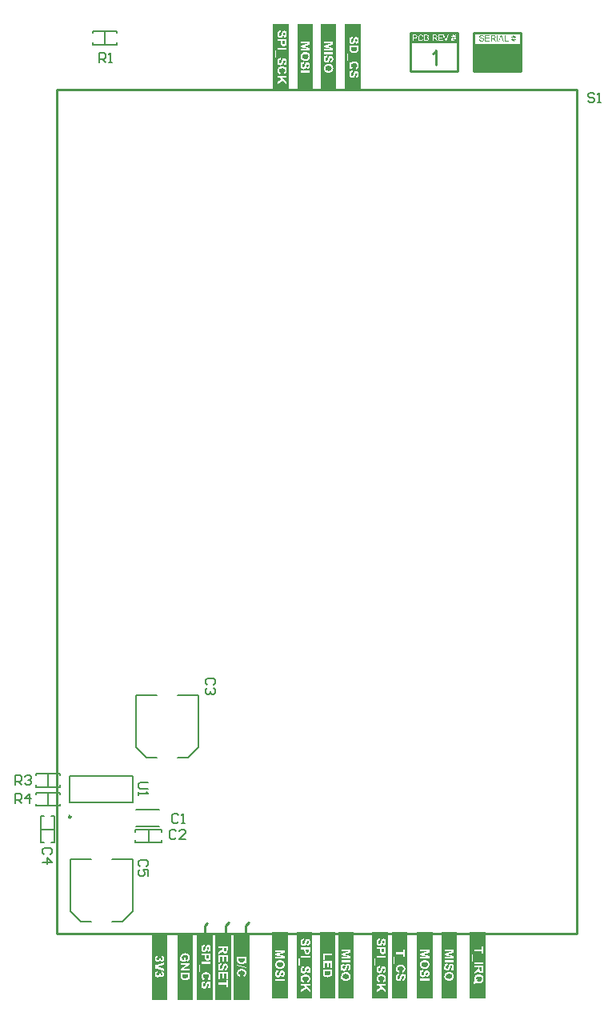
<source format=gto>
G04*
G04 #@! TF.GenerationSoftware,Altium Limited,Altium Designer,22.11.1 (43)*
G04*
G04 Layer_Color=65535*
%FSLAX25Y25*%
%MOIN*%
G70*
G04*
G04 #@! TF.SameCoordinates,7BB429F2-FF7E-428E-A6CD-161F701D5EA8*
G04*
G04*
G04 #@! TF.FilePolarity,Positive*
G04*
G01*
G75*
%ADD10C,0.00984*%
%ADD11C,0.01000*%
%ADD12C,0.00787*%
%ADD13C,0.00591*%
%ADD14C,0.00600*%
%ADD15R,0.19781X0.11614*%
G36*
X198201Y2633D02*
X191701D01*
Y30133D01*
X198201D01*
Y2633D01*
D02*
G37*
G36*
X99822Y2054D02*
X93322D01*
Y29554D01*
X99822D01*
Y2054D01*
D02*
G37*
G36*
X186243Y2633D02*
X179743D01*
Y30133D01*
X186243D01*
Y2633D01*
D02*
G37*
G36*
X176108Y30133D02*
Y2633D01*
X169608D01*
Y30133D01*
X176108D01*
D02*
G37*
G36*
X126363Y408459D02*
Y380959D01*
X119863D01*
Y408459D01*
X126363D01*
D02*
G37*
G36*
X65613Y2054D02*
X59113D01*
Y29554D01*
X65613D01*
Y2054D01*
D02*
G37*
G36*
X157536Y2633D02*
X151036D01*
Y30133D01*
X157536D01*
Y2633D01*
D02*
G37*
G36*
X136039Y380959D02*
X129539D01*
Y408459D01*
X136039D01*
Y380959D01*
D02*
G37*
G36*
X165580Y2633D02*
X159080D01*
Y30133D01*
X165580D01*
Y2633D01*
D02*
G37*
G36*
X125963Y2579D02*
X119463D01*
Y30079D01*
X125963D01*
Y2579D01*
D02*
G37*
G36*
X84498Y29554D02*
Y2054D01*
X77998D01*
Y29554D01*
X84498D01*
D02*
G37*
G36*
X115797Y2579D02*
X109297D01*
Y30079D01*
X115797D01*
Y2579D01*
D02*
G37*
G36*
X186784Y400614D02*
X167000D01*
Y405043D01*
X186784D01*
Y400614D01*
D02*
G37*
G36*
X116201Y408459D02*
Y380959D01*
X109701D01*
Y408459D01*
X116201D01*
D02*
G37*
G36*
X146201Y380959D02*
X139701D01*
Y408459D01*
X146201D01*
Y380959D01*
D02*
G37*
G36*
X135578Y2579D02*
X129078D01*
Y30079D01*
X135578D01*
Y2579D01*
D02*
G37*
G36*
X92100Y2054D02*
X85600D01*
Y29554D01*
X92100D01*
Y2054D01*
D02*
G37*
G36*
X76240D02*
X69740D01*
Y29554D01*
X76240D01*
Y2054D01*
D02*
G37*
G36*
X143250Y2579D02*
X136750D01*
Y30079D01*
X143250D01*
Y2579D01*
D02*
G37*
G36*
X210544Y403139D02*
X210846D01*
Y402884D01*
X210493D01*
X210366Y402258D01*
X210846D01*
Y402003D01*
X210311D01*
X210166Y401272D01*
X209907D01*
X210056Y402003D01*
X209518D01*
X209368Y401272D01*
X209114D01*
X209259Y402003D01*
X208972D01*
Y402258D01*
X209314D01*
X209441Y402884D01*
X208972D01*
Y403139D01*
X209492D01*
X209645Y403878D01*
X209900D01*
X209751Y403139D01*
X210286D01*
X210439Y403878D01*
X210697D01*
X210544Y403139D01*
D02*
G37*
G36*
X196647Y403874D02*
X196672D01*
X196741Y403867D01*
X196818Y403856D01*
X196898Y403838D01*
X196985Y403816D01*
X197065Y403787D01*
X197069D01*
X197076Y403783D01*
X197087Y403776D01*
X197102Y403769D01*
X197138Y403751D01*
X197185Y403718D01*
X197240Y403681D01*
X197295Y403634D01*
X197345Y403579D01*
X197393Y403518D01*
Y403514D01*
X197397Y403510D01*
X197404Y403499D01*
X197411Y403488D01*
X197429Y403452D01*
X197451Y403405D01*
X197476Y403346D01*
X197495Y403277D01*
X197513Y403204D01*
X197520Y403124D01*
X197200Y403099D01*
Y403103D01*
Y403110D01*
X197196Y403121D01*
X197193Y403139D01*
X197182Y403179D01*
X197167Y403234D01*
X197145Y403292D01*
X197113Y403350D01*
X197073Y403405D01*
X197022Y403456D01*
X197014Y403459D01*
X196996Y403474D01*
X196960Y403496D01*
X196912Y403518D01*
X196851Y403539D01*
X196778Y403561D01*
X196687Y403576D01*
X196585Y403579D01*
X196534D01*
X196512Y403576D01*
X196483Y403572D01*
X196417Y403565D01*
X196344Y403550D01*
X196272Y403532D01*
X196203Y403503D01*
X196173Y403485D01*
X196144Y403467D01*
X196137Y403463D01*
X196123Y403448D01*
X196101Y403423D01*
X196079Y403394D01*
X196053Y403354D01*
X196031Y403310D01*
X196017Y403259D01*
X196010Y403201D01*
Y403194D01*
Y403179D01*
X196013Y403154D01*
X196021Y403124D01*
X196031Y403088D01*
X196050Y403052D01*
X196072Y403015D01*
X196104Y402979D01*
X196108Y402975D01*
X196126Y402964D01*
X196141Y402953D01*
X196155Y402946D01*
X196177Y402935D01*
X196203Y402921D01*
X196235Y402910D01*
X196272Y402895D01*
X196312Y402881D01*
X196359Y402862D01*
X196410Y402848D01*
X196468Y402830D01*
X196534Y402815D01*
X196607Y402797D01*
X196610D01*
X196625Y402793D01*
X196647Y402790D01*
X196672Y402782D01*
X196705Y402775D01*
X196745Y402764D01*
X196785Y402753D01*
X196829Y402742D01*
X196923Y402717D01*
X197014Y402691D01*
X197058Y402677D01*
X197098Y402662D01*
X197134Y402651D01*
X197163Y402637D01*
X197167D01*
X197174Y402633D01*
X197185Y402626D01*
X197200Y402619D01*
X197240Y402597D01*
X197287Y402567D01*
X197342Y402528D01*
X197397Y402484D01*
X197447Y402433D01*
X197491Y402378D01*
X197495Y402371D01*
X197509Y402353D01*
X197524Y402320D01*
X197546Y402276D01*
X197564Y402225D01*
X197582Y402164D01*
X197593Y402094D01*
X197597Y402022D01*
Y402018D01*
Y402014D01*
Y402003D01*
Y401989D01*
X197589Y401949D01*
X197582Y401898D01*
X197568Y401839D01*
X197549Y401778D01*
X197520Y401712D01*
X197480Y401643D01*
Y401639D01*
X197476Y401636D01*
X197458Y401614D01*
X197433Y401581D01*
X197397Y401545D01*
X197349Y401501D01*
X197291Y401454D01*
X197225Y401410D01*
X197149Y401370D01*
X197145D01*
X197138Y401366D01*
X197127Y401363D01*
X197113Y401355D01*
X197091Y401348D01*
X197065Y401337D01*
X197007Y401323D01*
X196938Y401304D01*
X196854Y401286D01*
X196763Y401275D01*
X196665Y401272D01*
X196607D01*
X196578Y401275D01*
X196545D01*
X196508Y401279D01*
X196465Y401283D01*
X196374Y401297D01*
X196279Y401312D01*
X196184Y401337D01*
X196093Y401370D01*
X196090D01*
X196082Y401374D01*
X196072Y401381D01*
X196057Y401388D01*
X196013Y401410D01*
X195962Y401443D01*
X195904Y401486D01*
X195842Y401537D01*
X195784Y401599D01*
X195729Y401668D01*
Y401672D01*
X195722Y401679D01*
X195718Y401690D01*
X195707Y401705D01*
X195700Y401723D01*
X195689Y401745D01*
X195664Y401799D01*
X195638Y401869D01*
X195616Y401945D01*
X195602Y402032D01*
X195595Y402123D01*
X195908Y402153D01*
Y402149D01*
Y402145D01*
X195911Y402134D01*
Y402120D01*
X195919Y402087D01*
X195930Y402040D01*
X195944Y401992D01*
X195959Y401938D01*
X195984Y401887D01*
X196010Y401839D01*
X196013Y401836D01*
X196024Y401821D01*
X196042Y401796D01*
X196072Y401770D01*
X196108Y401738D01*
X196148Y401705D01*
X196203Y401672D01*
X196261Y401643D01*
X196264D01*
X196268Y401639D01*
X196279Y401636D01*
X196290Y401632D01*
X196326Y401621D01*
X196374Y401607D01*
X196432Y401592D01*
X196497Y401581D01*
X196570Y401574D01*
X196650Y401570D01*
X196683D01*
X196719Y401574D01*
X196763Y401577D01*
X196814Y401585D01*
X196872Y401592D01*
X196931Y401607D01*
X196985Y401625D01*
X196992Y401628D01*
X197011Y401636D01*
X197036Y401650D01*
X197069Y401665D01*
X197102Y401690D01*
X197138Y401716D01*
X197174Y401745D01*
X197204Y401781D01*
X197207Y401785D01*
X197214Y401799D01*
X197225Y401818D01*
X197240Y401847D01*
X197255Y401876D01*
X197265Y401912D01*
X197273Y401952D01*
X197276Y401996D01*
Y402000D01*
Y402018D01*
X197273Y402040D01*
X197269Y402069D01*
X197258Y402098D01*
X197247Y402134D01*
X197229Y402171D01*
X197204Y402204D01*
X197200Y402207D01*
X197189Y402218D01*
X197174Y402233D01*
X197149Y402254D01*
X197120Y402276D01*
X197080Y402302D01*
X197032Y402327D01*
X196978Y402349D01*
X196974Y402353D01*
X196956Y402356D01*
X196927Y402367D01*
X196909Y402371D01*
X196883Y402378D01*
X196858Y402389D01*
X196825Y402396D01*
X196789Y402407D01*
X196745Y402418D01*
X196701Y402429D01*
X196650Y402444D01*
X196592Y402458D01*
X196530Y402473D01*
X196527D01*
X196516Y402477D01*
X196497Y402480D01*
X196476Y402487D01*
X196446Y402495D01*
X196414Y402502D01*
X196341Y402524D01*
X196261Y402549D01*
X196177Y402575D01*
X196104Y402600D01*
X196072Y402615D01*
X196042Y402629D01*
X196039D01*
X196035Y402633D01*
X196013Y402648D01*
X195981Y402666D01*
X195944Y402695D01*
X195900Y402728D01*
X195857Y402768D01*
X195813Y402815D01*
X195777Y402866D01*
X195773Y402873D01*
X195762Y402891D01*
X195748Y402921D01*
X195733Y402957D01*
X195718Y403004D01*
X195704Y403059D01*
X195693Y403117D01*
X195689Y403179D01*
Y403183D01*
Y403186D01*
Y403197D01*
Y403212D01*
X195697Y403248D01*
X195704Y403296D01*
X195715Y403350D01*
X195733Y403412D01*
X195758Y403474D01*
X195795Y403536D01*
Y403539D01*
X195799Y403543D01*
X195817Y403565D01*
X195842Y403594D01*
X195875Y403630D01*
X195919Y403670D01*
X195973Y403714D01*
X196039Y403754D01*
X196112Y403791D01*
X196115D01*
X196123Y403794D01*
X196133Y403798D01*
X196148Y403805D01*
X196166Y403812D01*
X196192Y403820D01*
X196246Y403834D01*
X196315Y403849D01*
X196396Y403863D01*
X196479Y403874D01*
X196574Y403878D01*
X196621D01*
X196647Y403874D01*
D02*
G37*
G36*
X206591Y401614D02*
X207832D01*
Y401315D01*
X206256D01*
Y403834D01*
X206591D01*
Y401614D01*
D02*
G37*
G36*
X206001Y401315D02*
X205623D01*
X205328Y402080D01*
X204272D01*
X203999Y401315D01*
X203646D01*
X204607Y403834D01*
X204971D01*
X206001Y401315D01*
D02*
G37*
G36*
X203333D02*
X202998D01*
Y403834D01*
X203333D01*
Y401315D01*
D02*
G37*
G36*
X201604Y403831D02*
X201637D01*
X201713Y403827D01*
X201794Y403816D01*
X201881Y403805D01*
X201961Y403787D01*
X202001Y403776D01*
X202034Y403765D01*
X202038D01*
X202041Y403761D01*
X202063Y403751D01*
X202096Y403736D01*
X202136Y403711D01*
X202179Y403678D01*
X202227Y403634D01*
X202270Y403583D01*
X202314Y403525D01*
Y403521D01*
X202318Y403518D01*
X202332Y403496D01*
X202347Y403459D01*
X202369Y403412D01*
X202387Y403357D01*
X202405Y403292D01*
X202416Y403223D01*
X202420Y403146D01*
Y403143D01*
Y403135D01*
Y403121D01*
X202416Y403103D01*
Y403077D01*
X202412Y403052D01*
X202398Y402990D01*
X202376Y402917D01*
X202347Y402841D01*
X202303Y402764D01*
X202274Y402728D01*
X202245Y402691D01*
X202241Y402688D01*
X202238Y402684D01*
X202227Y402673D01*
X202212Y402662D01*
X202194Y402648D01*
X202172Y402633D01*
X202143Y402615D01*
X202114Y402593D01*
X202078Y402575D01*
X202038Y402557D01*
X201994Y402535D01*
X201946Y402517D01*
X201892Y402502D01*
X201837Y402484D01*
X201775Y402473D01*
X201710Y402462D01*
X201717Y402458D01*
X201732Y402451D01*
X201753Y402436D01*
X201783Y402422D01*
X201848Y402382D01*
X201881Y402356D01*
X201910Y402335D01*
X201917Y402327D01*
X201936Y402309D01*
X201965Y402280D01*
X202001Y402244D01*
X202041Y402193D01*
X202088Y402138D01*
X202136Y402072D01*
X202187Y402000D01*
X202620Y401315D01*
X202205D01*
X201874Y401839D01*
Y401843D01*
X201866Y401850D01*
X201859Y401861D01*
X201848Y401876D01*
X201823Y401916D01*
X201790Y401967D01*
X201750Y402022D01*
X201710Y402080D01*
X201670Y402134D01*
X201633Y402185D01*
X201630Y402189D01*
X201619Y402204D01*
X201601Y402225D01*
X201575Y402251D01*
X201521Y402305D01*
X201491Y402331D01*
X201462Y402353D01*
X201459Y402356D01*
X201451Y402360D01*
X201437Y402367D01*
X201415Y402378D01*
X201393Y402389D01*
X201368Y402400D01*
X201309Y402418D01*
X201306D01*
X201299Y402422D01*
X201284D01*
X201266Y402426D01*
X201240Y402429D01*
X201211D01*
X201171Y402433D01*
X200742D01*
Y401315D01*
X200407D01*
Y403834D01*
X201575D01*
X201604Y403831D01*
D02*
G37*
G36*
X199883Y403536D02*
X198394D01*
Y402768D01*
X199788D01*
Y402469D01*
X198394D01*
Y401614D01*
X199941D01*
Y401315D01*
X198059D01*
Y403834D01*
X199883D01*
Y403536D01*
D02*
G37*
%LPC*%
G36*
X197326Y24063D02*
X196687D01*
Y22943D01*
X193548D01*
Y22179D01*
X196687D01*
Y21065D01*
X193548D01*
X197326D01*
Y24063D01*
D02*
G37*
G36*
X193548Y21005D02*
X192505D01*
Y17991D01*
X192975D01*
Y21005D01*
X193548D01*
D02*
G37*
G36*
X197326Y17658D02*
X193548D01*
Y16894D01*
X197326D01*
Y17658D01*
D02*
G37*
G36*
Y16162D02*
X193548D01*
Y12766D01*
X194285Y13230D01*
X194361Y13279D01*
X194438Y13328D01*
X194503Y13372D01*
X194563Y13416D01*
X194618Y13454D01*
X194673Y13487D01*
X194755Y13552D01*
X194820Y13601D01*
X194864Y13634D01*
X194891Y13661D01*
X194897Y13667D01*
X194962Y13727D01*
X195022Y13798D01*
X195071Y13863D01*
X195120Y13929D01*
X195159Y13984D01*
X195186Y14027D01*
X195208Y14060D01*
X195213Y14065D01*
Y14071D01*
X195230Y13978D01*
X195252Y13896D01*
X195273Y13820D01*
X195301Y13743D01*
X195328Y13678D01*
X195355Y13618D01*
X195382Y13558D01*
X195415Y13509D01*
X195443Y13465D01*
X195470Y13427D01*
X195497Y13394D01*
X195519Y13372D01*
X195535Y13350D01*
X195552Y13334D01*
X195557Y13328D01*
X195563Y13323D01*
X195617Y13279D01*
X195672Y13241D01*
X195792Y13175D01*
X195907Y13132D01*
X196021Y13104D01*
X196120Y13083D01*
X196158Y13077D01*
X196196D01*
X196223Y13072D01*
X196251D01*
X196262D01*
X196267D01*
X196387Y13077D01*
X196502Y13099D01*
X196600Y13126D01*
X196687Y13154D01*
X196758Y13186D01*
X196813Y13214D01*
X196829Y13225D01*
X196846Y13236D01*
X196851Y13241D01*
X196857D01*
X196950Y13307D01*
X197026Y13377D01*
X197086Y13448D01*
X197141Y13519D01*
X197173Y13585D01*
X197201Y13634D01*
X197217Y13667D01*
X197222Y13672D01*
Y13678D01*
X197239Y13732D01*
X197255Y13792D01*
X197283Y13929D01*
X197299Y14076D01*
X197315Y14218D01*
Y14289D01*
X197321Y14349D01*
Y14409D01*
X197326Y14458D01*
Y16162D01*
D02*
G37*
G36*
X197397Y12509D02*
X193160D01*
Y8704D01*
Y8988D01*
X193706Y8704D01*
X193755Y8824D01*
X193805Y8939D01*
X193859Y9042D01*
X193908Y9135D01*
X193952Y9211D01*
X193990Y9266D01*
X194001Y9288D01*
X194012Y9304D01*
X194023Y9310D01*
Y9315D01*
X194121Y9239D01*
X194220Y9168D01*
X194318Y9113D01*
X194400Y9070D01*
X194471Y9031D01*
X194525Y9009D01*
X194547Y8998D01*
X194563Y8993D01*
X194569Y8988D01*
X194574D01*
X194716Y8939D01*
X194864Y8906D01*
X195011Y8878D01*
X195148Y8862D01*
X195208Y8857D01*
X195262Y8851D01*
X195311D01*
X195355Y8846D01*
X195388D01*
X195415D01*
X195432D01*
X195437D01*
X195606Y8851D01*
X195765Y8867D01*
X195918Y8889D01*
X196054Y8922D01*
X196185Y8960D01*
X196300Y9004D01*
X196409Y9048D01*
X196507Y9091D01*
X196595Y9140D01*
X196666Y9184D01*
X196731Y9228D01*
X196786Y9266D01*
X196824Y9299D01*
X196857Y9321D01*
X196873Y9337D01*
X196879Y9342D01*
X196971Y9441D01*
X197048Y9539D01*
X197119Y9648D01*
X197179Y9758D01*
X197228Y9867D01*
X197272Y9981D01*
X197304Y10091D01*
X197332Y10194D01*
X197354Y10293D01*
X197370Y10380D01*
X197381Y10467D01*
X197392Y10533D01*
Y10593D01*
X197397Y10637D01*
Y10675D01*
X197392Y10828D01*
X197375Y10975D01*
X197348Y11112D01*
X197315Y11243D01*
X197277Y11363D01*
X197233Y11472D01*
X197184Y11570D01*
X197141Y11663D01*
X197091Y11745D01*
X197042Y11816D01*
X196999Y11876D01*
X196960Y11925D01*
X196928Y11969D01*
X196900Y11996D01*
X196884Y12012D01*
X196879Y12018D01*
X196780Y12105D01*
X196671Y12182D01*
X196556Y12247D01*
X196436Y12302D01*
X196316Y12351D01*
X196196Y12389D01*
X196081Y12422D01*
X195967Y12449D01*
X195858Y12466D01*
X195759Y12482D01*
X195666Y12493D01*
X195590Y12504D01*
X195525D01*
X195481Y12509D01*
X197397D01*
D02*
G37*
%LPD*%
G36*
X196687Y14524D02*
X196682Y14475D01*
Y14355D01*
X196677Y14306D01*
Y14273D01*
X196671Y14256D01*
Y14251D01*
X196655Y14186D01*
X196633Y14126D01*
X196611Y14076D01*
X196584Y14038D01*
X196556Y14005D01*
X196540Y13978D01*
X196524Y13967D01*
X196518Y13962D01*
X196475Y13929D01*
X196420Y13902D01*
X196371Y13885D01*
X196322Y13869D01*
X196278Y13863D01*
X196245Y13858D01*
X196223D01*
X196212D01*
X196152Y13863D01*
X196098Y13869D01*
X196049Y13885D01*
X196005Y13896D01*
X195972Y13913D01*
X195950Y13929D01*
X195934Y13934D01*
X195929Y13940D01*
X195890Y13973D01*
X195858Y14005D01*
X195808Y14076D01*
X195792Y14104D01*
X195781Y14131D01*
X195770Y14147D01*
Y14153D01*
X195765Y14180D01*
X195754Y14224D01*
X195748Y14267D01*
X195743Y14317D01*
X195737Y14431D01*
X195732Y14546D01*
X195727Y14655D01*
Y15398D01*
X196687D01*
Y14524D01*
D02*
G37*
G36*
X195126Y15152D02*
X195120Y15076D01*
X195115Y15010D01*
X195104Y14955D01*
X195099Y14912D01*
X195088Y14884D01*
X195082Y14868D01*
Y14863D01*
X195060Y14819D01*
X195038Y14775D01*
X195011Y14737D01*
X194989Y14699D01*
X194962Y14672D01*
X194940Y14650D01*
X194929Y14639D01*
X194924Y14633D01*
X194897Y14611D01*
X194869Y14584D01*
X194787Y14524D01*
X194700Y14458D01*
X194602Y14388D01*
X194514Y14327D01*
X194471Y14300D01*
X194438Y14278D01*
X194411Y14256D01*
X194389Y14240D01*
X194372Y14235D01*
X194367Y14229D01*
X193548Y13683D01*
Y15398D01*
X195126D01*
Y15152D01*
D02*
G37*
G36*
X195557Y11718D02*
X195666Y11712D01*
X195770Y11696D01*
X195868Y11679D01*
X195956Y11658D01*
X196038Y11630D01*
X196109Y11603D01*
X196174Y11576D01*
X196234Y11554D01*
X196283Y11526D01*
X196322Y11499D01*
X196360Y11477D01*
X196387Y11461D01*
X196404Y11445D01*
X196414Y11439D01*
X196420Y11434D01*
X196480Y11379D01*
X196529Y11319D01*
X196573Y11259D01*
X196611Y11193D01*
X196644Y11128D01*
X196666Y11068D01*
X196709Y10948D01*
X196731Y10844D01*
X196737Y10795D01*
X196742Y10757D01*
X196748Y10724D01*
Y10680D01*
X196742Y10593D01*
X196731Y10511D01*
X196715Y10435D01*
X196698Y10363D01*
X196644Y10232D01*
X196616Y10178D01*
X196584Y10123D01*
X196551Y10080D01*
X196524Y10036D01*
X196496Y10003D01*
X196469Y9976D01*
X196453Y9949D01*
X196436Y9932D01*
X196425Y9927D01*
X196420Y9921D01*
X196354Y9872D01*
X196283Y9823D01*
X196207Y9785D01*
X196131Y9752D01*
X195967Y9703D01*
X195808Y9670D01*
X195732Y9654D01*
X195661Y9648D01*
X195601Y9643D01*
X195546Y9637D01*
X195503Y9632D01*
X195464D01*
X195443D01*
X195437D01*
X195322Y9637D01*
X195213Y9643D01*
X195115Y9654D01*
X195033Y9670D01*
X194962Y9686D01*
X194913Y9697D01*
X194880Y9703D01*
X194875Y9708D01*
X194869D01*
X194782Y9741D01*
X194700Y9774D01*
X194629Y9812D01*
X194569Y9850D01*
X194520Y9883D01*
X194482Y9910D01*
X194454Y9927D01*
X194449Y9932D01*
X194542Y10058D01*
X194624Y10189D01*
X194689Y10309D01*
X194744Y10418D01*
X194787Y10511D01*
X194804Y10549D01*
X194820Y10582D01*
X194831Y10609D01*
X194836Y10631D01*
X194842Y10642D01*
Y10648D01*
X194400Y10860D01*
X194367Y10773D01*
X194323Y10686D01*
X194285Y10609D01*
X194247Y10538D01*
X194214Y10478D01*
X194187Y10429D01*
X194165Y10402D01*
X194159Y10391D01*
X194132Y10500D01*
X194121Y10555D01*
X194116Y10604D01*
Y10642D01*
X194110Y10675D01*
Y10702D01*
X194116Y10784D01*
X194127Y10860D01*
X194143Y10931D01*
X194159Y11002D01*
X194214Y11128D01*
X194274Y11232D01*
X194307Y11281D01*
X194334Y11319D01*
X194361Y11352D01*
X194389Y11379D01*
X194405Y11406D01*
X194422Y11423D01*
X194432Y11428D01*
X194438Y11434D01*
X194503Y11483D01*
X194574Y11526D01*
X194656Y11570D01*
X194733Y11603D01*
X194902Y11652D01*
X195060Y11685D01*
X195137Y11701D01*
X195208Y11707D01*
X195273Y11712D01*
X195328Y11718D01*
X195372Y11723D01*
X195410D01*
X195432D01*
X195437D01*
X195557Y11718D01*
D02*
G37*
G36*
X195268Y12504D02*
X195109Y12488D01*
X194957Y12466D01*
X194815Y12433D01*
X194689Y12395D01*
X194569Y12351D01*
X194460Y12307D01*
X194361Y12264D01*
X194280Y12220D01*
X194203Y12171D01*
X194138Y12133D01*
X194083Y12094D01*
X194045Y12062D01*
X194012Y12040D01*
X193996Y12023D01*
X193990Y12018D01*
X193897Y11920D01*
X193821Y11816D01*
X193750Y11707D01*
X193695Y11597D01*
X193646Y11483D01*
X193603Y11368D01*
X193570Y11259D01*
X193543Y11150D01*
X193521Y11051D01*
X193504Y10953D01*
X193493Y10871D01*
X193488Y10795D01*
X193482Y10735D01*
X193477Y10691D01*
Y10653D01*
X193482Y10489D01*
X193504Y10336D01*
X193526Y10194D01*
X193559Y10074D01*
X193570Y10019D01*
X193586Y9976D01*
X193597Y9932D01*
X193614Y9899D01*
X193619Y9872D01*
X193630Y9850D01*
X193635Y9839D01*
Y9834D01*
X193581Y9752D01*
X193532Y9676D01*
X193488Y9610D01*
X193455Y9556D01*
X193422Y9506D01*
X193395Y9463D01*
X193373Y9430D01*
X193357Y9403D01*
X193341Y9381D01*
X193330Y9359D01*
X193313Y9337D01*
X193308Y9326D01*
X193248Y9206D01*
X193220Y9146D01*
X193199Y9097D01*
X193182Y9053D01*
X193171Y9015D01*
X193160Y8993D01*
Y12509D01*
X195437D01*
X195268Y12504D01*
D02*
G37*
%LPC*%
G36*
X98458Y20019D02*
X94680D01*
Y18588D01*
X94685Y18441D01*
X94691Y18305D01*
X94702Y18190D01*
X94718Y18097D01*
X94734Y18021D01*
X94745Y17961D01*
X94751Y17944D01*
Y17928D01*
X94756Y17922D01*
Y17917D01*
X94800Y17797D01*
X94849Y17688D01*
X94898Y17600D01*
X94947Y17524D01*
X94991Y17464D01*
X95024Y17420D01*
X95046Y17393D01*
X95057Y17382D01*
X95160Y17289D01*
X95270Y17207D01*
X95384Y17136D01*
X95488Y17082D01*
X95586Y17038D01*
X95624Y17016D01*
X95657Y17005D01*
X95690Y16994D01*
X95712Y16983D01*
X95723Y16978D01*
X95728D01*
X95859Y16940D01*
X95996Y16907D01*
X96127Y16885D01*
X96252Y16874D01*
X96312Y16869D01*
X96367Y16863D01*
X96411D01*
X96454Y16858D01*
X96531D01*
X96722Y16863D01*
X96891Y16880D01*
X96973Y16885D01*
X97044Y16896D01*
X97115Y16907D01*
X97175Y16918D01*
X97230Y16934D01*
X97279Y16945D01*
X97322Y16956D01*
X97355Y16962D01*
X97382Y16972D01*
X97404Y16978D01*
X97415Y16983D01*
X97421D01*
X97552Y17032D01*
X97672Y17093D01*
X97776Y17153D01*
X97863Y17213D01*
X97934Y17262D01*
X97989Y17305D01*
X98021Y17333D01*
X98032Y17338D01*
Y17344D01*
X98120Y17436D01*
X98191Y17529D01*
X98251Y17628D01*
X98300Y17715D01*
X98338Y17791D01*
X98365Y17857D01*
X98371Y17879D01*
X98376Y17895D01*
X98382Y17906D01*
Y17911D01*
X98409Y18015D01*
X98425Y18130D01*
X98442Y18250D01*
X98447Y18365D01*
X98453Y18468D01*
X98458Y18512D01*
Y17333D01*
Y20019D01*
D02*
G37*
G36*
X98524Y16601D02*
X94614D01*
Y15121D01*
D01*
Y16066D01*
X98524Y15121D01*
Y15667D01*
X94614Y16601D01*
X98524D01*
D02*
G37*
G36*
X98529Y14876D02*
X94614D01*
D01*
X96536D01*
X96372Y14870D01*
X96219Y14854D01*
X96072Y14832D01*
X95941Y14799D01*
X95815Y14766D01*
X95695Y14723D01*
X95592Y14679D01*
X95499Y14636D01*
X95411Y14592D01*
X95335Y14548D01*
X95275Y14504D01*
X95220Y14472D01*
X95182Y14439D01*
X95149Y14417D01*
X95133Y14401D01*
X95127Y14395D01*
X95035Y14302D01*
X94958Y14204D01*
X94887Y14100D01*
X94833Y13997D01*
X94784Y13893D01*
X94740Y13789D01*
X94707Y13691D01*
X94680Y13598D01*
X94658Y13505D01*
X94642Y13423D01*
X94631Y13347D01*
X94625Y13287D01*
X94620Y13232D01*
X94614Y13194D01*
Y13423D01*
Y13161D01*
X94620Y13047D01*
X94625Y12943D01*
X94642Y12839D01*
X94663Y12746D01*
X94685Y12659D01*
X94707Y12577D01*
X94734Y12501D01*
X94767Y12430D01*
X94794Y12370D01*
X94822Y12315D01*
X94844Y12266D01*
X94866Y12228D01*
X94887Y12195D01*
X94904Y12173D01*
X94909Y12162D01*
X94915Y12157D01*
X94975Y12086D01*
X95040Y12020D01*
X95188Y11900D01*
X95341Y11802D01*
X95488Y11725D01*
X95559Y11693D01*
X95624Y11665D01*
X95684Y11643D01*
X95734Y11622D01*
X95777Y11605D01*
X95810Y11594D01*
X95832Y11589D01*
X95837D01*
X96067Y12331D01*
X95919Y12375D01*
X95794Y12424D01*
X95690Y12473D01*
X95603Y12528D01*
X95537Y12572D01*
X95493Y12610D01*
X95466Y12637D01*
X95455Y12648D01*
X95390Y12735D01*
X95346Y12823D01*
X95313Y12910D01*
X95286Y12987D01*
X95275Y13058D01*
X95270Y13118D01*
X95264Y13139D01*
Y13167D01*
X95270Y13243D01*
X95275Y13314D01*
X95313Y13445D01*
X95357Y13560D01*
X95417Y13653D01*
X95472Y13729D01*
X95515Y13784D01*
X95537Y13806D01*
X95553Y13822D01*
X95559Y13827D01*
X95564Y13833D01*
X95624Y13877D01*
X95695Y13915D01*
X95772Y13953D01*
X95854Y13980D01*
X96023Y14024D01*
X96192Y14057D01*
X96274Y14068D01*
X96345Y14073D01*
X96416Y14084D01*
X96476D01*
X96520Y14089D01*
X96558D01*
X96585D01*
X96591D01*
X96716Y14084D01*
X96831Y14079D01*
X96935Y14068D01*
X97033Y14051D01*
X97120Y14029D01*
X97202Y14008D01*
X97273Y13986D01*
X97339Y13959D01*
X97393Y13937D01*
X97443Y13915D01*
X97481Y13893D01*
X97514Y13871D01*
X97541Y13855D01*
X97557Y13844D01*
X97568Y13833D01*
X97574D01*
X97628Y13784D01*
X97677Y13729D01*
X97716Y13675D01*
X97748Y13614D01*
X97803Y13500D01*
X97841Y13391D01*
X97863Y13298D01*
X97869Y13254D01*
X97874Y13221D01*
X97879Y13189D01*
Y13150D01*
X97874Y13041D01*
X97852Y12943D01*
X97825Y12855D01*
X97792Y12779D01*
X97759Y12719D01*
X97732Y12675D01*
X97710Y12648D01*
X97705Y12637D01*
X97639Y12566D01*
X97563Y12501D01*
X97486Y12451D01*
X97410Y12413D01*
X97344Y12386D01*
X97295Y12370D01*
X97273Y12359D01*
X97257D01*
X97251Y12353D01*
X97246D01*
X97426Y11600D01*
X97584Y11654D01*
X97721Y11714D01*
X97841Y11780D01*
X97939Y11840D01*
X98016Y11900D01*
X98049Y11922D01*
X98076Y11944D01*
X98092Y11960D01*
X98109Y11976D01*
X98120Y11982D01*
Y11987D01*
X98191Y12069D01*
X98256Y12162D01*
X98311Y12250D01*
X98354Y12342D01*
X98398Y12441D01*
X98431Y12533D01*
X98458Y12626D01*
X98480Y12714D01*
X98496Y12796D01*
X98507Y12872D01*
X98518Y12937D01*
X98524Y12998D01*
X98529Y13047D01*
Y13112D01*
X98524Y13254D01*
X98507Y13396D01*
X98480Y13522D01*
X98447Y13647D01*
X98409Y13756D01*
X98365Y13866D01*
X98316Y13959D01*
X98267Y14046D01*
X98218Y14128D01*
X98169Y14193D01*
X98125Y14253D01*
X98087Y14302D01*
X98054Y14341D01*
X98027Y14368D01*
X98010Y14384D01*
X98005Y14390D01*
X97901Y14477D01*
X97792Y14548D01*
X97677Y14614D01*
X97557Y14668D01*
X97432Y14717D01*
X97312Y14756D01*
X97191Y14788D01*
X97077Y14816D01*
X96962Y14838D01*
X96864Y14848D01*
X96771Y14859D01*
X96695Y14870D01*
X96629D01*
X96580Y14876D01*
X98529D01*
D01*
D02*
G37*
%LPD*%
G36*
X97819Y18758D02*
X97814Y18687D01*
Y18621D01*
X97808Y18567D01*
Y18518D01*
X97803Y18468D01*
Y18430D01*
X97792Y18370D01*
X97787Y18327D01*
X97781Y18299D01*
Y18294D01*
X97759Y18217D01*
X97732Y18152D01*
X97705Y18092D01*
X97672Y18037D01*
X97645Y17999D01*
X97623Y17966D01*
X97606Y17950D01*
X97601Y17944D01*
X97546Y17895D01*
X97486Y17851D01*
X97426Y17813D01*
X97372Y17781D01*
X97317Y17759D01*
X97273Y17742D01*
X97246Y17731D01*
X97241Y17726D01*
X97235D01*
X97137Y17699D01*
X97033Y17677D01*
X96918Y17666D01*
X96809Y17655D01*
X96716Y17649D01*
X96673Y17644D01*
X96635D01*
X96607D01*
X96585D01*
X96569D01*
X96564D01*
X96411Y17649D01*
X96269Y17655D01*
X96154Y17671D01*
X96056Y17682D01*
X95974Y17699D01*
X95941Y17704D01*
X95919Y17715D01*
X95897Y17720D01*
X95881D01*
X95876Y17726D01*
X95870D01*
X95783Y17759D01*
X95706Y17786D01*
X95646Y17824D01*
X95597Y17851D01*
X95559Y17879D01*
X95532Y17901D01*
X95515Y17917D01*
X95510Y17922D01*
X95472Y17972D01*
X95439Y18021D01*
X95411Y18070D01*
X95390Y18119D01*
X95373Y18163D01*
X95362Y18195D01*
X95351Y18217D01*
Y18228D01*
X95341Y18288D01*
X95335Y18359D01*
X95324Y18436D01*
Y18512D01*
X95319Y18583D01*
Y19255D01*
X97819D01*
Y18758D01*
D02*
G37*
%LPC*%
G36*
X184882Y22837D02*
X181104D01*
Y20653D01*
X184074Y19910D01*
X181104Y19905D01*
Y19200D01*
X184882D01*
Y22837D01*
D02*
G37*
G36*
Y18452D02*
X181104D01*
Y17688D01*
X184882D01*
Y18452D01*
D02*
G37*
G36*
X182333Y17158D02*
D01*
X182218Y17142D01*
X182109Y17120D01*
X182005Y17087D01*
X181912Y17060D01*
X181825Y17022D01*
X181743Y16984D01*
X181672Y16946D01*
X181606Y16907D01*
X181552Y16869D01*
X181503Y16831D01*
X181459Y16798D01*
X181421Y16765D01*
X181393Y16744D01*
X181377Y16722D01*
X181366Y16711D01*
X181361Y16705D01*
X181301Y16629D01*
X181251Y16547D01*
X181208Y16460D01*
X181169Y16367D01*
X181142Y16279D01*
X181115Y16187D01*
X181077Y16006D01*
X181060Y15924D01*
X181049Y15848D01*
X181044Y15783D01*
X181038Y15722D01*
X181033Y15673D01*
Y15602D01*
X181038Y15428D01*
X181055Y15269D01*
X181077Y15127D01*
X181088Y15067D01*
X181104Y15007D01*
X181115Y14958D01*
X181126Y14914D01*
X181137Y14876D01*
X181148Y14843D01*
X181159Y14816D01*
X181164Y14800D01*
X181169Y14789D01*
Y14783D01*
X181230Y14663D01*
X181295Y14565D01*
X181361Y14472D01*
X181432Y14401D01*
X181492Y14347D01*
X181546Y14303D01*
X181579Y14281D01*
X181585Y14270D01*
X181590D01*
X181699Y14210D01*
X181803Y14161D01*
X181907Y14128D01*
X182005Y14106D01*
X182081Y14095D01*
X182120Y14090D01*
X182147Y14085D01*
X181033D01*
Y15602D01*
Y14085D01*
D01*
X184953D01*
Y14368D01*
Y14085D01*
X182202D01*
X182333Y14090D01*
X182447Y14106D01*
X182551Y14134D01*
X182638Y14161D01*
X182709Y14188D01*
X182758Y14216D01*
X182791Y14232D01*
X182802Y14237D01*
X182889Y14298D01*
X182966Y14368D01*
X183031Y14439D01*
X183086Y14505D01*
X183130Y14565D01*
X183162Y14614D01*
X183184Y14647D01*
X183190Y14652D01*
Y14658D01*
X183217Y14712D01*
X183244Y14767D01*
X183293Y14898D01*
X183337Y15034D01*
X183381Y15166D01*
X183397Y15226D01*
X183414Y15286D01*
X183430Y15340D01*
X183441Y15384D01*
X183452Y15422D01*
X183457Y15450D01*
X183463Y15471D01*
Y15477D01*
X183490Y15575D01*
X183512Y15663D01*
X183534Y15744D01*
X183555Y15821D01*
X183577Y15881D01*
X183599Y15941D01*
X183621Y15990D01*
X183637Y16034D01*
X183654Y16072D01*
X183670Y16099D01*
X183681Y16127D01*
X183692Y16143D01*
X183708Y16170D01*
X183714Y16176D01*
X183752Y16214D01*
X183790Y16241D01*
X183828Y16258D01*
X183867Y16269D01*
X183894Y16279D01*
X183921Y16285D01*
X183938D01*
X183943D01*
X183998Y16279D01*
X184042Y16269D01*
X184085Y16247D01*
X184118Y16225D01*
X184145Y16203D01*
X184162Y16181D01*
X184172Y16170D01*
X184178Y16165D01*
X184227Y16088D01*
X184260Y16006D01*
X184287Y15919D01*
X184304Y15837D01*
X184315Y15766D01*
X184320Y15706D01*
Y15652D01*
X184315Y15537D01*
X184298Y15439D01*
X184276Y15357D01*
X184254Y15291D01*
X184233Y15237D01*
X184211Y15198D01*
X184194Y15177D01*
X184189Y15171D01*
X184134Y15116D01*
X184069Y15067D01*
X184003Y15029D01*
X183932Y15002D01*
X183872Y14980D01*
X183823Y14969D01*
X183785Y14958D01*
X183779D01*
X183774D01*
X183801Y14194D01*
X183899Y14199D01*
X183987Y14216D01*
X184074Y14237D01*
X184151Y14265D01*
X184227Y14292D01*
X184298Y14325D01*
X184358Y14357D01*
X184418Y14390D01*
X184467Y14428D01*
X184511Y14461D01*
X184549Y14494D01*
X184582Y14521D01*
X184604Y14543D01*
X184620Y14559D01*
X184631Y14570D01*
X184637Y14576D01*
X184691Y14647D01*
X184740Y14723D01*
X184784Y14805D01*
X184822Y14893D01*
X184850Y14980D01*
X184877Y15067D01*
X184915Y15242D01*
X184926Y15324D01*
X184937Y15395D01*
X184942Y15466D01*
X184948Y15526D01*
X184953Y15575D01*
Y14368D01*
Y15575D01*
Y15641D01*
X184948Y15799D01*
X184932Y15941D01*
X184910Y16067D01*
X184888Y16176D01*
X184871Y16225D01*
X184861Y16269D01*
X184850Y16301D01*
X184839Y16334D01*
X184828Y16356D01*
X184822Y16372D01*
X184817Y16383D01*
Y16389D01*
X184762Y16498D01*
X184702Y16591D01*
X184637Y16673D01*
X184577Y16738D01*
X184522Y16793D01*
X184478Y16825D01*
X184446Y16853D01*
X184440Y16858D01*
X184435D01*
X184342Y16913D01*
X184244Y16951D01*
X184151Y16978D01*
X184069Y16995D01*
X183998Y17006D01*
X183943Y17017D01*
X183921D01*
X183905D01*
X183899D01*
X183894D01*
X183812Y17011D01*
X183730Y17000D01*
X183659Y16984D01*
X183588Y16962D01*
X183457Y16907D01*
X183343Y16842D01*
X183293Y16815D01*
X183255Y16782D01*
X183217Y16754D01*
X183184Y16727D01*
X183162Y16705D01*
X183146Y16689D01*
X183135Y16678D01*
X183130Y16673D01*
X183091Y16623D01*
X183053Y16563D01*
X183015Y16503D01*
X182982Y16432D01*
X182917Y16296D01*
X182862Y16154D01*
X182840Y16083D01*
X182818Y16023D01*
X182802Y15963D01*
X182786Y15914D01*
X182775Y15875D01*
X182764Y15843D01*
X182758Y15821D01*
Y15815D01*
X182737Y15728D01*
X182715Y15652D01*
X182698Y15581D01*
X182682Y15515D01*
X182666Y15460D01*
X182655Y15411D01*
X182638Y15368D01*
X182627Y15329D01*
X182622Y15297D01*
X182611Y15269D01*
X182600Y15231D01*
X182589Y15209D01*
Y15204D01*
X182562Y15133D01*
X182535Y15078D01*
X182507Y15029D01*
X182480Y14991D01*
X182458Y14964D01*
X182442Y14947D01*
X182431Y14936D01*
X182425Y14931D01*
X182387Y14904D01*
X182349Y14882D01*
X182311Y14871D01*
X182278Y14860D01*
X182245Y14854D01*
X182218Y14849D01*
X182202D01*
X182196D01*
X182120Y14854D01*
X182054Y14876D01*
X181989Y14909D01*
X181934Y14942D01*
X181890Y14980D01*
X181858Y15007D01*
X181836Y15029D01*
X181830Y15040D01*
X181781Y15116D01*
X181743Y15204D01*
X181716Y15297D01*
X181699Y15384D01*
X181688Y15466D01*
X181677Y15531D01*
Y15592D01*
X181683Y15717D01*
X181705Y15826D01*
X181732Y15919D01*
X181765Y16001D01*
X181797Y16067D01*
X181825Y16110D01*
X181847Y16138D01*
X181852Y16148D01*
X181929Y16219D01*
X182010Y16274D01*
X182103Y16323D01*
X182196Y16356D01*
X182278Y16383D01*
X182343Y16405D01*
X182365Y16410D01*
X182387D01*
X182398Y16416D01*
X182404D01*
X182333Y17158D01*
D02*
G37*
G36*
X183020Y13593D02*
X182966D01*
X182802Y13588D01*
X182644Y13571D01*
X182496Y13549D01*
X182360Y13517D01*
X182234Y13478D01*
X182120Y13435D01*
X182010Y13391D01*
X181918Y13342D01*
X181830Y13298D01*
X181759Y13255D01*
X181694Y13211D01*
X181639Y13173D01*
X181601Y13140D01*
X181568Y13118D01*
X181552Y13102D01*
X181546Y13096D01*
X181453Y12998D01*
X181377Y12894D01*
X181306Y12790D01*
X181251Y12676D01*
X181202Y12567D01*
X181159Y12452D01*
X181126Y12348D01*
X181099Y12239D01*
X181077Y12141D01*
X181060Y12048D01*
X181049Y11966D01*
X181044Y11895D01*
X181038Y11840D01*
X181033Y11797D01*
Y11835D01*
Y9929D01*
X184953D01*
Y11769D01*
X184948Y11933D01*
X184932Y12092D01*
X184904Y12228D01*
X184877Y12348D01*
X184861Y12397D01*
X184850Y12447D01*
X184839Y12485D01*
X184822Y12517D01*
X184817Y12545D01*
X184806Y12567D01*
X184800Y12577D01*
Y12583D01*
X184757Y12681D01*
X184702Y12774D01*
X184642Y12856D01*
X184588Y12927D01*
X184538Y12987D01*
X184495Y13036D01*
X184467Y13063D01*
X184462Y13069D01*
X184456Y13074D01*
X184369Y13151D01*
X184276Y13222D01*
X184194Y13282D01*
X184113Y13331D01*
X184042Y13369D01*
X183987Y13402D01*
X183965Y13408D01*
X183949Y13418D01*
X183943Y13424D01*
X183938D01*
X183785Y13478D01*
X183621Y13522D01*
X183457Y13549D01*
X183304Y13571D01*
X183233Y13577D01*
X183168Y13582D01*
X183113Y13588D01*
X183064D01*
X183020Y13593D01*
D02*
G37*
%LPD*%
G36*
X181104Y21390D02*
Y22133D01*
X184074D01*
X181104Y21390D01*
D02*
G37*
G36*
X184882Y20347D02*
X182300Y21019D01*
X184882Y21696D01*
Y20347D01*
D02*
G37*
G36*
X183113Y12801D02*
X183222Y12796D01*
X183326Y12780D01*
X183424Y12763D01*
X183512Y12741D01*
X183594Y12720D01*
X183665Y12692D01*
X183730Y12665D01*
X183790Y12638D01*
X183839Y12610D01*
X183878Y12588D01*
X183916Y12567D01*
X183943Y12550D01*
X183960Y12534D01*
X183970Y12528D01*
X183976Y12523D01*
X184036Y12468D01*
X184085Y12408D01*
X184129Y12343D01*
X184167Y12283D01*
X184200Y12217D01*
X184222Y12152D01*
X184265Y12032D01*
X184287Y11922D01*
X184293Y11879D01*
X184298Y11835D01*
X184304Y11802D01*
Y11759D01*
X184298Y11671D01*
X184287Y11589D01*
X184276Y11513D01*
X184254Y11442D01*
X184200Y11316D01*
X184172Y11256D01*
X184145Y11207D01*
X184113Y11158D01*
X184085Y11120D01*
X184058Y11087D01*
X184031Y11054D01*
X184009Y11032D01*
X183998Y11016D01*
X183987Y11011D01*
X183981Y11005D01*
X183916Y10956D01*
X183845Y10907D01*
X183774Y10869D01*
X183692Y10836D01*
X183528Y10787D01*
X183370Y10754D01*
X183299Y10738D01*
X183228Y10732D01*
X183168Y10727D01*
X183113Y10721D01*
X183064Y10716D01*
X183031D01*
X183010D01*
X183004D01*
X182884Y10721D01*
X182769Y10727D01*
X182666Y10743D01*
X182573Y10759D01*
X182480Y10781D01*
X182398Y10808D01*
X182327Y10836D01*
X182262Y10863D01*
X182202Y10890D01*
X182152Y10918D01*
X182109Y10939D01*
X182070Y10967D01*
X182043Y10983D01*
X182027Y11000D01*
X182016Y11005D01*
X182010Y11011D01*
X181950Y11065D01*
X181901Y11125D01*
X181858Y11191D01*
X181819Y11251D01*
X181792Y11316D01*
X181765Y11376D01*
X181726Y11496D01*
X181699Y11600D01*
X181694Y11644D01*
X181688Y11682D01*
X181683Y11715D01*
Y11759D01*
X181688Y11840D01*
X181699Y11922D01*
X181716Y11999D01*
X181737Y12070D01*
X181787Y12201D01*
X181852Y12305D01*
X181879Y12354D01*
X181912Y12392D01*
X181939Y12430D01*
X181967Y12457D01*
X181983Y12479D01*
X182000Y12496D01*
X182010Y12507D01*
X182016Y12512D01*
X182081Y12561D01*
X182152Y12610D01*
X182229Y12649D01*
X182311Y12681D01*
X182469Y12736D01*
X182627Y12769D01*
X182704Y12780D01*
X182769Y12790D01*
X182835Y12796D01*
X182889Y12801D01*
X182933Y12807D01*
X182966D01*
X182988D01*
X182993D01*
X183113Y12801D01*
D02*
G37*
G36*
X184953Y9929D02*
X182988D01*
X183157Y9935D01*
X183315Y9951D01*
X183463Y9973D01*
X183605Y10006D01*
X183730Y10044D01*
X183850Y10088D01*
X183960Y10131D01*
X184052Y10181D01*
X184140Y10230D01*
X184216Y10273D01*
X184282Y10317D01*
X184336Y10355D01*
X184374Y10383D01*
X184407Y10410D01*
X184424Y10426D01*
X184429Y10432D01*
X184522Y10530D01*
X184604Y10634D01*
X184675Y10743D01*
X184735Y10852D01*
X184784Y10967D01*
X184828Y11076D01*
X184861Y11185D01*
X184888Y11289D01*
X184910Y11387D01*
X184926Y11480D01*
X184937Y11562D01*
X184948Y11633D01*
Y11688D01*
X184953Y11731D01*
Y9929D01*
D02*
G37*
G36*
X181038Y11606D02*
X181055Y11464D01*
X181082Y11327D01*
X181115Y11202D01*
X181153Y11082D01*
X181197Y10972D01*
X181240Y10874D01*
X181290Y10781D01*
X181339Y10705D01*
X181383Y10634D01*
X181426Y10574D01*
X181464Y10525D01*
X181497Y10481D01*
X181524Y10454D01*
X181541Y10437D01*
X181546Y10432D01*
X181650Y10344D01*
X181759Y10268D01*
X181874Y10197D01*
X181989Y10142D01*
X182109Y10093D01*
X182229Y10050D01*
X182349Y10017D01*
X182464Y9990D01*
X182567Y9973D01*
X182671Y9957D01*
X182758Y9946D01*
X182835Y9935D01*
X182900D01*
X182949Y9929D01*
X181033D01*
Y11759D01*
X181038Y11606D01*
D02*
G37*
%LPC*%
G36*
X174747Y22771D02*
X170968D01*
Y19135D01*
X174747D01*
Y20282D01*
X172164Y20953D01*
X174747Y21630D01*
Y22771D01*
D02*
G37*
G36*
X172885Y18518D02*
X172830D01*
X172667Y18513D01*
X172508Y18496D01*
X172361Y18474D01*
X172224Y18442D01*
X172099Y18403D01*
X171984Y18360D01*
X171875Y18316D01*
X171782Y18267D01*
X171695Y18223D01*
X171624Y18180D01*
X171558Y18136D01*
X171504Y18098D01*
X171465Y18065D01*
X171433Y18043D01*
X171416Y18027D01*
X171411Y18021D01*
X171318Y17923D01*
X171241Y17819D01*
X171170Y17715D01*
X171116Y17601D01*
X171067Y17492D01*
X171023Y17377D01*
X170990Y17273D01*
X170963Y17164D01*
X170941Y17066D01*
X170925Y16973D01*
X170914Y16891D01*
X170908Y16820D01*
X170903Y16765D01*
X170897Y16722D01*
Y16760D01*
Y14854D01*
X174818D01*
Y16694D01*
X174812Y16858D01*
X174796Y17017D01*
X174769Y17153D01*
X174741Y17273D01*
X174725Y17322D01*
X174714Y17371D01*
X174703Y17410D01*
X174687Y17442D01*
X174681Y17470D01*
X174670Y17492D01*
X174665Y17503D01*
Y17508D01*
X174621Y17606D01*
X174567Y17699D01*
X174507Y17781D01*
X174452Y17852D01*
X174403Y17912D01*
X174359Y17961D01*
X174332Y17988D01*
X174326Y17994D01*
X174321Y17999D01*
X174234Y18076D01*
X174141Y18147D01*
X174059Y18207D01*
X173977Y18256D01*
X173906Y18294D01*
X173851Y18327D01*
X173829Y18332D01*
X173813Y18343D01*
X173808Y18349D01*
X173802D01*
X173649Y18403D01*
X173486Y18447D01*
X173322Y18474D01*
X173169Y18496D01*
X173098Y18502D01*
X173032Y18507D01*
X172978Y18513D01*
X172929D01*
X172885Y18518D01*
D02*
G37*
G36*
X172197Y14456D02*
D01*
X172082Y14439D01*
X171973Y14418D01*
X171869Y14385D01*
X171777Y14357D01*
X171689Y14319D01*
X171607Y14281D01*
X171536Y14243D01*
X171471Y14205D01*
X171416Y14166D01*
X171367Y14128D01*
X171323Y14095D01*
X171285Y14063D01*
X171258Y14041D01*
X171241Y14019D01*
X171231Y14008D01*
X171225Y14003D01*
X171165Y13926D01*
X171116Y13844D01*
X171072Y13757D01*
X171034Y13664D01*
X171007Y13577D01*
X170979Y13484D01*
X170941Y13304D01*
X170925Y13222D01*
X170914Y13145D01*
X170908Y13080D01*
X170903Y13020D01*
X170897Y12971D01*
Y14456D01*
D01*
Y11382D01*
X174818D01*
X172066D01*
X172197Y11387D01*
X172312Y11404D01*
X172415Y11431D01*
X172503Y11458D01*
X172574Y11486D01*
X172623Y11513D01*
X172656Y11529D01*
X172667Y11535D01*
X172754Y11595D01*
X172830Y11666D01*
X172896Y11737D01*
X172950Y11802D01*
X172994Y11862D01*
X173027Y11911D01*
X173049Y11944D01*
X173054Y11950D01*
Y11955D01*
X173082Y12010D01*
X173109Y12064D01*
X173158Y12195D01*
X173202Y12332D01*
X173245Y12463D01*
X173262Y12523D01*
X173278Y12583D01*
X173294Y12638D01*
X173305Y12681D01*
X173316Y12720D01*
X173322Y12747D01*
X173327Y12769D01*
Y12774D01*
X173354Y12872D01*
X173376Y12960D01*
X173398Y13042D01*
X173420Y13118D01*
X173442Y13178D01*
X173464Y13238D01*
X173486Y13287D01*
X173502Y13331D01*
X173518Y13369D01*
X173535Y13397D01*
X173546Y13424D01*
X173556Y13440D01*
X173573Y13467D01*
X173578Y13473D01*
X173617Y13511D01*
X173655Y13539D01*
X173693Y13555D01*
X173731Y13566D01*
X173758Y13577D01*
X173786Y13582D01*
X173802D01*
X173808D01*
X173862Y13577D01*
X173906Y13566D01*
X173950Y13544D01*
X173982Y13522D01*
X174010Y13500D01*
X174026Y13478D01*
X174037Y13467D01*
X174042Y13462D01*
X174092Y13386D01*
X174124Y13304D01*
X174152Y13216D01*
X174168Y13135D01*
X174179Y13063D01*
X174184Y13003D01*
Y12949D01*
X174179Y12834D01*
X174163Y12736D01*
X174141Y12654D01*
X174119Y12588D01*
X174097Y12534D01*
X174075Y12496D01*
X174059Y12474D01*
X174053Y12468D01*
X173999Y12414D01*
X173933Y12365D01*
X173868Y12326D01*
X173797Y12299D01*
X173737Y12277D01*
X173688Y12266D01*
X173649Y12255D01*
X173644D01*
X173638D01*
X173666Y11491D01*
X173764Y11496D01*
X173851Y11513D01*
X173939Y11535D01*
X174015Y11562D01*
X174092Y11589D01*
X174163Y11622D01*
X174223Y11655D01*
X174283Y11688D01*
X174332Y11726D01*
X174375Y11759D01*
X174414Y11791D01*
X174446Y11819D01*
X174468Y11840D01*
X174485Y11857D01*
X174496Y11868D01*
X174501Y11873D01*
X174556Y11944D01*
X174605Y12021D01*
X174648Y12103D01*
X174687Y12190D01*
X174714Y12277D01*
X174741Y12365D01*
X174780Y12539D01*
X174791Y12621D01*
X174801Y12692D01*
X174807Y12763D01*
X174812Y12823D01*
X174818Y12872D01*
Y12938D01*
X174812Y13096D01*
X174796Y13238D01*
X174774Y13364D01*
X174752Y13473D01*
X174736Y13522D01*
X174725Y13566D01*
X174714Y13599D01*
X174703Y13631D01*
X174692Y13653D01*
X174687Y13670D01*
X174681Y13680D01*
Y13686D01*
X174627Y13795D01*
X174567Y13888D01*
X174501Y13970D01*
X174441Y14035D01*
X174386Y14090D01*
X174343Y14123D01*
X174310Y14150D01*
X174304Y14155D01*
X174299D01*
X174206Y14210D01*
X174108Y14248D01*
X174015Y14276D01*
X173933Y14292D01*
X173862Y14303D01*
X173808Y14314D01*
X173786D01*
X173769D01*
X173764D01*
X173758D01*
X173677Y14308D01*
X173595Y14298D01*
X173524Y14281D01*
X173453Y14259D01*
X173322Y14205D01*
X173207Y14139D01*
X173158Y14112D01*
X173120Y14079D01*
X173082Y14052D01*
X173049Y14024D01*
X173027Y14003D01*
X173011Y13986D01*
X173000Y13975D01*
X172994Y13970D01*
X172956Y13921D01*
X172918Y13861D01*
X172880Y13801D01*
X172847Y13730D01*
X172781Y13593D01*
X172727Y13451D01*
X172705Y13380D01*
X172683Y13320D01*
X172667Y13260D01*
X172650Y13211D01*
X172639Y13173D01*
X172628Y13140D01*
X172623Y13118D01*
Y13113D01*
X172601Y13025D01*
X172579Y12949D01*
X172563Y12878D01*
X172546Y12812D01*
X172530Y12758D01*
X172519Y12709D01*
X172503Y12665D01*
X172492Y12627D01*
X172486Y12594D01*
X172476Y12567D01*
X172465Y12528D01*
X172454Y12507D01*
Y12501D01*
X172426Y12430D01*
X172399Y12376D01*
X172372Y12326D01*
X172344Y12288D01*
X172323Y12261D01*
X172306Y12245D01*
X172295Y12234D01*
X172290Y12228D01*
X172252Y12201D01*
X172213Y12179D01*
X172175Y12168D01*
X172142Y12157D01*
X172110Y12152D01*
X172082Y12146D01*
X172066D01*
X172061D01*
X171984Y12152D01*
X171918Y12173D01*
X171853Y12206D01*
X171798Y12239D01*
X171755Y12277D01*
X171722Y12305D01*
X171700Y12326D01*
X171695Y12337D01*
X171645Y12414D01*
X171607Y12501D01*
X171580Y12594D01*
X171564Y12681D01*
X171553Y12763D01*
X171542Y12829D01*
Y12889D01*
X171547Y13014D01*
X171569Y13124D01*
X171596Y13216D01*
X171629Y13298D01*
X171662Y13364D01*
X171689Y13408D01*
X171711Y13435D01*
X171716Y13446D01*
X171793Y13517D01*
X171875Y13571D01*
X171968Y13620D01*
X172061Y13653D01*
X172142Y13680D01*
X172208Y13702D01*
X172230Y13708D01*
X172252D01*
X172263Y13713D01*
X172268D01*
X172197Y14456D01*
D02*
G37*
G36*
X174747Y10759D02*
X170968D01*
Y9995D01*
X174747D01*
Y10759D01*
D02*
G37*
%LPD*%
G36*
X170968Y21325D02*
Y22067D01*
X173939D01*
X170968Y21325D01*
D02*
G37*
G36*
X173939Y19845D02*
X170968Y19839D01*
Y20587D01*
X173939Y19845D01*
D02*
G37*
G36*
X172978Y17726D02*
X173087Y17721D01*
X173191Y17705D01*
X173289Y17688D01*
X173376Y17666D01*
X173458Y17644D01*
X173529Y17617D01*
X173595Y17590D01*
X173655Y17562D01*
X173704Y17535D01*
X173742Y17513D01*
X173780Y17492D01*
X173808Y17475D01*
X173824Y17459D01*
X173835Y17453D01*
X173840Y17448D01*
X173900Y17393D01*
X173950Y17333D01*
X173993Y17268D01*
X174031Y17208D01*
X174064Y17142D01*
X174086Y17077D01*
X174130Y16957D01*
X174152Y16847D01*
X174157Y16804D01*
X174163Y16760D01*
X174168Y16727D01*
Y16683D01*
X174163Y16596D01*
X174152Y16514D01*
X174141Y16438D01*
X174119Y16367D01*
X174064Y16241D01*
X174037Y16181D01*
X174010Y16132D01*
X173977Y16083D01*
X173950Y16045D01*
X173922Y16012D01*
X173895Y15979D01*
X173873Y15957D01*
X173862Y15941D01*
X173851Y15935D01*
X173846Y15930D01*
X173780Y15881D01*
X173709Y15832D01*
X173638Y15793D01*
X173556Y15761D01*
X173393Y15712D01*
X173234Y15679D01*
X173163Y15663D01*
X173092Y15657D01*
X173032Y15652D01*
X172978Y15646D01*
X172929Y15641D01*
X172896D01*
X172874D01*
X172869D01*
X172748Y15646D01*
X172634Y15652D01*
X172530Y15668D01*
X172437Y15684D01*
X172344Y15706D01*
X172263Y15733D01*
X172192Y15761D01*
X172126Y15788D01*
X172066Y15815D01*
X172017Y15843D01*
X171973Y15865D01*
X171935Y15892D01*
X171908Y15908D01*
X171891Y15924D01*
X171880Y15930D01*
X171875Y15935D01*
X171815Y15990D01*
X171766Y16050D01*
X171722Y16116D01*
X171684Y16176D01*
X171656Y16241D01*
X171629Y16301D01*
X171591Y16421D01*
X171564Y16525D01*
X171558Y16569D01*
X171553Y16607D01*
X171547Y16640D01*
Y16683D01*
X171553Y16765D01*
X171564Y16847D01*
X171580Y16924D01*
X171602Y16995D01*
X171651Y17126D01*
X171716Y17230D01*
X171744Y17279D01*
X171777Y17317D01*
X171804Y17355D01*
X171831Y17382D01*
X171848Y17404D01*
X171864Y17421D01*
X171875Y17432D01*
X171880Y17437D01*
X171946Y17486D01*
X172017Y17535D01*
X172093Y17573D01*
X172175Y17606D01*
X172334Y17661D01*
X172492Y17694D01*
X172568Y17705D01*
X172634Y17715D01*
X172699Y17721D01*
X172754Y17726D01*
X172798Y17732D01*
X172830D01*
X172852D01*
X172858D01*
X172978Y17726D01*
D02*
G37*
G36*
X174818Y14854D02*
X172852D01*
X173021Y14860D01*
X173180Y14876D01*
X173327Y14898D01*
X173469Y14931D01*
X173595Y14969D01*
X173715Y15013D01*
X173824Y15056D01*
X173917Y15105D01*
X174004Y15155D01*
X174081Y15198D01*
X174146Y15242D01*
X174201Y15280D01*
X174239Y15308D01*
X174272Y15335D01*
X174288Y15351D01*
X174294Y15357D01*
X174386Y15455D01*
X174468Y15559D01*
X174539Y15668D01*
X174599Y15777D01*
X174648Y15892D01*
X174692Y16001D01*
X174725Y16110D01*
X174752Y16214D01*
X174774Y16312D01*
X174791Y16405D01*
X174801Y16487D01*
X174812Y16558D01*
Y16612D01*
X174818Y16656D01*
Y14854D01*
D02*
G37*
G36*
X170903Y16531D02*
X170919Y16389D01*
X170947Y16252D01*
X170979Y16127D01*
X171018Y16006D01*
X171061Y15897D01*
X171105Y15799D01*
X171154Y15706D01*
X171203Y15630D01*
X171247Y15559D01*
X171291Y15499D01*
X171329Y15450D01*
X171362Y15406D01*
X171389Y15379D01*
X171405Y15362D01*
X171411Y15357D01*
X171514Y15269D01*
X171624Y15193D01*
X171738Y15122D01*
X171853Y15067D01*
X171973Y15018D01*
X172093Y14975D01*
X172213Y14942D01*
X172328Y14914D01*
X172432Y14898D01*
X172536Y14882D01*
X172623Y14871D01*
X172699Y14860D01*
X172765D01*
X172814Y14854D01*
X170897D01*
Y16683D01*
X170903Y16531D01*
D02*
G37*
G36*
Y12725D02*
X170919Y12567D01*
X170941Y12425D01*
X170952Y12365D01*
X170968Y12305D01*
X170979Y12255D01*
X170990Y12212D01*
X171001Y12173D01*
X171012Y12141D01*
X171023Y12113D01*
X171028Y12097D01*
X171034Y12086D01*
Y12081D01*
X171094Y11961D01*
X171160Y11862D01*
X171225Y11769D01*
X171296Y11699D01*
X171356Y11644D01*
X171411Y11600D01*
X171443Y11578D01*
X171449Y11567D01*
X171454D01*
X171564Y11507D01*
X171667Y11458D01*
X171771Y11426D01*
X171869Y11404D01*
X171946Y11393D01*
X171984Y11387D01*
X172011Y11382D01*
X170897D01*
Y12900D01*
X170903Y12725D01*
D02*
G37*
%LPC*%
G36*
X125002Y401097D02*
X121224D01*
Y397460D01*
X125002D01*
Y398607D01*
X122420Y399279D01*
X125002Y399956D01*
Y401097D01*
D02*
G37*
G36*
X123140Y396843D02*
X123086D01*
X122922Y396838D01*
X122764Y396822D01*
X122616Y396800D01*
X122480Y396767D01*
X122354Y396729D01*
X122239Y396685D01*
X122130Y396641D01*
X122037Y396592D01*
X121950Y396549D01*
X121879Y396505D01*
X121814Y396461D01*
X121759Y396423D01*
X121721Y396390D01*
X121688Y396368D01*
X121672Y396352D01*
X121666Y396347D01*
X121573Y396248D01*
X121497Y396145D01*
X121426Y396041D01*
X121371Y395926D01*
X121322Y395817D01*
X121279Y395702D01*
X121246Y395599D01*
X121219Y395489D01*
X121197Y395391D01*
X121180Y395298D01*
X121169Y395216D01*
X121164Y395145D01*
X121159Y395091D01*
X121153Y395047D01*
Y395085D01*
Y393180D01*
X125073D01*
Y395020D01*
X125068Y395184D01*
X125051Y395342D01*
X125024Y395478D01*
X124997Y395599D01*
X124980Y395648D01*
X124969Y395697D01*
X124959Y395735D01*
X124942Y395768D01*
X124937Y395795D01*
X124926Y395817D01*
X124920Y395828D01*
Y395833D01*
X124877Y395932D01*
X124822Y396024D01*
X124762Y396106D01*
X124707Y396177D01*
X124658Y396237D01*
X124615Y396287D01*
X124587Y396314D01*
X124582Y396319D01*
X124576Y396325D01*
X124489Y396401D01*
X124396Y396472D01*
X124314Y396532D01*
X124232Y396581D01*
X124162Y396620D01*
X124107Y396652D01*
X124085Y396658D01*
X124069Y396669D01*
X124063Y396674D01*
X124058D01*
X123905Y396729D01*
X123741Y396773D01*
X123577Y396800D01*
X123424Y396822D01*
X123353Y396827D01*
X123288Y396832D01*
X123233Y396838D01*
X123184D01*
X123140Y396843D01*
D02*
G37*
G36*
X122452Y392781D02*
D01*
X122338Y392765D01*
X122229Y392743D01*
X122125Y392710D01*
X122032Y392683D01*
X121945Y392645D01*
X121863Y392606D01*
X121792Y392568D01*
X121726Y392530D01*
X121672Y392492D01*
X121623Y392454D01*
X121579Y392421D01*
X121541Y392388D01*
X121513Y392366D01*
X121497Y392344D01*
X121486Y392334D01*
X121481Y392328D01*
X121421Y392252D01*
X121371Y392170D01*
X121328Y392082D01*
X121290Y391989D01*
X121262Y391902D01*
X121235Y391809D01*
X121197Y391629D01*
X121180Y391547D01*
X121169Y391471D01*
X121164Y391405D01*
X121159Y391345D01*
X121153Y391296D01*
Y392781D01*
D01*
Y389707D01*
X125073D01*
X122321D01*
X122452Y389713D01*
X122567Y389729D01*
X122671Y389756D01*
X122758Y389784D01*
X122829Y389811D01*
X122878Y389838D01*
X122911Y389855D01*
X122922Y389860D01*
X123009Y389920D01*
X123086Y389991D01*
X123151Y390062D01*
X123206Y390128D01*
X123250Y390188D01*
X123282Y390237D01*
X123304Y390270D01*
X123310Y390275D01*
Y390281D01*
X123337Y390335D01*
X123364Y390390D01*
X123413Y390521D01*
X123457Y390657D01*
X123501Y390788D01*
X123517Y390848D01*
X123534Y390908D01*
X123550Y390963D01*
X123561Y391007D01*
X123572Y391045D01*
X123577Y391072D01*
X123583Y391094D01*
Y391100D01*
X123610Y391198D01*
X123632Y391285D01*
X123654Y391367D01*
X123676Y391443D01*
X123697Y391504D01*
X123719Y391564D01*
X123741Y391613D01*
X123757Y391656D01*
X123774Y391695D01*
X123790Y391722D01*
X123801Y391749D01*
X123812Y391766D01*
X123828Y391793D01*
X123834Y391798D01*
X123872Y391837D01*
X123910Y391864D01*
X123949Y391880D01*
X123987Y391891D01*
X124014Y391902D01*
X124041Y391908D01*
X124058D01*
X124063D01*
X124118Y391902D01*
X124162Y391891D01*
X124205Y391869D01*
X124238Y391847D01*
X124265Y391826D01*
X124282Y391804D01*
X124293Y391793D01*
X124298Y391788D01*
X124347Y391711D01*
X124380Y391629D01*
X124407Y391542D01*
X124424Y391460D01*
X124434Y391389D01*
X124440Y391329D01*
Y391274D01*
X124434Y391160D01*
X124418Y391061D01*
X124396Y390979D01*
X124374Y390914D01*
X124353Y390859D01*
X124331Y390821D01*
X124314Y390799D01*
X124309Y390794D01*
X124254Y390739D01*
X124189Y390690D01*
X124123Y390652D01*
X124052Y390624D01*
X123992Y390603D01*
X123943Y390592D01*
X123905Y390581D01*
X123899D01*
X123894D01*
X123921Y389816D01*
X124020Y389822D01*
X124107Y389838D01*
X124194Y389860D01*
X124271Y389887D01*
X124347Y389915D01*
X124418Y389948D01*
X124478Y389980D01*
X124538Y390013D01*
X124587Y390051D01*
X124631Y390084D01*
X124669Y390117D01*
X124702Y390144D01*
X124724Y390166D01*
X124740Y390182D01*
X124751Y390193D01*
X124757Y390199D01*
X124811Y390270D01*
X124860Y390346D01*
X124904Y390428D01*
X124942Y390515D01*
X124969Y390603D01*
X124997Y390690D01*
X125035Y390865D01*
X125046Y390947D01*
X125057Y391018D01*
X125062Y391089D01*
X125068Y391149D01*
X125073Y391198D01*
Y391263D01*
X125068Y391422D01*
X125051Y391564D01*
X125030Y391689D01*
X125008Y391798D01*
X124991Y391847D01*
X124980Y391891D01*
X124969Y391924D01*
X124959Y391957D01*
X124948Y391979D01*
X124942Y391995D01*
X124937Y392006D01*
Y392011D01*
X124882Y392121D01*
X124822Y392213D01*
X124757Y392295D01*
X124697Y392361D01*
X124642Y392415D01*
X124598Y392448D01*
X124565Y392475D01*
X124560Y392481D01*
X124555D01*
X124462Y392535D01*
X124364Y392574D01*
X124271Y392601D01*
X124189Y392617D01*
X124118Y392628D01*
X124063Y392639D01*
X124041D01*
X124025D01*
X124020D01*
X124014D01*
X123932Y392634D01*
X123850Y392623D01*
X123779Y392606D01*
X123708Y392585D01*
X123577Y392530D01*
X123463Y392464D01*
X123413Y392437D01*
X123375Y392405D01*
X123337Y392377D01*
X123304Y392350D01*
X123282Y392328D01*
X123266Y392312D01*
X123255Y392301D01*
X123250Y392295D01*
X123211Y392246D01*
X123173Y392186D01*
X123135Y392126D01*
X123102Y392055D01*
X123037Y391918D01*
X122982Y391777D01*
X122960Y391706D01*
X122938Y391646D01*
X122922Y391585D01*
X122906Y391536D01*
X122895Y391498D01*
X122884Y391465D01*
X122878Y391443D01*
Y391438D01*
X122856Y391351D01*
X122835Y391274D01*
X122818Y391203D01*
X122802Y391138D01*
X122785Y391083D01*
X122775Y391034D01*
X122758Y390990D01*
X122747Y390952D01*
X122742Y390919D01*
X122731Y390892D01*
X122720Y390854D01*
X122709Y390832D01*
Y390827D01*
X122682Y390756D01*
X122654Y390701D01*
X122627Y390652D01*
X122600Y390614D01*
X122578Y390586D01*
X122562Y390570D01*
X122551Y390559D01*
X122545Y390553D01*
X122507Y390526D01*
X122469Y390504D01*
X122431Y390493D01*
X122398Y390482D01*
X122365Y390477D01*
X122338Y390472D01*
X122321D01*
X122316D01*
X122239Y390477D01*
X122174Y390499D01*
X122108Y390532D01*
X122054Y390564D01*
X122010Y390603D01*
X121977Y390630D01*
X121956Y390652D01*
X121950Y390663D01*
X121901Y390739D01*
X121863Y390827D01*
X121835Y390919D01*
X121819Y391007D01*
X121808Y391089D01*
X121797Y391154D01*
Y391214D01*
X121803Y391340D01*
X121825Y391449D01*
X121852Y391542D01*
X121885Y391624D01*
X121917Y391689D01*
X121945Y391733D01*
X121967Y391760D01*
X121972Y391771D01*
X122048Y391842D01*
X122130Y391897D01*
X122223Y391946D01*
X122316Y391979D01*
X122398Y392006D01*
X122463Y392028D01*
X122485Y392033D01*
X122507D01*
X122518Y392039D01*
X122523D01*
X122452Y392781D01*
D02*
G37*
G36*
X125002Y389085D02*
X121224D01*
Y388320D01*
X125002D01*
Y389085D01*
D02*
G37*
%LPD*%
G36*
X121224Y399650D02*
Y400392D01*
X124194D01*
X121224Y399650D01*
D02*
G37*
G36*
X124194Y398170D02*
X121224Y398165D01*
Y398913D01*
X124194Y398170D01*
D02*
G37*
G36*
X123233Y396052D02*
X123343Y396046D01*
X123446Y396030D01*
X123545Y396013D01*
X123632Y395992D01*
X123714Y395970D01*
X123785Y395942D01*
X123850Y395915D01*
X123910Y395888D01*
X123959Y395861D01*
X123998Y395839D01*
X124036Y395817D01*
X124063Y395801D01*
X124080Y395784D01*
X124091Y395779D01*
X124096Y395773D01*
X124156Y395719D01*
X124205Y395659D01*
X124249Y395593D01*
X124287Y395533D01*
X124320Y395467D01*
X124342Y395402D01*
X124385Y395282D01*
X124407Y395173D01*
X124413Y395129D01*
X124418Y395085D01*
X124424Y395053D01*
Y395009D01*
X124418Y394921D01*
X124407Y394840D01*
X124396Y394763D01*
X124374Y394692D01*
X124320Y394567D01*
X124293Y394507D01*
X124265Y394457D01*
X124232Y394408D01*
X124205Y394370D01*
X124178Y394337D01*
X124151Y394304D01*
X124129Y394283D01*
X124118Y394266D01*
X124107Y394261D01*
X124101Y394255D01*
X124036Y394206D01*
X123965Y394157D01*
X123894Y394119D01*
X123812Y394086D01*
X123648Y394037D01*
X123490Y394004D01*
X123419Y393988D01*
X123348Y393982D01*
X123288Y393977D01*
X123233Y393971D01*
X123184Y393966D01*
X123151D01*
X123129D01*
X123124D01*
X123004Y393971D01*
X122889Y393977D01*
X122785Y393993D01*
X122693Y394010D01*
X122600Y394032D01*
X122518Y394059D01*
X122447Y394086D01*
X122381Y394113D01*
X122321Y394141D01*
X122272Y394168D01*
X122229Y394190D01*
X122190Y394217D01*
X122163Y394234D01*
X122147Y394250D01*
X122136Y394255D01*
X122130Y394261D01*
X122070Y394316D01*
X122021Y394375D01*
X121977Y394441D01*
X121939Y394501D01*
X121912Y394567D01*
X121885Y394627D01*
X121846Y394747D01*
X121819Y394850D01*
X121814Y394894D01*
X121808Y394932D01*
X121803Y394965D01*
Y395009D01*
X121808Y395091D01*
X121819Y395173D01*
X121835Y395249D01*
X121857Y395320D01*
X121906Y395451D01*
X121972Y395555D01*
X121999Y395604D01*
X122032Y395642D01*
X122059Y395680D01*
X122087Y395708D01*
X122103Y395730D01*
X122119Y395746D01*
X122130Y395757D01*
X122136Y395762D01*
X122201Y395812D01*
X122272Y395861D01*
X122349Y395899D01*
X122431Y395932D01*
X122589Y395986D01*
X122747Y396019D01*
X122824Y396030D01*
X122889Y396041D01*
X122955Y396046D01*
X123009Y396052D01*
X123053Y396057D01*
X123086D01*
X123108D01*
X123113D01*
X123233Y396052D01*
D02*
G37*
G36*
X125073Y393180D02*
X123108D01*
X123277Y393185D01*
X123435Y393202D01*
X123583Y393224D01*
X123725Y393256D01*
X123850Y393294D01*
X123970Y393338D01*
X124080Y393382D01*
X124172Y393431D01*
X124260Y393480D01*
X124336Y393524D01*
X124402Y393567D01*
X124456Y393606D01*
X124495Y393633D01*
X124527Y393660D01*
X124544Y393677D01*
X124549Y393682D01*
X124642Y393780D01*
X124724Y393884D01*
X124795Y393993D01*
X124855Y394103D01*
X124904Y394217D01*
X124948Y394326D01*
X124980Y394436D01*
X125008Y394539D01*
X125030Y394638D01*
X125046Y394730D01*
X125057Y394812D01*
X125068Y394883D01*
Y394938D01*
X125073Y394982D01*
Y393180D01*
D02*
G37*
G36*
X121159Y394856D02*
X121175Y394714D01*
X121202Y394578D01*
X121235Y394452D01*
X121273Y394332D01*
X121317Y394223D01*
X121361Y394124D01*
X121410Y394032D01*
X121459Y393955D01*
X121502Y393884D01*
X121546Y393824D01*
X121584Y393775D01*
X121617Y393731D01*
X121644Y393704D01*
X121661Y393688D01*
X121666Y393682D01*
X121770Y393595D01*
X121879Y393518D01*
X121994Y393447D01*
X122108Y393393D01*
X122229Y393344D01*
X122349Y393300D01*
X122469Y393267D01*
X122583Y393240D01*
X122687Y393224D01*
X122791Y393207D01*
X122878Y393196D01*
X122955Y393185D01*
X123020D01*
X123070Y393180D01*
X121153D01*
Y395009D01*
X121159Y394856D01*
D02*
G37*
G36*
Y391050D02*
X121175Y390892D01*
X121197Y390750D01*
X121208Y390690D01*
X121224Y390630D01*
X121235Y390581D01*
X121246Y390537D01*
X121257Y390499D01*
X121268Y390466D01*
X121279Y390439D01*
X121284Y390423D01*
X121290Y390412D01*
Y390406D01*
X121350Y390286D01*
X121415Y390188D01*
X121481Y390095D01*
X121552Y390024D01*
X121612Y389969D01*
X121666Y389926D01*
X121699Y389904D01*
X121704Y389893D01*
X121710D01*
X121819Y389833D01*
X121923Y389784D01*
X122027Y389751D01*
X122125Y389729D01*
X122201Y389718D01*
X122239Y389713D01*
X122267Y389707D01*
X121153D01*
Y391225D01*
X121159Y391050D01*
D02*
G37*
%LPC*%
G36*
X64298Y20289D02*
Y19072D01*
X64293Y19186D01*
X64282Y19290D01*
X64260Y19388D01*
X64238Y19470D01*
X64216Y19536D01*
X64195Y19590D01*
X64184Y19623D01*
X64178Y19629D01*
Y19634D01*
X64129Y19722D01*
X64074Y19803D01*
X64020Y19869D01*
X63971Y19924D01*
X63922Y19967D01*
X63883Y20000D01*
X63862Y20022D01*
X63851Y20027D01*
X63769Y20076D01*
X63681Y20120D01*
X63589Y20153D01*
X63501Y20186D01*
X63419Y20207D01*
X63359Y20224D01*
X63332Y20229D01*
X63315D01*
X63305Y20235D01*
X63299D01*
X63190Y19569D01*
X63277Y19552D01*
X63354Y19530D01*
X63419Y19509D01*
X63468Y19481D01*
X63512Y19454D01*
X63545Y19432D01*
X63561Y19416D01*
X63567Y19410D01*
X63610Y19361D01*
X63643Y19307D01*
X63665Y19252D01*
X63681Y19203D01*
X63692Y19159D01*
X63698Y19126D01*
Y19094D01*
X63692Y19028D01*
X63681Y18963D01*
X63660Y18913D01*
X63643Y18870D01*
X63621Y18832D01*
X63599Y18810D01*
X63589Y18793D01*
X63583Y18788D01*
X63539Y18750D01*
X63485Y18722D01*
X63436Y18700D01*
X63386Y18690D01*
X63343Y18679D01*
X63310Y18673D01*
X63288D01*
X63277D01*
X63195Y18679D01*
X63124Y18695D01*
X63064Y18722D01*
X63015Y18750D01*
X62972Y18782D01*
X62944Y18804D01*
X62922Y18826D01*
X62917Y18832D01*
X62873Y18897D01*
X62840Y18968D01*
X62819Y19045D01*
X62802Y19115D01*
X62797Y19181D01*
X62791Y19236D01*
Y19285D01*
X62207Y19361D01*
X62224Y19290D01*
X62240Y19230D01*
X62251Y19170D01*
X62256Y19121D01*
X62262Y19083D01*
Y19028D01*
X62256Y18952D01*
X62234Y18886D01*
X62213Y18826D01*
X62180Y18771D01*
X62153Y18733D01*
X62125Y18700D01*
X62103Y18679D01*
X62098Y18673D01*
X62032Y18624D01*
X61962Y18586D01*
X61891Y18559D01*
X61819Y18537D01*
X61754Y18526D01*
X61705Y18520D01*
X61672D01*
X61667D01*
X61661D01*
X61557Y18526D01*
X61465Y18542D01*
X61383Y18569D01*
X61317Y18597D01*
X61268Y18630D01*
X61230Y18651D01*
X61203Y18673D01*
X61197Y18679D01*
X61142Y18739D01*
X61099Y18804D01*
X61071Y18864D01*
X61050Y18924D01*
X61039Y18979D01*
X61033Y19017D01*
X61028Y19045D01*
Y19055D01*
X61033Y19132D01*
X61050Y19197D01*
X61071Y19257D01*
X61099Y19312D01*
X61121Y19350D01*
X61142Y19383D01*
X61159Y19405D01*
X61164Y19410D01*
X61224Y19459D01*
X61290Y19503D01*
X61361Y19530D01*
X61426Y19558D01*
X61486Y19574D01*
X61536Y19585D01*
X61568Y19590D01*
X61574D01*
X61579D01*
X61492Y20289D01*
D01*
X61405Y20278D01*
X61323Y20257D01*
X61170Y20207D01*
X61039Y20147D01*
X60984Y20109D01*
X60930Y20076D01*
X60880Y20044D01*
X60842Y20011D01*
X60804Y19984D01*
X60777Y19956D01*
X60755Y19934D01*
X60738Y19918D01*
X60728Y19907D01*
X60722Y19902D01*
X60673Y19836D01*
X60624Y19765D01*
X60585Y19700D01*
X60553Y19623D01*
X60498Y19481D01*
X60465Y19350D01*
X60454Y19285D01*
X60444Y19230D01*
X60438Y19181D01*
X60433Y19137D01*
X60427Y19099D01*
Y19181D01*
Y19099D01*
D01*
Y19050D01*
X60433Y18952D01*
X60444Y18853D01*
X60460Y18766D01*
X60482Y18679D01*
X60509Y18602D01*
X60536Y18526D01*
X60569Y18455D01*
X60602Y18395D01*
X60635Y18340D01*
X60667Y18285D01*
X60695Y18247D01*
X60722Y18209D01*
X60744Y18182D01*
X60760Y18160D01*
X60771Y18149D01*
X60777Y18144D01*
X60842Y18078D01*
X60913Y18023D01*
X60984Y17974D01*
X61055Y17931D01*
X61132Y17898D01*
X61203Y17865D01*
X61334Y17821D01*
X61394Y17810D01*
X61454Y17800D01*
X61503Y17789D01*
X61546Y17783D01*
X61579Y17778D01*
X60427D01*
D01*
X64298D01*
Y20289D01*
D02*
G37*
G36*
X64276Y17548D02*
X60498Y16194D01*
Y17548D01*
X64276D01*
X60498D01*
Y14027D01*
D01*
Y15370D01*
X64276Y14027D01*
Y14840D01*
X61481Y15763D01*
X64276Y16724D01*
Y17548D01*
D02*
G37*
G36*
X61492Y13830D02*
D01*
X61405Y13819D01*
X61323Y13797D01*
X61170Y13748D01*
X61039Y13688D01*
X60984Y13650D01*
X60930Y13617D01*
X60880Y13585D01*
X60842Y13552D01*
X60804Y13524D01*
X60777Y13497D01*
X60755Y13475D01*
X60738Y13459D01*
X60728Y13448D01*
X60722Y13442D01*
X60673Y13377D01*
X60624Y13306D01*
X60585Y13240D01*
X60553Y13164D01*
X60498Y13022D01*
X60465Y12891D01*
X60454Y12825D01*
X60444Y12771D01*
X60438Y12722D01*
X60433Y12678D01*
X60427Y12640D01*
Y12591D01*
X60433Y12493D01*
X60444Y12394D01*
X60460Y12307D01*
X60482Y12219D01*
X60509Y12143D01*
X60536Y12067D01*
X60569Y11996D01*
X60602Y11936D01*
X60635Y11881D01*
X60667Y11826D01*
X60695Y11788D01*
X60722Y11750D01*
X60744Y11723D01*
X60760Y11701D01*
X60771Y11690D01*
X60777Y11684D01*
X60842Y11619D01*
X60913Y11564D01*
X60984Y11515D01*
X61055Y11471D01*
X61132Y11439D01*
X61203Y11406D01*
X61334Y11362D01*
X61394Y11351D01*
X61454Y11340D01*
X61503Y11329D01*
X61546Y11324D01*
X61579Y11319D01*
X60427D01*
D01*
X64298D01*
D01*
X61628D01*
X61754Y11329D01*
X61863Y11351D01*
X61967Y11379D01*
X62049Y11417D01*
X62120Y11455D01*
X62169Y11482D01*
X62202Y11504D01*
X62213Y11515D01*
X62295Y11592D01*
X62366Y11679D01*
X62420Y11766D01*
X62464Y11848D01*
X62497Y11919D01*
X62513Y11979D01*
X62524Y12001D01*
Y12017D01*
X62529Y12028D01*
Y12034D01*
X62589Y11936D01*
X62649Y11854D01*
X62715Y11783D01*
X62780Y11717D01*
X62846Y11663D01*
X62911Y11619D01*
X62977Y11586D01*
X63037Y11553D01*
X63097Y11531D01*
X63152Y11515D01*
X63201Y11504D01*
X63245Y11499D01*
X63277Y11493D01*
X63305Y11488D01*
X63321D01*
X63327D01*
X63392Y11493D01*
X63452Y11499D01*
X63572Y11531D01*
X63681Y11570D01*
X63774Y11619D01*
X63851Y11668D01*
X63905Y11712D01*
X63927Y11728D01*
X63943Y11744D01*
X63949Y11750D01*
X63954Y11755D01*
X64014Y11815D01*
X64069Y11886D01*
X64113Y11952D01*
X64151Y12023D01*
X64189Y12099D01*
X64216Y12170D01*
X64255Y12307D01*
X64271Y12367D01*
X64282Y12427D01*
X64287Y12476D01*
X64293Y12525D01*
X64298Y12563D01*
Y12613D01*
X64293Y12727D01*
X64282Y12831D01*
X64260Y12929D01*
X64238Y13011D01*
X64216Y13077D01*
X64195Y13131D01*
X64184Y13164D01*
X64178Y13170D01*
Y13175D01*
X64129Y13262D01*
X64074Y13344D01*
X64020Y13410D01*
X63971Y13464D01*
X63922Y13508D01*
X63883Y13541D01*
X63862Y13563D01*
X63851Y13568D01*
X63769Y13617D01*
X63681Y13661D01*
X63589Y13694D01*
X63501Y13726D01*
X63419Y13748D01*
X63359Y13765D01*
X63332Y13770D01*
X63315D01*
X63305Y13776D01*
X63299D01*
X63190Y13109D01*
X63277Y13093D01*
X63354Y13071D01*
X63419Y13049D01*
X63468Y13022D01*
X63512Y12995D01*
X63545Y12973D01*
X63561Y12957D01*
X63567Y12951D01*
X63610Y12902D01*
X63643Y12847D01*
X63665Y12793D01*
X63681Y12744D01*
X63692Y12700D01*
X63698Y12667D01*
Y12634D01*
X63692Y12569D01*
X63681Y12503D01*
X63660Y12454D01*
X63643Y12411D01*
X63621Y12372D01*
X63599Y12350D01*
X63589Y12334D01*
X63583Y12329D01*
X63539Y12290D01*
X63485Y12263D01*
X63436Y12241D01*
X63386Y12230D01*
X63343Y12219D01*
X63310Y12214D01*
X63288D01*
X63277D01*
X63195Y12219D01*
X63124Y12236D01*
X63064Y12263D01*
X63015Y12290D01*
X62972Y12323D01*
X62944Y12345D01*
X62922Y12367D01*
X62917Y12372D01*
X62873Y12438D01*
X62840Y12509D01*
X62819Y12585D01*
X62802Y12656D01*
X62797Y12722D01*
X62791Y12776D01*
Y12825D01*
X62207Y12902D01*
X62224Y12831D01*
X62240Y12771D01*
X62251Y12711D01*
X62256Y12662D01*
X62262Y12623D01*
Y12569D01*
X62256Y12493D01*
X62234Y12427D01*
X62213Y12367D01*
X62180Y12312D01*
X62153Y12274D01*
X62125Y12241D01*
X62103Y12219D01*
X62098Y12214D01*
X62032Y12165D01*
X61962Y12127D01*
X61891Y12099D01*
X61819Y12077D01*
X61754Y12067D01*
X61705Y12061D01*
X61672D01*
X61667D01*
X61661D01*
X61557Y12067D01*
X61465Y12083D01*
X61383Y12110D01*
X61317Y12138D01*
X61268Y12170D01*
X61230Y12192D01*
X61203Y12214D01*
X61197Y12219D01*
X61142Y12280D01*
X61099Y12345D01*
X61071Y12405D01*
X61050Y12465D01*
X61039Y12520D01*
X61033Y12558D01*
X61028Y12585D01*
Y12596D01*
X61033Y12673D01*
X61050Y12738D01*
X61071Y12798D01*
X61099Y12853D01*
X61121Y12891D01*
X61142Y12924D01*
X61159Y12946D01*
X61164Y12951D01*
X61224Y13000D01*
X61290Y13044D01*
X61361Y13071D01*
X61426Y13099D01*
X61486Y13115D01*
X61536Y13126D01*
X61568Y13131D01*
X61574D01*
X61579D01*
X61492Y13830D01*
D02*
G37*
%LPD*%
G36*
X64298Y17778D02*
X61628D01*
X61754Y17789D01*
X61863Y17810D01*
X61967Y17838D01*
X62049Y17876D01*
X62120Y17914D01*
X62169Y17942D01*
X62202Y17963D01*
X62213Y17974D01*
X62295Y18051D01*
X62366Y18138D01*
X62420Y18225D01*
X62464Y18307D01*
X62497Y18378D01*
X62513Y18438D01*
X62524Y18460D01*
Y18477D01*
X62529Y18487D01*
Y18493D01*
X62589Y18395D01*
X62649Y18313D01*
X62715Y18242D01*
X62780Y18176D01*
X62846Y18122D01*
X62911Y18078D01*
X62977Y18045D01*
X63037Y18012D01*
X63097Y17991D01*
X63152Y17974D01*
X63201Y17963D01*
X63245Y17958D01*
X63277Y17953D01*
X63305Y17947D01*
X63321D01*
X63327D01*
X63392Y17953D01*
X63452Y17958D01*
X63572Y17991D01*
X63681Y18029D01*
X63774Y18078D01*
X63851Y18127D01*
X63905Y18171D01*
X63927Y18187D01*
X63943Y18204D01*
X63949Y18209D01*
X63954Y18214D01*
X64014Y18275D01*
X64069Y18346D01*
X64113Y18411D01*
X64151Y18482D01*
X64189Y18559D01*
X64216Y18630D01*
X64255Y18766D01*
X64271Y18826D01*
X64282Y18886D01*
X64287Y18935D01*
X64293Y18984D01*
X64298Y19023D01*
Y17778D01*
D02*
G37*
%LPC*%
G36*
X156732Y27582D02*
X152812D01*
X156732D01*
D01*
D02*
G37*
G36*
X154112D02*
X153997Y27565D01*
X153888Y27543D01*
X153784Y27511D01*
X153691Y27483D01*
X153604Y27445D01*
X153522Y27407D01*
X153451Y27369D01*
X153385Y27330D01*
X153331Y27292D01*
X153282Y27254D01*
X153238Y27221D01*
X153200Y27189D01*
X153172Y27167D01*
X153156Y27145D01*
X153145Y27134D01*
X153140Y27128D01*
X153080Y27052D01*
X153031Y26970D01*
X152987Y26883D01*
X152949Y26790D01*
X152921Y26703D01*
X152894Y26610D01*
X152856Y26430D01*
X152839Y26348D01*
X152828Y26271D01*
X152823Y26206D01*
X152817Y26146D01*
X152812Y26096D01*
Y26026D01*
X152817Y25851D01*
X152834Y25692D01*
X152856Y25550D01*
X152867Y25490D01*
X152883Y25430D01*
X152894Y25381D01*
X152905Y25337D01*
X152916Y25299D01*
X152927Y25267D01*
X152938Y25239D01*
X152943Y25223D01*
X152949Y25212D01*
Y25207D01*
X153009Y25086D01*
X153074Y24988D01*
X153140Y24895D01*
X153211Y24824D01*
X153271Y24770D01*
X153325Y24726D01*
X153358Y24704D01*
X153364Y24693D01*
X153369D01*
X153478Y24633D01*
X153582Y24584D01*
X153686Y24551D01*
X153784Y24530D01*
X153860Y24519D01*
X153899Y24513D01*
X153926Y24508D01*
X153981D01*
X154112Y24513D01*
X154226Y24530D01*
X154330Y24557D01*
X154417Y24584D01*
X154488Y24611D01*
X154537Y24639D01*
X154570Y24655D01*
X154581Y24660D01*
X154668Y24721D01*
X154745Y24792D01*
X154810Y24862D01*
X154865Y24928D01*
X154909Y24988D01*
X154941Y25037D01*
X154963Y25070D01*
X154969Y25076D01*
Y25081D01*
X154996Y25135D01*
X155023Y25190D01*
X155072Y25321D01*
X155116Y25458D01*
X155160Y25589D01*
X155176Y25649D01*
X155193Y25709D01*
X155209Y25763D01*
X155220Y25807D01*
X155231Y25845D01*
X155236Y25873D01*
X155242Y25894D01*
Y25900D01*
X155269Y25998D01*
X155291Y26086D01*
X155313Y26168D01*
X155335Y26244D01*
X155356Y26304D01*
X155378Y26364D01*
X155400Y26413D01*
X155417Y26457D01*
X155433Y26495D01*
X155449Y26522D01*
X155460Y26550D01*
X155471Y26566D01*
X155488Y26593D01*
X155493Y26599D01*
X155531Y26637D01*
X155569Y26664D01*
X155608Y26681D01*
X155646Y26692D01*
X155673Y26703D01*
X155700Y26708D01*
X155717D01*
X155722D01*
X155777Y26703D01*
X155821Y26692D01*
X155864Y26670D01*
X155897Y26648D01*
X155924Y26626D01*
X155941Y26604D01*
X155952Y26593D01*
X155957Y26588D01*
X156006Y26511D01*
X156039Y26430D01*
X156066Y26342D01*
X156083Y26260D01*
X156094Y26189D01*
X156099Y26129D01*
Y26075D01*
X156094Y25960D01*
X156077Y25862D01*
X156055Y25780D01*
X156034Y25714D01*
X156012Y25660D01*
X155990Y25622D01*
X155973Y25600D01*
X155968Y25594D01*
X155913Y25540D01*
X155848Y25490D01*
X155782Y25452D01*
X155711Y25425D01*
X155651Y25403D01*
X155602Y25392D01*
X155564Y25381D01*
X155558D01*
X155553D01*
X155580Y24617D01*
X155679Y24622D01*
X155766Y24639D01*
X155853Y24660D01*
X155930Y24688D01*
X156006Y24715D01*
X156077Y24748D01*
X156137Y24781D01*
X156197Y24813D01*
X156246Y24852D01*
X156290Y24884D01*
X156328Y24917D01*
X156361Y24944D01*
X156383Y24966D01*
X156399Y24983D01*
X156410Y24994D01*
X156416Y24999D01*
X156470Y25070D01*
X156519Y25146D01*
X156563Y25228D01*
X156601Y25316D01*
X156629Y25403D01*
X156656Y25490D01*
X156694Y25665D01*
X156705Y25747D01*
X156716Y25818D01*
X156721Y25889D01*
X156727Y25949D01*
X156732Y25998D01*
Y26064D01*
X156727Y26222D01*
X156711Y26364D01*
X156689Y26490D01*
X156667Y26599D01*
X156650Y26648D01*
X156640Y26692D01*
X156629Y26724D01*
X156618Y26757D01*
X156607Y26779D01*
X156601Y26795D01*
X156596Y26806D01*
Y26812D01*
X156541Y26921D01*
X156481Y27014D01*
X156416Y27096D01*
X156356Y27161D01*
X156301Y27216D01*
X156257Y27249D01*
X156225Y27276D01*
X156219Y27281D01*
X156214D01*
X156121Y27336D01*
X156023Y27374D01*
X155930Y27401D01*
X155848Y27418D01*
X155777Y27429D01*
X155722Y27440D01*
X155700D01*
X155684D01*
X155679D01*
X155673D01*
X155591Y27434D01*
X155509Y27423D01*
X155438Y27407D01*
X155367Y27385D01*
X155236Y27330D01*
X155122Y27265D01*
X155072Y27238D01*
X155034Y27205D01*
X154996Y27178D01*
X154963Y27150D01*
X154941Y27128D01*
X154925Y27112D01*
X154914Y27101D01*
X154909Y27096D01*
X154870Y27046D01*
X154832Y26987D01*
X154794Y26926D01*
X154761Y26855D01*
X154696Y26719D01*
X154641Y26577D01*
X154619Y26506D01*
X154597Y26446D01*
X154581Y26386D01*
X154565Y26337D01*
X154554Y26298D01*
X154543Y26266D01*
X154537Y26244D01*
Y26239D01*
X154516Y26151D01*
X154494Y26075D01*
X154477Y26004D01*
X154461Y25938D01*
X154445Y25884D01*
X154434Y25834D01*
X154417Y25791D01*
X154406Y25752D01*
X154401Y25720D01*
X154390Y25692D01*
X154379Y25654D01*
X154368Y25632D01*
Y25627D01*
X154341Y25556D01*
X154314Y25501D01*
X154286Y25452D01*
X154259Y25414D01*
X154237Y25387D01*
X154221Y25370D01*
X154210Y25359D01*
X154204Y25354D01*
X154166Y25327D01*
X154128Y25305D01*
X154090Y25294D01*
X154057Y25283D01*
X154024Y25278D01*
X153997Y25272D01*
X153981D01*
X153975D01*
X153899Y25278D01*
X153833Y25299D01*
X153768Y25332D01*
X153713Y25365D01*
X153669Y25403D01*
X153637Y25430D01*
X153615Y25452D01*
X153609Y25463D01*
X153560Y25540D01*
X153522Y25627D01*
X153495Y25720D01*
X153478Y25807D01*
X153467Y25889D01*
X153456Y25954D01*
Y26015D01*
X153462Y26140D01*
X153484Y26249D01*
X153511Y26342D01*
X153544Y26424D01*
X153577Y26490D01*
X153604Y26533D01*
X153626Y26561D01*
X153631Y26572D01*
X153708Y26643D01*
X153789Y26697D01*
X153882Y26746D01*
X153975Y26779D01*
X154057Y26806D01*
X154122Y26828D01*
X154144Y26834D01*
X154166D01*
X154177Y26839D01*
X154183D01*
X154112Y27582D01*
D02*
G37*
G36*
X156661Y23858D02*
X152883D01*
Y23094D01*
X154308D01*
Y22416D01*
X154314Y22334D01*
Y22258D01*
X154319Y22187D01*
X154324Y22122D01*
X154330Y22061D01*
X154335Y22012D01*
Y21963D01*
X154341Y21925D01*
X154346Y21887D01*
X154352Y21859D01*
Y21838D01*
X154357Y21821D01*
Y21810D01*
X154379Y21734D01*
X154406Y21663D01*
X154434Y21598D01*
X154466Y21537D01*
X154494Y21488D01*
X154516Y21450D01*
X154532Y21428D01*
X154537Y21417D01*
X154592Y21346D01*
X154652Y21286D01*
X154718Y21226D01*
X154772Y21182D01*
X154827Y21144D01*
X154870Y21117D01*
X154898Y21101D01*
X154909Y21095D01*
X155001Y21051D01*
X155100Y21019D01*
X155203Y20997D01*
X155296Y20980D01*
X155373Y20970D01*
X155411D01*
X155438Y20964D01*
X155498D01*
X155657Y20975D01*
X155804Y20997D01*
X155924Y21035D01*
X156034Y21073D01*
X156077Y21095D01*
X156115Y21117D01*
X156148Y21133D01*
X156181Y21155D01*
X156203Y21166D01*
X156219Y21177D01*
X156225Y21188D01*
X156230D01*
X156328Y21275D01*
X156410Y21363D01*
X156476Y21455D01*
X156525Y21537D01*
X156558Y21614D01*
X156585Y21674D01*
X156590Y21696D01*
X156596Y21712D01*
X156601Y21723D01*
Y21729D01*
X156612Y21772D01*
X156623Y21827D01*
X156629Y21892D01*
X156634Y21958D01*
X156645Y22111D01*
X156656Y22264D01*
Y22406D01*
X156661Y22466D01*
Y21346D01*
Y23858D01*
D02*
G37*
G36*
Y20364D02*
X152883D01*
Y19599D01*
X156661D01*
Y20364D01*
D02*
G37*
G36*
X152883Y19304D02*
X151840D01*
Y16290D01*
X152310D01*
Y19304D01*
X152883D01*
D02*
G37*
G36*
X156732Y16132D02*
X152812D01*
X156732D01*
D01*
D02*
G37*
G36*
X154112D02*
X153997Y16116D01*
X153888Y16094D01*
X153784Y16061D01*
X153691Y16034D01*
X153604Y15995D01*
X153522Y15957D01*
X153451Y15919D01*
X153385Y15881D01*
X153331Y15843D01*
X153282Y15804D01*
X153238Y15772D01*
X153200Y15739D01*
X153172Y15717D01*
X153156Y15695D01*
X153145Y15684D01*
X153140Y15679D01*
X153080Y15602D01*
X153031Y15520D01*
X152987Y15433D01*
X152949Y15340D01*
X152921Y15253D01*
X152894Y15160D01*
X152856Y14980D01*
X152839Y14898D01*
X152828Y14822D01*
X152823Y14756D01*
X152817Y14696D01*
X152812Y14647D01*
Y14576D01*
X152817Y14401D01*
X152834Y14243D01*
X152856Y14101D01*
X152867Y14041D01*
X152883Y13981D01*
X152894Y13932D01*
X152905Y13888D01*
X152916Y13850D01*
X152927Y13817D01*
X152938Y13790D01*
X152943Y13773D01*
X152949Y13762D01*
Y13757D01*
X153009Y13637D01*
X153074Y13539D01*
X153140Y13446D01*
X153211Y13375D01*
X153271Y13320D01*
X153325Y13276D01*
X153358Y13255D01*
X153364Y13244D01*
X153369D01*
X153478Y13184D01*
X153582Y13135D01*
X153686Y13102D01*
X153784Y13080D01*
X153860Y13069D01*
X153899Y13063D01*
X153926Y13058D01*
X153981D01*
X154112Y13063D01*
X154226Y13080D01*
X154330Y13107D01*
X154417Y13135D01*
X154488Y13162D01*
X154537Y13189D01*
X154570Y13205D01*
X154581Y13211D01*
X154668Y13271D01*
X154745Y13342D01*
X154810Y13413D01*
X154865Y13478D01*
X154909Y13539D01*
X154941Y13588D01*
X154963Y13620D01*
X154969Y13626D01*
Y13631D01*
X154996Y13686D01*
X155023Y13740D01*
X155072Y13871D01*
X155116Y14008D01*
X155160Y14139D01*
X155176Y14199D01*
X155193Y14259D01*
X155209Y14314D01*
X155220Y14357D01*
X155231Y14396D01*
X155236Y14423D01*
X155242Y14445D01*
Y14450D01*
X155269Y14549D01*
X155291Y14636D01*
X155313Y14718D01*
X155335Y14794D01*
X155356Y14854D01*
X155378Y14914D01*
X155400Y14964D01*
X155417Y15007D01*
X155433Y15045D01*
X155449Y15073D01*
X155460Y15100D01*
X155471Y15116D01*
X155488Y15144D01*
X155493Y15149D01*
X155531Y15187D01*
X155569Y15215D01*
X155608Y15231D01*
X155646Y15242D01*
X155673Y15253D01*
X155700Y15258D01*
X155717D01*
X155722D01*
X155777Y15253D01*
X155821Y15242D01*
X155864Y15220D01*
X155897Y15198D01*
X155924Y15177D01*
X155941Y15155D01*
X155952Y15144D01*
X155957Y15138D01*
X156006Y15062D01*
X156039Y14980D01*
X156066Y14893D01*
X156083Y14811D01*
X156094Y14740D01*
X156099Y14680D01*
Y14625D01*
X156094Y14510D01*
X156077Y14412D01*
X156055Y14330D01*
X156034Y14265D01*
X156012Y14210D01*
X155990Y14172D01*
X155973Y14150D01*
X155968Y14145D01*
X155913Y14090D01*
X155848Y14041D01*
X155782Y14003D01*
X155711Y13975D01*
X155651Y13953D01*
X155602Y13942D01*
X155564Y13932D01*
X155558D01*
X155553D01*
X155580Y13167D01*
X155679Y13173D01*
X155766Y13189D01*
X155853Y13211D01*
X155930Y13238D01*
X156006Y13265D01*
X156077Y13298D01*
X156137Y13331D01*
X156197Y13364D01*
X156246Y13402D01*
X156290Y13435D01*
X156328Y13467D01*
X156361Y13495D01*
X156383Y13517D01*
X156399Y13533D01*
X156410Y13544D01*
X156416Y13549D01*
X156470Y13620D01*
X156519Y13697D01*
X156563Y13779D01*
X156601Y13866D01*
X156629Y13953D01*
X156656Y14041D01*
X156694Y14216D01*
X156705Y14297D01*
X156716Y14368D01*
X156721Y14439D01*
X156727Y14499D01*
X156732Y14549D01*
Y14145D01*
Y14549D01*
Y14614D01*
X156727Y14773D01*
X156711Y14914D01*
X156689Y15040D01*
X156667Y15149D01*
X156650Y15198D01*
X156640Y15242D01*
X156629Y15275D01*
X156618Y15307D01*
X156607Y15329D01*
X156601Y15346D01*
X156596Y15357D01*
Y15362D01*
X156541Y15471D01*
X156481Y15564D01*
X156416Y15646D01*
X156356Y15712D01*
X156301Y15766D01*
X156257Y15799D01*
X156225Y15826D01*
X156219Y15832D01*
X156214D01*
X156121Y15886D01*
X156023Y15924D01*
X155930Y15952D01*
X155848Y15968D01*
X155777Y15979D01*
X155722Y15990D01*
X155700D01*
X155684D01*
X155679D01*
X155673D01*
X155591Y15985D01*
X155509Y15974D01*
X155438Y15957D01*
X155367Y15935D01*
X155236Y15881D01*
X155122Y15815D01*
X155072Y15788D01*
X155034Y15755D01*
X154996Y15728D01*
X154963Y15701D01*
X154941Y15679D01*
X154925Y15662D01*
X154914Y15652D01*
X154909Y15646D01*
X154870Y15597D01*
X154832Y15537D01*
X154794Y15477D01*
X154761Y15406D01*
X154696Y15269D01*
X154641Y15127D01*
X154619Y15056D01*
X154597Y14996D01*
X154581Y14936D01*
X154565Y14887D01*
X154554Y14849D01*
X154543Y14816D01*
X154537Y14794D01*
Y14789D01*
X154516Y14702D01*
X154494Y14625D01*
X154477Y14554D01*
X154461Y14489D01*
X154445Y14434D01*
X154434Y14385D01*
X154417Y14341D01*
X154406Y14303D01*
X154401Y14270D01*
X154390Y14243D01*
X154379Y14205D01*
X154368Y14183D01*
Y14177D01*
X154341Y14106D01*
X154314Y14052D01*
X154286Y14003D01*
X154259Y13964D01*
X154237Y13937D01*
X154221Y13921D01*
X154210Y13910D01*
X154204Y13904D01*
X154166Y13877D01*
X154128Y13855D01*
X154090Y13844D01*
X154057Y13833D01*
X154024Y13828D01*
X153997Y13822D01*
X153981D01*
X153975D01*
X153899Y13828D01*
X153833Y13850D01*
X153768Y13882D01*
X153713Y13915D01*
X153669Y13953D01*
X153637Y13981D01*
X153615Y14003D01*
X153609Y14014D01*
X153560Y14090D01*
X153522Y14177D01*
X153495Y14270D01*
X153478Y14357D01*
X153467Y14439D01*
X153456Y14505D01*
Y14565D01*
X153462Y14691D01*
X153484Y14800D01*
X153511Y14893D01*
X153544Y14975D01*
X153577Y15040D01*
X153604Y15084D01*
X153626Y15111D01*
X153631Y15122D01*
X153708Y15193D01*
X153789Y15247D01*
X153882Y15297D01*
X153975Y15329D01*
X154057Y15357D01*
X154122Y15379D01*
X154144Y15384D01*
X154166D01*
X154177Y15389D01*
X154183D01*
X154112Y16132D01*
D02*
G37*
G36*
X156732Y12545D02*
X152817D01*
D01*
X154739D01*
X154576Y12539D01*
X154423Y12523D01*
X154275Y12501D01*
X154144Y12468D01*
X154019Y12436D01*
X153899Y12392D01*
X153795Y12348D01*
X153702Y12304D01*
X153615Y12261D01*
X153538Y12217D01*
X153478Y12173D01*
X153424Y12141D01*
X153385Y12108D01*
X153353Y12086D01*
X153336Y12070D01*
X153331Y12064D01*
X153238Y11971D01*
X153162Y11873D01*
X153091Y11769D01*
X153036Y11666D01*
X152987Y11562D01*
X152943Y11458D01*
X152910Y11360D01*
X152883Y11267D01*
X152861Y11174D01*
X152845Y11092D01*
X152834Y11016D01*
X152828Y10956D01*
X152823Y10901D01*
X152817Y10863D01*
Y10830D01*
X152823Y10716D01*
X152828Y10612D01*
X152845Y10508D01*
X152867Y10415D01*
X152889Y10328D01*
X152910Y10246D01*
X152938Y10170D01*
X152970Y10099D01*
X152998Y10039D01*
X153025Y9984D01*
X153047Y9935D01*
X153069Y9897D01*
X153091Y9864D01*
X153107Y9842D01*
X153112Y9831D01*
X153118Y9826D01*
X153178Y9755D01*
X153243Y9689D01*
X153391Y9569D01*
X153544Y9471D01*
X153691Y9394D01*
X153762Y9362D01*
X153828Y9334D01*
X153888Y9312D01*
X153937Y9291D01*
X153981Y9274D01*
X154013Y9263D01*
X154035Y9258D01*
X154041D01*
X154270Y10000D01*
X154122Y10044D01*
X153997Y10093D01*
X153893Y10142D01*
X153806Y10197D01*
X153740Y10241D01*
X153697Y10279D01*
X153669Y10306D01*
X153658Y10317D01*
X153593Y10404D01*
X153549Y10492D01*
X153516Y10579D01*
X153489Y10656D01*
X153478Y10727D01*
X153473Y10787D01*
X153467Y10808D01*
Y10836D01*
X153473Y10912D01*
X153478Y10983D01*
X153516Y11114D01*
X153560Y11229D01*
X153620Y11322D01*
X153675Y11398D01*
X153718Y11453D01*
X153740Y11475D01*
X153757Y11491D01*
X153762Y11496D01*
X153768Y11502D01*
X153828Y11546D01*
X153899Y11584D01*
X153975Y11622D01*
X154057Y11649D01*
X154226Y11693D01*
X154395Y11726D01*
X154477Y11737D01*
X154548Y11742D01*
X154619Y11753D01*
X154679D01*
X154723Y11759D01*
X154761D01*
X154789D01*
X154794D01*
X154920Y11753D01*
X155034Y11748D01*
X155138Y11737D01*
X155236Y11720D01*
X155324Y11699D01*
X155406Y11677D01*
X155476Y11655D01*
X155542Y11627D01*
X155597Y11606D01*
X155646Y11584D01*
X155684Y11562D01*
X155717Y11540D01*
X155744Y11524D01*
X155761Y11513D01*
X155771Y11502D01*
X155777D01*
X155831Y11453D01*
X155881Y11398D01*
X155919Y11344D01*
X155952Y11283D01*
X156006Y11169D01*
X156044Y11060D01*
X156066Y10967D01*
X156072Y10923D01*
X156077Y10890D01*
X156083Y10858D01*
Y10819D01*
X156077Y10710D01*
X156055Y10612D01*
X156028Y10525D01*
X155995Y10448D01*
X155963Y10388D01*
X155935Y10344D01*
X155913Y10317D01*
X155908Y10306D01*
X155842Y10235D01*
X155766Y10170D01*
X155690Y10120D01*
X155613Y10082D01*
X155547Y10055D01*
X155498Y10039D01*
X155476Y10028D01*
X155460D01*
X155455Y10022D01*
X155449D01*
X155629Y9269D01*
X155788Y9323D01*
X155924Y9383D01*
X156044Y9449D01*
X156143Y9509D01*
X156219Y9569D01*
X156252Y9591D01*
X156279Y9613D01*
X156296Y9629D01*
X156312Y9646D01*
X156323Y9651D01*
Y9656D01*
X156394Y9738D01*
X156459Y9831D01*
X156514Y9918D01*
X156558Y10011D01*
X156601Y10110D01*
X156634Y10202D01*
X156661Y10295D01*
X156683Y10383D01*
X156700Y10464D01*
X156711Y10541D01*
X156721Y10606D01*
X156727Y10667D01*
X156732Y10716D01*
Y9258D01*
D01*
Y12545D01*
D02*
G37*
G36*
X156661Y8597D02*
X152883D01*
Y7833D01*
X154024D01*
X154657Y7216D01*
X152883Y6173D01*
Y5185D01*
X155187Y6686D01*
X156661Y5256D01*
Y6282D01*
X154980Y7833D01*
X156661D01*
Y8597D01*
D02*
G37*
G36*
Y5256D02*
Y5185D01*
Y5256D01*
D01*
D02*
G37*
%LPD*%
G36*
X156023Y22526D02*
X156017Y22471D01*
Y22422D01*
X156012Y22373D01*
Y22302D01*
X156006Y22247D01*
X156001Y22209D01*
X155995Y22187D01*
Y22182D01*
X155979Y22116D01*
X155957Y22056D01*
X155930Y22002D01*
X155897Y21958D01*
X155870Y21925D01*
X155848Y21898D01*
X155831Y21881D01*
X155826Y21876D01*
X155771Y21832D01*
X155717Y21805D01*
X155657Y21783D01*
X155602Y21767D01*
X155553Y21756D01*
X155515Y21750D01*
X155493D01*
X155482D01*
X155422Y21756D01*
X155367Y21761D01*
X155318Y21778D01*
X155274Y21794D01*
X155236Y21810D01*
X155209Y21821D01*
X155193Y21832D01*
X155187Y21838D01*
X155143Y21870D01*
X155105Y21914D01*
X155072Y21952D01*
X155045Y21991D01*
X155029Y22023D01*
X155012Y22051D01*
X155007Y22072D01*
X155001Y22078D01*
X154991Y22111D01*
X154985Y22149D01*
X154969Y22236D01*
X154958Y22334D01*
X154952Y22433D01*
Y22531D01*
X154947Y22569D01*
Y23094D01*
X156023D01*
Y22526D01*
D02*
G37*
G36*
X156732Y10781D02*
X156727Y10923D01*
X156711Y11065D01*
X156683Y11191D01*
X156650Y11316D01*
X156612Y11426D01*
X156569Y11535D01*
X156519Y11627D01*
X156470Y11715D01*
X156421Y11797D01*
X156372Y11862D01*
X156328Y11922D01*
X156290Y11971D01*
X156257Y12010D01*
X156230Y12037D01*
X156214Y12053D01*
X156208Y12059D01*
X156104Y12146D01*
X155995Y12217D01*
X155881Y12283D01*
X155761Y12337D01*
X155635Y12386D01*
X155515Y12425D01*
X155395Y12457D01*
X155280Y12485D01*
X155165Y12507D01*
X155067Y12517D01*
X154974Y12528D01*
X154898Y12539D01*
X154832D01*
X154783Y12545D01*
X156732D01*
Y10781D01*
D02*
G37*
%LPC*%
G36*
X134678Y401162D02*
X130900D01*
Y397526D01*
X134678D01*
Y399344D01*
Y398673D01*
X132096Y399344D01*
X134678Y400021D01*
Y401162D01*
D02*
G37*
G36*
Y396778D02*
X130900D01*
Y396013D01*
X134678D01*
Y396778D01*
D02*
G37*
G36*
X132129Y395484D02*
D01*
X132014Y395467D01*
X131905Y395446D01*
X131801Y395413D01*
X131708Y395386D01*
X131621Y395347D01*
X131539Y395309D01*
X131468Y395271D01*
X131402Y395233D01*
X131348Y395195D01*
X131299Y395156D01*
X131255Y395124D01*
X131217Y395091D01*
X131189Y395069D01*
X131173Y395047D01*
X131162Y395036D01*
X131157Y395031D01*
X131097Y394954D01*
X131047Y394872D01*
X131004Y394785D01*
X130965Y394692D01*
X130938Y394605D01*
X130911Y394512D01*
X130873Y394332D01*
X130856Y394250D01*
X130845Y394174D01*
X130840Y394108D01*
X130834Y394048D01*
X130829Y393999D01*
Y395484D01*
D01*
Y392410D01*
X134749D01*
X131998D01*
X132129Y392415D01*
X132243Y392432D01*
X132347Y392459D01*
X132434Y392486D01*
X132505Y392514D01*
X132554Y392541D01*
X132587Y392557D01*
X132598Y392563D01*
X132685Y392623D01*
X132762Y392694D01*
X132827Y392765D01*
X132882Y392830D01*
X132926Y392890D01*
X132958Y392939D01*
X132980Y392972D01*
X132986Y392978D01*
Y392983D01*
X133013Y393038D01*
X133040Y393092D01*
X133089Y393224D01*
X133133Y393360D01*
X133177Y393491D01*
X133193Y393551D01*
X133210Y393611D01*
X133226Y393666D01*
X133237Y393709D01*
X133248Y393748D01*
X133253Y393775D01*
X133259Y393797D01*
Y393802D01*
X133286Y393900D01*
X133308Y393988D01*
X133330Y394070D01*
X133352Y394146D01*
X133373Y394206D01*
X133395Y394266D01*
X133417Y394316D01*
X133433Y394359D01*
X133450Y394397D01*
X133466Y394425D01*
X133477Y394452D01*
X133488Y394468D01*
X133504Y394496D01*
X133510Y394501D01*
X133548Y394539D01*
X133586Y394567D01*
X133625Y394583D01*
X133663Y394594D01*
X133690Y394605D01*
X133717Y394610D01*
X133734D01*
X133739D01*
X133794Y394605D01*
X133837Y394594D01*
X133881Y394572D01*
X133914Y394550D01*
X133941Y394528D01*
X133958Y394507D01*
X133968Y394496D01*
X133974Y394490D01*
X134023Y394414D01*
X134056Y394332D01*
X134083Y394245D01*
X134100Y394163D01*
X134110Y394092D01*
X134116Y394032D01*
Y393977D01*
X134110Y393862D01*
X134094Y393764D01*
X134072Y393682D01*
X134050Y393617D01*
X134029Y393562D01*
X134007Y393524D01*
X133990Y393502D01*
X133985Y393496D01*
X133930Y393442D01*
X133865Y393393D01*
X133799Y393355D01*
X133728Y393327D01*
X133668Y393305D01*
X133619Y393294D01*
X133581Y393284D01*
X133575D01*
X133570D01*
X133597Y392519D01*
X133695Y392525D01*
X133783Y392541D01*
X133870Y392563D01*
X133947Y392590D01*
X134023Y392617D01*
X134094Y392650D01*
X134154Y392683D01*
X134214Y392716D01*
X134263Y392754D01*
X134307Y392787D01*
X134345Y392819D01*
X134378Y392847D01*
X134400Y392869D01*
X134416Y392885D01*
X134427Y392896D01*
X134433Y392901D01*
X134487Y392972D01*
X134536Y393049D01*
X134580Y393131D01*
X134618Y393218D01*
X134646Y393305D01*
X134673Y393393D01*
X134711Y393567D01*
X134722Y393649D01*
X134733Y393720D01*
X134738Y393791D01*
X134744Y393851D01*
X134749Y393900D01*
Y393966D01*
X134744Y394124D01*
X134728Y394266D01*
X134706Y394392D01*
X134684Y394501D01*
X134667Y394550D01*
X134657Y394594D01*
X134646Y394627D01*
X134635Y394659D01*
X134624Y394681D01*
X134618Y394698D01*
X134613Y394709D01*
Y394714D01*
X134558Y394823D01*
X134498Y394916D01*
X134433Y394998D01*
X134373Y395063D01*
X134318Y395118D01*
X134274Y395151D01*
X134241Y395178D01*
X134236Y395184D01*
X134231D01*
X134138Y395238D01*
X134039Y395276D01*
X133947Y395304D01*
X133865Y395320D01*
X133794Y395331D01*
X133739Y395342D01*
X133717D01*
X133701D01*
X133695D01*
X133690D01*
X133608Y395337D01*
X133526Y395326D01*
X133455Y395309D01*
X133384Y395287D01*
X133253Y395233D01*
X133139Y395167D01*
X133089Y395140D01*
X133051Y395107D01*
X133013Y395080D01*
X132980Y395053D01*
X132958Y395031D01*
X132942Y395014D01*
X132931Y395003D01*
X132926Y394998D01*
X132887Y394949D01*
X132849Y394889D01*
X132811Y394829D01*
X132778Y394758D01*
X132713Y394621D01*
X132658Y394479D01*
X132636Y394408D01*
X132615Y394348D01*
X132598Y394288D01*
X132582Y394239D01*
X132571Y394201D01*
X132560Y394168D01*
X132554Y394146D01*
Y394141D01*
X132533Y394053D01*
X132511Y393977D01*
X132494Y393906D01*
X132478Y393840D01*
X132462Y393786D01*
X132451Y393737D01*
X132434Y393693D01*
X132423Y393655D01*
X132418Y393622D01*
X132407Y393595D01*
X132396Y393556D01*
X132385Y393535D01*
Y393529D01*
X132358Y393458D01*
X132331Y393404D01*
X132303Y393355D01*
X132276Y393316D01*
X132254Y393289D01*
X132238Y393273D01*
X132227Y393262D01*
X132221Y393256D01*
X132183Y393229D01*
X132145Y393207D01*
X132107Y393196D01*
X132074Y393185D01*
X132041Y393180D01*
X132014Y393174D01*
X131998D01*
X131992D01*
X131916Y393180D01*
X131850Y393202D01*
X131784Y393234D01*
X131730Y393267D01*
X131686Y393305D01*
X131653Y393333D01*
X131632Y393355D01*
X131626Y393365D01*
X131577Y393442D01*
X131539Y393529D01*
X131511Y393622D01*
X131495Y393709D01*
X131484Y393791D01*
X131473Y393857D01*
Y393917D01*
X131479Y394042D01*
X131501Y394152D01*
X131528Y394245D01*
X131561Y394326D01*
X131593Y394392D01*
X131621Y394436D01*
X131643Y394463D01*
X131648Y394474D01*
X131725Y394545D01*
X131806Y394599D01*
X131899Y394649D01*
X131992Y394681D01*
X132074Y394709D01*
X132139Y394730D01*
X132161Y394736D01*
X132183D01*
X132194Y394741D01*
X132200D01*
X132129Y395484D01*
D02*
G37*
G36*
X132817Y391918D02*
X132762D01*
X132598Y391913D01*
X132440Y391897D01*
X132292Y391875D01*
X132156Y391842D01*
X132030Y391804D01*
X131916Y391760D01*
X131806Y391717D01*
X131714Y391667D01*
X131626Y391624D01*
X131555Y391580D01*
X131490Y391536D01*
X131435Y391498D01*
X131397Y391465D01*
X131364Y391443D01*
X131348Y391427D01*
X131342Y391422D01*
X131249Y391323D01*
X131173Y391220D01*
X131102Y391116D01*
X131047Y391001D01*
X130998Y390892D01*
X130955Y390777D01*
X130922Y390674D01*
X130895Y390564D01*
X130873Y390466D01*
X130856Y390373D01*
X130845Y390291D01*
X130840Y390220D01*
X130834Y390166D01*
X130829Y390122D01*
Y390160D01*
Y388255D01*
X134749D01*
Y390095D01*
X134744Y390259D01*
X134728Y390417D01*
X134700Y390553D01*
X134673Y390674D01*
X134657Y390723D01*
X134646Y390772D01*
X134635Y390810D01*
X134618Y390843D01*
X134613Y390870D01*
X134602Y390892D01*
X134596Y390903D01*
Y390908D01*
X134553Y391007D01*
X134498Y391100D01*
X134438Y391181D01*
X134383Y391252D01*
X134334Y391313D01*
X134291Y391362D01*
X134263Y391389D01*
X134258Y391394D01*
X134253Y391400D01*
X134165Y391476D01*
X134072Y391547D01*
X133990Y391607D01*
X133908Y391656D01*
X133837Y391695D01*
X133783Y391727D01*
X133761Y391733D01*
X133745Y391744D01*
X133739Y391749D01*
X133734D01*
X133581Y391804D01*
X133417Y391847D01*
X133253Y391875D01*
X133100Y391897D01*
X133029Y391902D01*
X132964Y391908D01*
X132909Y391913D01*
X132860D01*
X132817Y391918D01*
D02*
G37*
%LPD*%
G36*
X130900Y399715D02*
Y400458D01*
X133870D01*
X130900Y399715D01*
D02*
G37*
G36*
X133870Y398236D02*
X130900Y398230D01*
Y398978D01*
X133870Y398236D01*
D02*
G37*
G36*
X130834Y393753D02*
X130851Y393595D01*
X130873Y393453D01*
X130884Y393393D01*
X130900Y393333D01*
X130911Y393284D01*
X130922Y393240D01*
X130933Y393202D01*
X130944Y393169D01*
X130955Y393142D01*
X130960Y393125D01*
X130965Y393114D01*
Y393109D01*
X131026Y392989D01*
X131091Y392890D01*
X131157Y392798D01*
X131228Y392727D01*
X131288Y392672D01*
X131342Y392628D01*
X131375Y392606D01*
X131380Y392596D01*
X131386D01*
X131495Y392535D01*
X131599Y392486D01*
X131703Y392454D01*
X131801Y392432D01*
X131877Y392421D01*
X131916Y392415D01*
X131943Y392410D01*
X130829D01*
Y393928D01*
X130834Y393753D01*
D02*
G37*
G36*
X132909Y391127D02*
X133019Y391121D01*
X133122Y391105D01*
X133221Y391089D01*
X133308Y391067D01*
X133390Y391045D01*
X133461Y391018D01*
X133526Y390990D01*
X133586Y390963D01*
X133635Y390936D01*
X133674Y390914D01*
X133712Y390892D01*
X133739Y390876D01*
X133756Y390859D01*
X133766Y390854D01*
X133772Y390848D01*
X133832Y390794D01*
X133881Y390734D01*
X133925Y390668D01*
X133963Y390608D01*
X133996Y390543D01*
X134018Y390477D01*
X134061Y390357D01*
X134083Y390248D01*
X134089Y390204D01*
X134094Y390160D01*
X134100Y390128D01*
Y390084D01*
X134094Y389997D01*
X134083Y389915D01*
X134072Y389838D01*
X134050Y389767D01*
X133996Y389642D01*
X133968Y389582D01*
X133941Y389532D01*
X133908Y389483D01*
X133881Y389445D01*
X133854Y389412D01*
X133827Y389380D01*
X133805Y389358D01*
X133794Y389341D01*
X133783Y389336D01*
X133777Y389331D01*
X133712Y389281D01*
X133641Y389232D01*
X133570Y389194D01*
X133488Y389161D01*
X133324Y389112D01*
X133166Y389079D01*
X133095Y389063D01*
X133024Y389057D01*
X132964Y389052D01*
X132909Y389047D01*
X132860Y389041D01*
X132827D01*
X132806D01*
X132800D01*
X132680Y389047D01*
X132565Y389052D01*
X132462Y389068D01*
X132369Y389085D01*
X132276Y389107D01*
X132194Y389134D01*
X132123Y389161D01*
X132057Y389189D01*
X131998Y389216D01*
X131948Y389243D01*
X131905Y389265D01*
X131866Y389292D01*
X131839Y389309D01*
X131823Y389325D01*
X131812Y389331D01*
X131806Y389336D01*
X131746Y389390D01*
X131697Y389451D01*
X131653Y389516D01*
X131615Y389576D01*
X131588Y389642D01*
X131561Y389702D01*
X131523Y389822D01*
X131495Y389926D01*
X131490Y389969D01*
X131484Y390007D01*
X131479Y390040D01*
Y390084D01*
X131484Y390166D01*
X131495Y390248D01*
X131511Y390324D01*
X131533Y390395D01*
X131582Y390526D01*
X131648Y390630D01*
X131675Y390679D01*
X131708Y390717D01*
X131735Y390756D01*
X131763Y390783D01*
X131779Y390805D01*
X131796Y390821D01*
X131806Y390832D01*
X131812Y390837D01*
X131877Y390887D01*
X131948Y390936D01*
X132025Y390974D01*
X132107Y391007D01*
X132265Y391061D01*
X132423Y391094D01*
X132500Y391105D01*
X132565Y391116D01*
X132631Y391121D01*
X132685Y391127D01*
X132729Y391132D01*
X132762D01*
X132784D01*
X132789D01*
X132909Y391127D01*
D02*
G37*
G36*
X134749Y388255D02*
X132784D01*
X132953Y388260D01*
X133111Y388277D01*
X133259Y388299D01*
X133401Y388331D01*
X133526Y388369D01*
X133646Y388413D01*
X133756Y388457D01*
X133848Y388506D01*
X133936Y388555D01*
X134012Y388599D01*
X134078Y388643D01*
X134132Y388681D01*
X134171Y388708D01*
X134203Y388735D01*
X134220Y388752D01*
X134225Y388757D01*
X134318Y388856D01*
X134400Y388959D01*
X134471Y389068D01*
X134531Y389178D01*
X134580Y389292D01*
X134624Y389402D01*
X134657Y389511D01*
X134684Y389614D01*
X134706Y389713D01*
X134722Y389806D01*
X134733Y389887D01*
X134744Y389958D01*
Y390013D01*
X134749Y390057D01*
Y388255D01*
D02*
G37*
G36*
X130834Y389931D02*
X130851Y389789D01*
X130878Y389653D01*
X130911Y389527D01*
X130949Y389407D01*
X130993Y389298D01*
X131036Y389199D01*
X131086Y389107D01*
X131135Y389030D01*
X131178Y388959D01*
X131222Y388899D01*
X131260Y388850D01*
X131293Y388806D01*
X131320Y388779D01*
X131337Y388763D01*
X131342Y388757D01*
X131446Y388670D01*
X131555Y388593D01*
X131670Y388522D01*
X131784Y388468D01*
X131905Y388419D01*
X132025Y388375D01*
X132145Y388342D01*
X132260Y388315D01*
X132363Y388299D01*
X132467Y388282D01*
X132554Y388271D01*
X132631Y388260D01*
X132696D01*
X132746Y388255D01*
X130829D01*
Y390084D01*
X130834Y389931D01*
D02*
G37*
%LPC*%
G36*
X164705Y22941D02*
X164066D01*
Y21821D01*
X160927D01*
Y21057D01*
X164066D01*
Y19943D01*
X160927D01*
D01*
X164705D01*
Y22941D01*
D02*
G37*
G36*
X160353Y19883D02*
X159884D01*
Y16869D01*
X160927D01*
D01*
X160353D01*
Y19883D01*
D02*
G37*
G36*
X164776Y16645D02*
X162827D01*
D01*
X162783D01*
X162619Y16640D01*
X162467Y16623D01*
X162319Y16602D01*
X162188Y16569D01*
X162062Y16536D01*
X161942Y16492D01*
X161839Y16449D01*
X161746Y16405D01*
X161658Y16361D01*
X161582Y16318D01*
X161522Y16274D01*
X161467Y16241D01*
X161429Y16208D01*
X161396Y16187D01*
X161380Y16170D01*
X161374Y16165D01*
X161282Y16072D01*
X161205Y15974D01*
X161134Y15870D01*
X161080Y15766D01*
X161030Y15663D01*
X160987Y15559D01*
X160954Y15460D01*
X160927Y15368D01*
X160905Y15275D01*
X160889Y15193D01*
X160878Y15116D01*
X160872Y15056D01*
X160867Y15002D01*
X160861Y14964D01*
Y15193D01*
Y14931D01*
X160867Y14816D01*
X160872Y14712D01*
X160889Y14609D01*
X160910Y14516D01*
X160932Y14428D01*
X160954Y14347D01*
X160981Y14270D01*
X161014Y14199D01*
X161041Y14139D01*
X161069Y14085D01*
X161091Y14035D01*
X161112Y13997D01*
X161134Y13964D01*
X161151Y13942D01*
X161156Y13932D01*
X161161Y13926D01*
X161222Y13855D01*
X161287Y13790D01*
X161434Y13670D01*
X161587Y13571D01*
X161735Y13495D01*
X161806Y13462D01*
X161871Y13435D01*
X161931Y13413D01*
X161980Y13391D01*
X162024Y13375D01*
X162057Y13364D01*
X162079Y13358D01*
X160861D01*
X164776D01*
X162084D01*
X162314Y14101D01*
X162166Y14145D01*
X162041Y14194D01*
X161937Y14243D01*
X161849Y14298D01*
X161784Y14341D01*
X161740Y14379D01*
X161713Y14407D01*
X161702Y14418D01*
X161637Y14505D01*
X161593Y14592D01*
X161560Y14680D01*
X161533Y14756D01*
X161522Y14827D01*
X161516Y14887D01*
X161511Y14909D01*
Y14936D01*
X161516Y15013D01*
X161522Y15084D01*
X161560Y15215D01*
X161604Y15329D01*
X161664Y15422D01*
X161718Y15499D01*
X161762Y15553D01*
X161784Y15575D01*
X161800Y15592D01*
X161806Y15597D01*
X161811Y15602D01*
X161871Y15646D01*
X161942Y15684D01*
X162019Y15722D01*
X162101Y15750D01*
X162270Y15793D01*
X162439Y15826D01*
X162521Y15837D01*
X162592Y15843D01*
X162663Y15854D01*
X162723D01*
X162767Y15859D01*
X162805D01*
X162832D01*
X162838D01*
X162963Y15854D01*
X163078Y15848D01*
X163182Y15837D01*
X163280Y15821D01*
X163367Y15799D01*
X163449Y15777D01*
X163520Y15755D01*
X163586Y15728D01*
X163640Y15706D01*
X163689Y15684D01*
X163728Y15663D01*
X163760Y15641D01*
X163788Y15624D01*
X163804Y15613D01*
X163815Y15602D01*
X163821D01*
X163875Y15553D01*
X163924Y15499D01*
X163962Y15444D01*
X163995Y15384D01*
X164050Y15269D01*
X164088Y15160D01*
X164110Y15067D01*
X164115Y15024D01*
X164121Y14991D01*
X164126Y14958D01*
Y14920D01*
X164121Y14811D01*
X164099Y14712D01*
X164072Y14625D01*
X164039Y14549D01*
X164006Y14489D01*
X163979Y14445D01*
X163957Y14418D01*
X163952Y14407D01*
X163886Y14336D01*
X163810Y14270D01*
X163733Y14221D01*
X163657Y14183D01*
X163591Y14155D01*
X163542Y14139D01*
X163520Y14128D01*
X163504D01*
X163498Y14123D01*
X163493D01*
X163673Y13369D01*
X163831Y13424D01*
X163968Y13484D01*
X164088Y13549D01*
X164186Y13610D01*
X164263Y13670D01*
X164296Y13691D01*
X164323Y13713D01*
X164339Y13730D01*
X164356Y13746D01*
X164367Y13751D01*
Y13757D01*
X164437Y13839D01*
X164503Y13932D01*
X164558Y14019D01*
X164601Y14112D01*
X164645Y14210D01*
X164678Y14303D01*
X164705Y14396D01*
X164727Y14483D01*
X164743Y14565D01*
X164754Y14641D01*
X164765Y14707D01*
X164771Y14767D01*
X164776Y14816D01*
Y14882D01*
X164771Y15024D01*
X164754Y15166D01*
X164727Y15291D01*
X164694Y15417D01*
X164656Y15526D01*
X164612Y15635D01*
X164563Y15728D01*
X164514Y15815D01*
X164465Y15897D01*
X164416Y15963D01*
X164372Y16023D01*
X164334Y16072D01*
X164301Y16110D01*
X164274Y16138D01*
X164257Y16154D01*
X164252Y16159D01*
X164148Y16247D01*
X164039Y16318D01*
X163924Y16383D01*
X163804Y16438D01*
X163679Y16487D01*
X163558Y16525D01*
X163438Y16558D01*
X163324Y16585D01*
X163209Y16607D01*
X163111Y16618D01*
X163018Y16629D01*
X162942Y16640D01*
X162876D01*
X162827Y16645D01*
X164776D01*
D02*
G37*
G36*
Y12900D02*
D01*
Y11382D01*
X164771Y11540D01*
X164754Y11682D01*
X164732Y11808D01*
X164710Y11917D01*
X164694Y11966D01*
X164683Y12010D01*
X164672Y12043D01*
X164661Y12075D01*
X164650Y12097D01*
X164645Y12113D01*
X164640Y12124D01*
Y12130D01*
X164585Y12239D01*
X164525Y12332D01*
X164459Y12414D01*
X164399Y12479D01*
X164345Y12534D01*
X164301Y12567D01*
X164268Y12594D01*
X164263Y12599D01*
X164257D01*
X164164Y12654D01*
X164066Y12692D01*
X163973Y12720D01*
X163891Y12736D01*
X163821Y12747D01*
X163766Y12758D01*
X163744D01*
X163728D01*
X163722D01*
X163717D01*
X163635Y12752D01*
X163553Y12741D01*
X163482Y12725D01*
X163411Y12703D01*
X163280Y12649D01*
X163165Y12583D01*
X163116Y12556D01*
X163078Y12523D01*
X163040Y12496D01*
X163007Y12468D01*
X162985Y12447D01*
X162969Y12430D01*
X162958Y12419D01*
X162952Y12414D01*
X162914Y12365D01*
X162876Y12305D01*
X162838Y12245D01*
X162805Y12173D01*
X162740Y12037D01*
X162685Y11895D01*
X162663Y11824D01*
X162641Y11764D01*
X162625Y11704D01*
X162608Y11655D01*
X162598Y11617D01*
X162587Y11584D01*
X162581Y11562D01*
Y11557D01*
X162559Y11469D01*
X162537Y11393D01*
X162521Y11322D01*
X162505Y11256D01*
X162488Y11202D01*
X162477Y11152D01*
X162461Y11109D01*
X162450Y11071D01*
X162445Y11038D01*
X162434Y11011D01*
X162423Y10972D01*
X162412Y10950D01*
Y10945D01*
X162385Y10874D01*
X162357Y10819D01*
X162330Y10770D01*
X162303Y10732D01*
X162281Y10705D01*
X162265Y10688D01*
X162253Y10678D01*
X162248Y10672D01*
X162210Y10645D01*
X162172Y10623D01*
X162133Y10612D01*
X162101Y10601D01*
X162068Y10596D01*
X162041Y10590D01*
X162024D01*
X162019D01*
X161942Y10596D01*
X161877Y10617D01*
X161811Y10650D01*
X161757Y10683D01*
X161713Y10721D01*
X161680Y10748D01*
X161658Y10770D01*
X161653Y10781D01*
X161604Y10858D01*
X161566Y10945D01*
X161538Y11038D01*
X161522Y11125D01*
X161511Y11207D01*
X161500Y11273D01*
Y11333D01*
X161505Y11458D01*
X161527Y11567D01*
X161555Y11660D01*
X161587Y11742D01*
X161620Y11808D01*
X161647Y11851D01*
X161669Y11879D01*
X161675Y11890D01*
X161751Y11961D01*
X161833Y12015D01*
X161926Y12064D01*
X162019Y12097D01*
X162101Y12124D01*
X162166Y12146D01*
X162188Y12152D01*
X162210D01*
X162221Y12157D01*
X162226D01*
X162155Y12900D01*
D01*
X162041Y12883D01*
X161931Y12862D01*
X161828Y12829D01*
X161735Y12801D01*
X161647Y12763D01*
X161566Y12725D01*
X161495Y12687D01*
X161429Y12649D01*
X161374Y12610D01*
X161325Y12572D01*
X161282Y12539D01*
X161243Y12507D01*
X161216Y12485D01*
X161200Y12463D01*
X161189Y12452D01*
X161183Y12447D01*
X161123Y12370D01*
X161074Y12288D01*
X161030Y12201D01*
X160992Y12108D01*
X160965Y12021D01*
X160938Y11928D01*
X160899Y11748D01*
X160883Y11666D01*
X160872Y11589D01*
X160867Y11524D01*
X160861Y11464D01*
X160856Y11415D01*
Y11344D01*
X160861Y11169D01*
X160878Y11011D01*
X160899Y10869D01*
X160910Y10808D01*
X160927Y10748D01*
X160938Y10699D01*
X160949Y10656D01*
X160959Y10617D01*
X160970Y10585D01*
X160981Y10557D01*
X160987Y10541D01*
X160992Y10530D01*
Y10525D01*
X161052Y10405D01*
X161118Y10306D01*
X161183Y10213D01*
X161254Y10142D01*
X161314Y10088D01*
X161369Y10044D01*
X161402Y10022D01*
X161407Y10011D01*
X161413D01*
X161522Y9951D01*
X161626Y9902D01*
X161729Y9869D01*
X161828Y9848D01*
X161904Y9837D01*
X161942Y9831D01*
X161970Y9826D01*
X160856D01*
D01*
X164776D01*
Y12900D01*
D02*
G37*
%LPD*%
G36*
X163821Y12021D02*
X163864Y12010D01*
X163908Y11988D01*
X163941Y11966D01*
X163968Y11944D01*
X163984Y11922D01*
X163995Y11911D01*
X164001Y11906D01*
X164050Y11829D01*
X164083Y11748D01*
X164110Y11660D01*
X164126Y11578D01*
X164137Y11507D01*
X164143Y11447D01*
Y11393D01*
X164137Y11278D01*
X164121Y11180D01*
X164099Y11098D01*
X164077Y11032D01*
X164055Y10978D01*
X164033Y10939D01*
X164017Y10918D01*
X164012Y10912D01*
X163957Y10858D01*
X163891Y10808D01*
X163826Y10770D01*
X163755Y10743D01*
X163695Y10721D01*
X163646Y10710D01*
X163608Y10699D01*
X163602D01*
X163597D01*
X163624Y9935D01*
X163722Y9940D01*
X163810Y9957D01*
X163897Y9979D01*
X163973Y10006D01*
X164050Y10033D01*
X164121Y10066D01*
X164181Y10099D01*
X164241Y10131D01*
X164290Y10170D01*
X164334Y10203D01*
X164372Y10235D01*
X164405Y10262D01*
X164427Y10284D01*
X164443Y10301D01*
X164454Y10312D01*
X164459Y10317D01*
X164514Y10388D01*
X164563Y10464D01*
X164607Y10546D01*
X164645Y10634D01*
X164672Y10721D01*
X164700Y10808D01*
X164738Y10983D01*
X164749Y11065D01*
X164760Y11136D01*
X164765Y11207D01*
X164771Y11267D01*
X164776Y11316D01*
Y9826D01*
X162024D01*
X162155Y9831D01*
X162270Y9848D01*
X162374Y9875D01*
X162461Y9902D01*
X162532Y9929D01*
X162581Y9957D01*
X162614Y9973D01*
X162625Y9979D01*
X162712Y10039D01*
X162789Y10110D01*
X162854Y10181D01*
X162909Y10246D01*
X162952Y10306D01*
X162985Y10355D01*
X163007Y10388D01*
X163013Y10394D01*
Y10399D01*
X163040Y10454D01*
X163067Y10508D01*
X163116Y10639D01*
X163160Y10776D01*
X163204Y10907D01*
X163220Y10967D01*
X163236Y11027D01*
X163253Y11082D01*
X163264Y11125D01*
X163275Y11163D01*
X163280Y11191D01*
X163286Y11213D01*
Y11218D01*
X163313Y11316D01*
X163335Y11404D01*
X163356Y11486D01*
X163378Y11562D01*
X163400Y11622D01*
X163422Y11682D01*
X163444Y11731D01*
X163460Y11775D01*
X163477Y11813D01*
X163493Y11840D01*
X163504Y11868D01*
X163515Y11884D01*
X163531Y11911D01*
X163537Y11917D01*
X163575Y11955D01*
X163613Y11982D01*
X163651Y11999D01*
X163689Y12010D01*
X163717Y12021D01*
X163744Y12026D01*
X163760D01*
X163766D01*
X163821Y12021D01*
D02*
G37*
%LPC*%
G36*
X122538Y27527D02*
D01*
X122424Y27511D01*
X122314Y27489D01*
X122211Y27456D01*
X122118Y27429D01*
X122030Y27391D01*
X121949Y27353D01*
X121878Y27314D01*
X121812Y27276D01*
X121757Y27238D01*
X121708Y27200D01*
X121665Y27167D01*
X121626Y27134D01*
X121599Y27112D01*
X121583Y27091D01*
X121572Y27080D01*
X121566Y27074D01*
X121506Y26998D01*
X121457Y26916D01*
X121414Y26829D01*
X121375Y26736D01*
X121348Y26648D01*
X121321Y26555D01*
X121282Y26375D01*
X121266Y26293D01*
X121255Y26217D01*
X121250Y26151D01*
X121244Y26091D01*
X121239Y26042D01*
Y25971D01*
X121244Y25797D01*
X121261Y25638D01*
X121282Y25496D01*
X121293Y25436D01*
X121310Y25376D01*
X121321Y25327D01*
X121332Y25283D01*
X121343Y25245D01*
X121353Y25212D01*
X121364Y25185D01*
X121370Y25169D01*
X121375Y25158D01*
Y25152D01*
X121435Y25032D01*
X121501Y24934D01*
X121566Y24841D01*
X121637Y24770D01*
X121697Y24715D01*
X121752Y24672D01*
X121785Y24650D01*
X121790Y24639D01*
X121796D01*
X121905Y24579D01*
X122009Y24530D01*
X122112Y24497D01*
X122211Y24475D01*
X122287Y24464D01*
X122325Y24459D01*
X122353Y24453D01*
X121239D01*
D01*
X125159D01*
X122407D01*
X122538Y24459D01*
X122653Y24475D01*
X122757Y24502D01*
X122844Y24530D01*
X122915Y24557D01*
X122964Y24585D01*
X122997Y24601D01*
X123008Y24606D01*
X123095Y24666D01*
X123172Y24737D01*
X123237Y24808D01*
X123292Y24874D01*
X123335Y24934D01*
X123368Y24983D01*
X123390Y25016D01*
X123396Y25021D01*
Y25027D01*
X123423Y25081D01*
X123450Y25136D01*
X123499Y25267D01*
X123543Y25403D01*
X123587Y25534D01*
X123603Y25595D01*
X123619Y25655D01*
X123636Y25709D01*
X123647Y25753D01*
X123658Y25791D01*
X123663Y25818D01*
X123669Y25840D01*
Y25846D01*
X123696Y25944D01*
X123718Y26031D01*
X123740Y26113D01*
X123761Y26190D01*
X123783Y26250D01*
X123805Y26310D01*
X123827Y26359D01*
X123843Y26403D01*
X123860Y26441D01*
X123876Y26468D01*
X123887Y26495D01*
X123898Y26512D01*
X123914Y26539D01*
X123920Y26545D01*
X123958Y26583D01*
X123996Y26610D01*
X124034Y26627D01*
X124073Y26637D01*
X124100Y26648D01*
X124127Y26654D01*
X124144D01*
X124149D01*
X124204Y26648D01*
X124247Y26637D01*
X124291Y26616D01*
X124324Y26594D01*
X124351Y26572D01*
X124367Y26550D01*
X124378Y26539D01*
X124384Y26534D01*
X124433Y26457D01*
X124466Y26375D01*
X124493Y26288D01*
X124509Y26206D01*
X124520Y26135D01*
X124526Y26075D01*
Y26020D01*
X124520Y25906D01*
X124504Y25807D01*
X124482Y25726D01*
X124460Y25660D01*
X124438Y25605D01*
X124416Y25567D01*
X124400Y25545D01*
X124395Y25540D01*
X124340Y25485D01*
X124275Y25436D01*
X124209Y25398D01*
X124138Y25371D01*
X124078Y25349D01*
X124029Y25338D01*
X123991Y25327D01*
X123985D01*
X123980D01*
X124007Y24563D01*
X124105Y24568D01*
X124193Y24585D01*
X124280Y24606D01*
X124356Y24634D01*
X124433Y24661D01*
X124504Y24694D01*
X124564Y24726D01*
X124624Y24759D01*
X124673Y24797D01*
X124717Y24830D01*
X124755Y24863D01*
X124788Y24890D01*
X124810Y24912D01*
X124826Y24928D01*
X124837Y24939D01*
X124842Y24945D01*
X124897Y25016D01*
X124946Y25092D01*
X124990Y25174D01*
X125028Y25262D01*
X125055Y25349D01*
X125083Y25436D01*
X125121Y25611D01*
X125132Y25693D01*
X125143Y25764D01*
X125148Y25835D01*
X125154Y25895D01*
X125159Y25944D01*
Y26010D01*
X125154Y26168D01*
X125137Y26310D01*
X125115Y26435D01*
X125094Y26545D01*
X125077Y26594D01*
X125066Y26637D01*
X125055Y26670D01*
X125044Y26703D01*
X125033Y26725D01*
X125028Y26741D01*
X125023Y26752D01*
Y26757D01*
X124968Y26867D01*
X124908Y26960D01*
X124842Y27041D01*
X124782Y27107D01*
X124728Y27162D01*
X124684Y27194D01*
X124651Y27222D01*
X124646Y27227D01*
X124640D01*
X124548Y27282D01*
X124449Y27320D01*
X124356Y27347D01*
X124275Y27364D01*
X124204Y27375D01*
X124149Y27385D01*
X124127D01*
X124111D01*
X124105D01*
X124100D01*
X124018Y27380D01*
X123936Y27369D01*
X123865Y27353D01*
X123794Y27331D01*
X123663Y27276D01*
X123548Y27211D01*
X123499Y27183D01*
X123461Y27151D01*
X123423Y27123D01*
X123390Y27096D01*
X123368Y27074D01*
X123352Y27058D01*
X123341Y27047D01*
X123335Y27041D01*
X123297Y26992D01*
X123259Y26932D01*
X123221Y26872D01*
X123188Y26801D01*
X123123Y26665D01*
X123068Y26523D01*
X123046Y26452D01*
X123024Y26392D01*
X123008Y26332D01*
X122992Y26283D01*
X122980Y26244D01*
X122970Y26212D01*
X122964Y26190D01*
Y26184D01*
X122942Y26097D01*
X122921Y26020D01*
X122904Y25949D01*
X122888Y25884D01*
X122871Y25829D01*
X122860Y25780D01*
X122844Y25736D01*
X122833Y25698D01*
X122828Y25666D01*
X122817Y25638D01*
X122806Y25600D01*
X122795Y25578D01*
Y25573D01*
X122768Y25502D01*
X122740Y25447D01*
X122713Y25398D01*
X122686Y25360D01*
X122664Y25332D01*
X122648Y25316D01*
X122637Y25305D01*
X122631Y25300D01*
X122593Y25272D01*
X122555Y25251D01*
X122517Y25240D01*
X122484Y25229D01*
X122451Y25223D01*
X122424Y25218D01*
X122407D01*
X122402D01*
X122325Y25223D01*
X122260Y25245D01*
X122194Y25278D01*
X122140Y25311D01*
X122096Y25349D01*
X122063Y25376D01*
X122041Y25398D01*
X122036Y25409D01*
X121987Y25485D01*
X121949Y25573D01*
X121921Y25666D01*
X121905Y25753D01*
X121894Y25835D01*
X121883Y25900D01*
Y25960D01*
X121889Y26086D01*
X121910Y26195D01*
X121938Y26288D01*
X121970Y26370D01*
X122003Y26435D01*
X122030Y26479D01*
X122052Y26506D01*
X122058Y26517D01*
X122134Y26588D01*
X122216Y26643D01*
X122309Y26692D01*
X122402Y26725D01*
X122484Y26752D01*
X122549Y26774D01*
X122571Y26779D01*
X122593D01*
X122604Y26785D01*
X122609D01*
X122538Y27527D01*
D02*
G37*
G36*
X125088Y23804D02*
X121310D01*
Y23039D01*
X122735D01*
Y22362D01*
X122740Y22280D01*
Y22204D01*
X122746Y22133D01*
X122751Y22067D01*
X122757Y22007D01*
X122762Y21958D01*
Y21909D01*
X122768Y21871D01*
X122773Y21833D01*
X122778Y21805D01*
Y21783D01*
X122784Y21767D01*
Y21756D01*
X122806Y21680D01*
X122833Y21609D01*
X122860Y21543D01*
X122893Y21483D01*
X122921Y21434D01*
X122942Y21396D01*
X122959Y21374D01*
X122964Y21363D01*
X123019Y21292D01*
X123079Y21232D01*
X123144Y21172D01*
X123199Y21128D01*
X123254Y21090D01*
X123297Y21063D01*
X123325Y21046D01*
X123335Y21041D01*
X123428Y20997D01*
X123527Y20965D01*
X123630Y20943D01*
X123723Y20926D01*
X123800Y20915D01*
X123838D01*
X123865Y20910D01*
X121310D01*
D01*
X125088D01*
Y23804D01*
D02*
G37*
G36*
Y20309D02*
X121310D01*
Y19545D01*
X125088D01*
Y20309D01*
D02*
G37*
G36*
X120737Y19250D02*
X120267D01*
Y16236D01*
X121310D01*
D01*
X120737D01*
Y19250D01*
D02*
G37*
G36*
X122538Y16078D02*
D01*
X122424Y16061D01*
X122314Y16039D01*
X122211Y16007D01*
X122118Y15980D01*
X122030Y15941D01*
X121949Y15903D01*
X121878Y15865D01*
X121812Y15827D01*
X121757Y15788D01*
X121708Y15750D01*
X121665Y15717D01*
X121626Y15685D01*
X121599Y15663D01*
X121583Y15641D01*
X121572Y15630D01*
X121566Y15625D01*
X121506Y15548D01*
X121457Y15466D01*
X121414Y15379D01*
X121375Y15286D01*
X121348Y15199D01*
X121321Y15106D01*
X121282Y14926D01*
X121266Y14844D01*
X121255Y14767D01*
X121250Y14702D01*
X121244Y14642D01*
X121239Y14593D01*
Y14522D01*
X121244Y14347D01*
X121261Y14189D01*
X121282Y14047D01*
X121293Y13987D01*
X121310Y13927D01*
X121321Y13877D01*
X121332Y13834D01*
X121343Y13795D01*
X121353Y13763D01*
X121364Y13735D01*
X121370Y13719D01*
X121375Y13708D01*
Y13703D01*
X121435Y13583D01*
X121501Y13484D01*
X121566Y13392D01*
X121637Y13320D01*
X121697Y13266D01*
X121752Y13222D01*
X121785Y13200D01*
X121790Y13189D01*
X121796D01*
X121905Y13129D01*
X122009Y13080D01*
X122112Y13047D01*
X122211Y13026D01*
X122287Y13015D01*
X122325Y13009D01*
X122353Y13004D01*
X121239D01*
Y14522D01*
Y13004D01*
D01*
X125159D01*
Y13288D01*
Y13004D01*
X122407D01*
X122538Y13009D01*
X122653Y13026D01*
X122757Y13053D01*
X122844Y13080D01*
X122915Y13107D01*
X122964Y13135D01*
X122997Y13151D01*
X123008Y13157D01*
X123095Y13217D01*
X123172Y13288D01*
X123237Y13359D01*
X123292Y13424D01*
X123335Y13484D01*
X123368Y13533D01*
X123390Y13566D01*
X123396Y13572D01*
Y13577D01*
X123423Y13632D01*
X123450Y13686D01*
X123499Y13817D01*
X123543Y13954D01*
X123587Y14085D01*
X123603Y14145D01*
X123619Y14205D01*
X123636Y14260D01*
X123647Y14303D01*
X123658Y14342D01*
X123663Y14369D01*
X123669Y14391D01*
Y14396D01*
X123696Y14494D01*
X123718Y14582D01*
X123740Y14664D01*
X123761Y14740D01*
X123783Y14800D01*
X123805Y14860D01*
X123827Y14909D01*
X123843Y14953D01*
X123860Y14991D01*
X123876Y15019D01*
X123887Y15046D01*
X123898Y15062D01*
X123914Y15089D01*
X123920Y15095D01*
X123958Y15133D01*
X123996Y15160D01*
X124034Y15177D01*
X124073Y15188D01*
X124100Y15199D01*
X124127Y15204D01*
X124144D01*
X124149D01*
X124204Y15199D01*
X124247Y15188D01*
X124291Y15166D01*
X124324Y15144D01*
X124351Y15122D01*
X124367Y15100D01*
X124378Y15089D01*
X124384Y15084D01*
X124433Y15008D01*
X124466Y14926D01*
X124493Y14838D01*
X124509Y14757D01*
X124520Y14685D01*
X124526Y14625D01*
Y14571D01*
X124520Y14456D01*
X124504Y14358D01*
X124482Y14276D01*
X124460Y14210D01*
X124438Y14156D01*
X124416Y14118D01*
X124400Y14096D01*
X124395Y14090D01*
X124340Y14036D01*
X124275Y13987D01*
X124209Y13948D01*
X124138Y13921D01*
X124078Y13899D01*
X124029Y13888D01*
X123991Y13877D01*
X123985D01*
X123980D01*
X124007Y13113D01*
X124105Y13118D01*
X124193Y13135D01*
X124280Y13157D01*
X124356Y13184D01*
X124433Y13211D01*
X124504Y13244D01*
X124564Y13277D01*
X124624Y13309D01*
X124673Y13348D01*
X124717Y13381D01*
X124755Y13413D01*
X124788Y13441D01*
X124810Y13462D01*
X124826Y13479D01*
X124837Y13490D01*
X124842Y13495D01*
X124897Y13566D01*
X124946Y13643D01*
X124990Y13724D01*
X125028Y13812D01*
X125055Y13899D01*
X125083Y13987D01*
X125121Y14161D01*
X125132Y14243D01*
X125143Y14314D01*
X125148Y14385D01*
X125154Y14445D01*
X125159Y14494D01*
Y13288D01*
Y14494D01*
Y14560D01*
X125154Y14718D01*
X125137Y14860D01*
X125115Y14986D01*
X125094Y15095D01*
X125077Y15144D01*
X125066Y15188D01*
X125055Y15221D01*
X125044Y15253D01*
X125033Y15275D01*
X125028Y15292D01*
X125023Y15302D01*
Y15308D01*
X124968Y15417D01*
X124908Y15510D01*
X124842Y15592D01*
X124782Y15657D01*
X124728Y15712D01*
X124684Y15745D01*
X124651Y15772D01*
X124646Y15777D01*
X124640D01*
X124548Y15832D01*
X124449Y15870D01*
X124356Y15898D01*
X124275Y15914D01*
X124204Y15925D01*
X124149Y15936D01*
X124127D01*
X124111D01*
X124105D01*
X124100D01*
X124018Y15930D01*
X123936Y15919D01*
X123865Y15903D01*
X123794Y15881D01*
X123663Y15827D01*
X123548Y15761D01*
X123499Y15734D01*
X123461Y15701D01*
X123423Y15674D01*
X123390Y15646D01*
X123368Y15625D01*
X123352Y15608D01*
X123341Y15597D01*
X123335Y15592D01*
X123297Y15543D01*
X123259Y15483D01*
X123221Y15423D01*
X123188Y15352D01*
X123123Y15215D01*
X123068Y15073D01*
X123046Y15002D01*
X123024Y14942D01*
X123008Y14882D01*
X122992Y14833D01*
X122980Y14795D01*
X122970Y14762D01*
X122964Y14740D01*
Y14735D01*
X122942Y14647D01*
X122921Y14571D01*
X122904Y14500D01*
X122888Y14434D01*
X122871Y14380D01*
X122860Y14331D01*
X122844Y14287D01*
X122833Y14249D01*
X122828Y14216D01*
X122817Y14189D01*
X122806Y14150D01*
X122795Y14129D01*
Y14123D01*
X122768Y14052D01*
X122740Y13997D01*
X122713Y13948D01*
X122686Y13910D01*
X122664Y13883D01*
X122648Y13867D01*
X122637Y13856D01*
X122631Y13850D01*
X122593Y13823D01*
X122555Y13801D01*
X122517Y13790D01*
X122484Y13779D01*
X122451Y13774D01*
X122424Y13768D01*
X122407D01*
X122402D01*
X122325Y13774D01*
X122260Y13795D01*
X122194Y13828D01*
X122140Y13861D01*
X122096Y13899D01*
X122063Y13927D01*
X122041Y13948D01*
X122036Y13959D01*
X121987Y14036D01*
X121949Y14123D01*
X121921Y14216D01*
X121905Y14303D01*
X121894Y14385D01*
X121883Y14451D01*
Y14511D01*
X121889Y14636D01*
X121910Y14746D01*
X121938Y14838D01*
X121970Y14920D01*
X122003Y14986D01*
X122030Y15029D01*
X122052Y15057D01*
X122058Y15068D01*
X122134Y15139D01*
X122216Y15193D01*
X122309Y15242D01*
X122402Y15275D01*
X122484Y15302D01*
X122549Y15324D01*
X122571Y15330D01*
X122593D01*
X122604Y15335D01*
X122609D01*
X122538Y16078D01*
D02*
G37*
G36*
X125159Y12491D02*
X123210D01*
D01*
X125159D01*
D02*
G37*
G36*
X123210D02*
X123166D01*
X123002Y12485D01*
X122850Y12469D01*
X122702Y12447D01*
X122571Y12414D01*
X122445Y12381D01*
X122325Y12338D01*
X122222Y12294D01*
X122129Y12250D01*
X122041Y12207D01*
X121965Y12163D01*
X121905Y12119D01*
X121850Y12087D01*
X121812Y12054D01*
X121779Y12032D01*
X121763Y12015D01*
X121757Y12010D01*
X121665Y11917D01*
X121588Y11819D01*
X121517Y11715D01*
X121463Y11611D01*
X121414Y11508D01*
X121370Y11404D01*
X121337Y11306D01*
X121310Y11213D01*
X121288Y11120D01*
X121272Y11038D01*
X121261Y10962D01*
X121255Y10902D01*
X121250Y10847D01*
X121244Y10809D01*
Y12491D01*
D01*
Y9204D01*
Y10776D01*
X121250Y10661D01*
X121255Y10558D01*
X121272Y10454D01*
X121293Y10361D01*
X121315Y10274D01*
X121337Y10192D01*
X121364Y10115D01*
X121397Y10045D01*
X121424Y9984D01*
X121452Y9930D01*
X121474Y9881D01*
X121495Y9842D01*
X121517Y9810D01*
X121534Y9788D01*
X121539Y9777D01*
X121545Y9771D01*
X121605Y9701D01*
X121670Y9635D01*
X121818Y9515D01*
X121970Y9417D01*
X122118Y9340D01*
X122189Y9307D01*
X122254Y9280D01*
X122314Y9258D01*
X122364Y9236D01*
X122407Y9220D01*
X122440Y9209D01*
X122462Y9204D01*
X121244D01*
X125159D01*
X122467D01*
X122697Y9946D01*
X122549Y9990D01*
X122424Y10039D01*
X122320Y10088D01*
X122232Y10143D01*
X122167Y10186D01*
X122123Y10225D01*
X122096Y10252D01*
X122085Y10263D01*
X122020Y10350D01*
X121976Y10438D01*
X121943Y10525D01*
X121916Y10601D01*
X121905Y10672D01*
X121899Y10732D01*
X121894Y10754D01*
Y10782D01*
X121899Y10858D01*
X121905Y10929D01*
X121943Y11060D01*
X121987Y11175D01*
X122047Y11268D01*
X122101Y11344D01*
X122145Y11399D01*
X122167Y11420D01*
X122183Y11437D01*
X122189Y11442D01*
X122194Y11448D01*
X122254Y11491D01*
X122325Y11530D01*
X122402Y11568D01*
X122484Y11595D01*
X122653Y11639D01*
X122822Y11672D01*
X122904Y11682D01*
X122975Y11688D01*
X123046Y11699D01*
X123106D01*
X123150Y11704D01*
X123188D01*
X123215D01*
X123221D01*
X123346Y11699D01*
X123461Y11693D01*
X123565Y11682D01*
X123663Y11666D01*
X123750Y11644D01*
X123832Y11622D01*
X123903Y11601D01*
X123969Y11573D01*
X124023Y11551D01*
X124073Y11530D01*
X124111Y11508D01*
X124144Y11486D01*
X124171Y11469D01*
X124187Y11459D01*
X124198Y11448D01*
X124204D01*
X124258Y11399D01*
X124307Y11344D01*
X124346Y11289D01*
X124378Y11229D01*
X124433Y11115D01*
X124471Y11005D01*
X124493Y10913D01*
X124498Y10869D01*
X124504Y10836D01*
X124509Y10803D01*
Y10765D01*
X124504Y10656D01*
X124482Y10558D01*
X124455Y10470D01*
X124422Y10394D01*
X124389Y10334D01*
X124362Y10290D01*
X124340Y10263D01*
X124335Y10252D01*
X124269Y10181D01*
X124193Y10115D01*
X124116Y10066D01*
X124040Y10028D01*
X123974Y10001D01*
X123925Y9984D01*
X123903Y9973D01*
X123887D01*
X123881Y9968D01*
X123876D01*
X124056Y9215D01*
X124214Y9269D01*
X124351Y9329D01*
X124471Y9395D01*
X124569Y9455D01*
X124646Y9515D01*
X124679Y9537D01*
X124706Y9559D01*
X124722Y9575D01*
X124739Y9591D01*
X124750Y9597D01*
Y9602D01*
X124821Y9684D01*
X124886Y9777D01*
X124941Y9864D01*
X124984Y9957D01*
X125028Y10055D01*
X125061Y10148D01*
X125088Y10241D01*
X125110Y10328D01*
X125126Y10410D01*
X125137Y10487D01*
X125148Y10552D01*
X125154Y10612D01*
X125159Y10661D01*
Y10727D01*
X125154Y10869D01*
X125137Y11011D01*
X125110Y11136D01*
X125077Y11262D01*
X125039Y11371D01*
X124995Y11480D01*
X124946Y11573D01*
X124897Y11661D01*
X124848Y11743D01*
X124799Y11808D01*
X124755Y11868D01*
X124717Y11917D01*
X124684Y11955D01*
X124657Y11983D01*
X124640Y11999D01*
X124635Y12005D01*
X124531Y12092D01*
X124422Y12163D01*
X124307Y12229D01*
X124187Y12283D01*
X124062Y12332D01*
X123942Y12370D01*
X123821Y12403D01*
X123707Y12431D01*
X123592Y12452D01*
X123494Y12463D01*
X123401Y12474D01*
X123325Y12485D01*
X123259D01*
X123210Y12491D01*
D02*
G37*
G36*
X125088Y8543D02*
X121310D01*
Y7779D01*
X122451D01*
X123084Y7162D01*
X121310Y6119D01*
Y5130D01*
X125088D01*
Y6228D01*
X123406Y7779D01*
X125088D01*
Y8543D01*
D02*
G37*
%LPD*%
G36*
X124449Y22471D02*
X124444Y22417D01*
Y22368D01*
X124438Y22319D01*
Y22248D01*
X124433Y22193D01*
X124427Y22155D01*
X124422Y22133D01*
Y22127D01*
X124406Y22062D01*
X124384Y22002D01*
X124356Y21947D01*
X124324Y21904D01*
X124296Y21871D01*
X124275Y21844D01*
X124258Y21827D01*
X124253Y21822D01*
X124198Y21778D01*
X124144Y21751D01*
X124083Y21729D01*
X124029Y21712D01*
X123980Y21702D01*
X123942Y21696D01*
X123920D01*
X123909D01*
X123849Y21702D01*
X123794Y21707D01*
X123745Y21723D01*
X123701Y21740D01*
X123663Y21756D01*
X123636Y21767D01*
X123619Y21778D01*
X123614Y21783D01*
X123570Y21816D01*
X123532Y21860D01*
X123499Y21898D01*
X123472Y21936D01*
X123456Y21969D01*
X123439Y21996D01*
X123434Y22018D01*
X123428Y22024D01*
X123417Y22057D01*
X123412Y22095D01*
X123396Y22182D01*
X123385Y22280D01*
X123379Y22379D01*
Y22477D01*
X123374Y22515D01*
Y23039D01*
X124449D01*
Y22471D01*
D02*
G37*
G36*
X125088Y20910D02*
X123925D01*
X124083Y20921D01*
X124231Y20943D01*
X124351Y20981D01*
X124460Y21019D01*
X124504Y21041D01*
X124542Y21063D01*
X124575Y21079D01*
X124608Y21101D01*
X124629Y21112D01*
X124646Y21123D01*
X124651Y21134D01*
X124657D01*
X124755Y21221D01*
X124837Y21308D01*
X124902Y21401D01*
X124952Y21483D01*
X124984Y21560D01*
X125012Y21620D01*
X125017Y21642D01*
X125023Y21658D01*
X125028Y21669D01*
Y21674D01*
X125039Y21718D01*
X125050Y21773D01*
X125055Y21838D01*
X125061Y21904D01*
X125072Y22057D01*
X125083Y22209D01*
Y22351D01*
X125088Y22411D01*
Y20910D01*
D02*
G37*
G36*
Y5201D02*
Y5130D01*
X121310D01*
X123614Y6632D01*
X125088Y5201D01*
D02*
G37*
%LPC*%
G36*
X83694Y24971D02*
X79773D01*
X83694D01*
D01*
D02*
G37*
G36*
X81073D02*
X80958Y24955D01*
X80849Y24933D01*
X80745Y24900D01*
X80652Y24873D01*
X80565Y24835D01*
X80483Y24797D01*
X80412Y24758D01*
X80347Y24720D01*
X80292Y24682D01*
X80243Y24644D01*
X80199Y24611D01*
X80161Y24578D01*
X80134Y24556D01*
X80117Y24534D01*
X80106Y24524D01*
X80101Y24518D01*
X80041Y24442D01*
X79992Y24360D01*
X79948Y24272D01*
X79910Y24180D01*
X79883Y24092D01*
X79855Y23999D01*
X79817Y23819D01*
X79801Y23737D01*
X79790Y23661D01*
X79784Y23595D01*
X79779Y23535D01*
X79773Y23486D01*
Y23415D01*
X79779Y23241D01*
X79795Y23082D01*
X79817Y22940D01*
X79828Y22880D01*
X79844Y22820D01*
X79855Y22771D01*
X79866Y22727D01*
X79877Y22689D01*
X79888Y22656D01*
X79899Y22629D01*
X79904Y22613D01*
X79910Y22602D01*
Y22596D01*
X79970Y22476D01*
X80036Y22378D01*
X80101Y22285D01*
X80172Y22214D01*
X80232Y22159D01*
X80287Y22116D01*
X80319Y22094D01*
X80325Y22083D01*
X80330D01*
X80440Y22023D01*
X80543Y21974D01*
X80647Y21941D01*
X80745Y21919D01*
X80822Y21908D01*
X80860Y21903D01*
X80887Y21897D01*
X80942D01*
X81073Y21903D01*
X81187Y21919D01*
X81291Y21946D01*
X81379Y21974D01*
X81450Y22001D01*
X81499Y22028D01*
X81532Y22045D01*
X81542Y22050D01*
X81630Y22110D01*
X81706Y22181D01*
X81772Y22252D01*
X81826Y22318D01*
X81870Y22378D01*
X81903Y22427D01*
X81925Y22460D01*
X81930Y22465D01*
Y22471D01*
X81957Y22525D01*
X81985Y22580D01*
X82034Y22711D01*
X82077Y22847D01*
X82121Y22978D01*
X82138Y23039D01*
X82154Y23099D01*
X82170Y23153D01*
X82181Y23197D01*
X82192Y23235D01*
X82198Y23262D01*
X82203Y23284D01*
Y23290D01*
X82230Y23388D01*
X82252Y23475D01*
X82274Y23557D01*
X82296Y23634D01*
X82318Y23694D01*
X82340Y23754D01*
X82361Y23803D01*
X82378Y23846D01*
X82394Y23885D01*
X82411Y23912D01*
X82421Y23939D01*
X82432Y23956D01*
X82449Y23983D01*
X82454Y23989D01*
X82492Y24027D01*
X82531Y24054D01*
X82569Y24070D01*
X82607Y24081D01*
X82634Y24092D01*
X82662Y24098D01*
X82678D01*
X82684D01*
X82738Y24092D01*
X82782Y24081D01*
X82825Y24059D01*
X82858Y24038D01*
X82886Y24016D01*
X82902Y23994D01*
X82913Y23983D01*
X82918Y23978D01*
X82968Y23901D01*
X83000Y23819D01*
X83027Y23732D01*
X83044Y23650D01*
X83055Y23579D01*
X83060Y23519D01*
Y23464D01*
X83055Y23350D01*
X83039Y23251D01*
X83017Y23169D01*
X82995Y23104D01*
X82973Y23049D01*
X82951Y23011D01*
X82935Y22989D01*
X82929Y22984D01*
X82875Y22929D01*
X82809Y22880D01*
X82744Y22842D01*
X82673Y22815D01*
X82613Y22793D01*
X82563Y22782D01*
X82525Y22771D01*
X82520D01*
X82514D01*
X82542Y22006D01*
X82640Y22012D01*
X82727Y22028D01*
X82815Y22050D01*
X82891Y22077D01*
X82968Y22105D01*
X83039Y22138D01*
X83099Y22170D01*
X83159Y22203D01*
X83208Y22241D01*
X83251Y22274D01*
X83290Y22307D01*
X83322Y22334D01*
X83344Y22356D01*
X83361Y22372D01*
X83372Y22383D01*
X83377Y22389D01*
X83432Y22460D01*
X83481Y22536D01*
X83524Y22618D01*
X83563Y22705D01*
X83590Y22793D01*
X83617Y22880D01*
X83655Y23055D01*
X83666Y23137D01*
X83677Y23208D01*
X83683Y23279D01*
X83688Y23339D01*
X83694Y23388D01*
Y23453D01*
X83688Y23612D01*
X83672Y23754D01*
X83650Y23879D01*
X83628Y23989D01*
X83612Y24038D01*
X83601Y24081D01*
X83590Y24114D01*
X83579Y24147D01*
X83568Y24169D01*
X83563Y24185D01*
X83557Y24196D01*
Y24201D01*
X83503Y24311D01*
X83442Y24404D01*
X83377Y24485D01*
X83317Y24551D01*
X83262Y24606D01*
X83219Y24638D01*
X83186Y24666D01*
X83180Y24671D01*
X83175D01*
X83082Y24726D01*
X82984Y24764D01*
X82891Y24791D01*
X82809Y24807D01*
X82738Y24818D01*
X82684Y24829D01*
X82662D01*
X82645D01*
X82640D01*
X82634D01*
X82552Y24824D01*
X82471Y24813D01*
X82400Y24797D01*
X82329Y24775D01*
X82198Y24720D01*
X82083Y24655D01*
X82034Y24627D01*
X81996Y24595D01*
X81957Y24567D01*
X81925Y24540D01*
X81903Y24518D01*
X81886Y24502D01*
X81875Y24491D01*
X81870Y24485D01*
X81832Y24436D01*
X81794Y24376D01*
X81755Y24316D01*
X81723Y24245D01*
X81657Y24109D01*
X81603Y23967D01*
X81581Y23896D01*
X81559Y23836D01*
X81542Y23776D01*
X81526Y23726D01*
X81515Y23688D01*
X81504Y23655D01*
X81499Y23634D01*
Y23628D01*
X81477Y23541D01*
X81455Y23464D01*
X81439Y23393D01*
X81422Y23328D01*
X81406Y23273D01*
X81395Y23224D01*
X81379Y23180D01*
X81368Y23142D01*
X81362Y23109D01*
X81351Y23082D01*
X81340Y23044D01*
X81330Y23022D01*
Y23017D01*
X81302Y22946D01*
X81275Y22891D01*
X81248Y22842D01*
X81220Y22804D01*
X81198Y22776D01*
X81182Y22760D01*
X81171Y22749D01*
X81166Y22744D01*
X81127Y22716D01*
X81089Y22694D01*
X81051Y22683D01*
X81018Y22673D01*
X80985Y22667D01*
X80958Y22662D01*
X80942D01*
X80936D01*
X80860Y22667D01*
X80794Y22689D01*
X80729Y22722D01*
X80674Y22754D01*
X80631Y22793D01*
X80598Y22820D01*
X80576Y22842D01*
X80571Y22853D01*
X80521Y22929D01*
X80483Y23017D01*
X80456Y23109D01*
X80440Y23197D01*
X80429Y23279D01*
X80418Y23344D01*
Y23404D01*
X80423Y23530D01*
X80445Y23639D01*
X80472Y23732D01*
X80505Y23814D01*
X80538Y23879D01*
X80565Y23923D01*
X80587Y23950D01*
X80592Y23961D01*
X80669Y24032D01*
X80751Y24087D01*
X80844Y24136D01*
X80936Y24169D01*
X81018Y24196D01*
X81084Y24218D01*
X81106Y24223D01*
X81127D01*
X81138Y24229D01*
X81144D01*
X81073Y24971D01*
D02*
G37*
G36*
X83623Y21248D02*
X79844D01*
Y20483D01*
X81269D01*
Y19806D01*
X81275Y19724D01*
Y19648D01*
X81280Y19577D01*
X81286Y19511D01*
X81291Y19451D01*
X81297Y19402D01*
Y19353D01*
X81302Y19315D01*
X81308Y19276D01*
X81313Y19249D01*
Y19227D01*
X81319Y19211D01*
Y19200D01*
X81340Y19124D01*
X81368Y19053D01*
X81395Y18987D01*
X81428Y18927D01*
X81455Y18878D01*
X81477Y18840D01*
X81493Y18818D01*
X81499Y18807D01*
X81553Y18736D01*
X81613Y18676D01*
X81679Y18616D01*
X81734Y18572D01*
X81788Y18534D01*
X81832Y18507D01*
X81859Y18490D01*
X81870Y18485D01*
X81963Y18441D01*
X82061Y18408D01*
X82165Y18386D01*
X82258Y18370D01*
X82334Y18359D01*
X82372D01*
X82400Y18354D01*
X82460D01*
X82618Y18365D01*
X82765Y18386D01*
X82886Y18425D01*
X82995Y18463D01*
X83039Y18485D01*
X83077Y18507D01*
X83109Y18523D01*
X83142Y18545D01*
X83164Y18556D01*
X83180Y18567D01*
X83186Y18578D01*
X83191D01*
X83290Y18665D01*
X83372Y18752D01*
X83437Y18845D01*
X83486Y18927D01*
X83519Y19004D01*
X83546Y19064D01*
X83552Y19085D01*
X83557Y19102D01*
X83563Y19113D01*
Y19118D01*
X83574Y19162D01*
X83584Y19217D01*
X83590Y19282D01*
X83595Y19347D01*
X83606Y19500D01*
X83617Y19653D01*
Y19795D01*
X83623Y19855D01*
Y18354D01*
D01*
Y21248D01*
D02*
G37*
G36*
Y17753D02*
X79844D01*
Y16989D01*
X83623D01*
Y17753D01*
D02*
G37*
G36*
X79844Y16694D02*
X78802D01*
Y13680D01*
X79271D01*
Y16694D01*
X79844D01*
D02*
G37*
G36*
X83694Y13456D02*
X79779D01*
D01*
X81701D01*
X81537Y13451D01*
X81384Y13434D01*
X81237Y13412D01*
X81106Y13380D01*
X80980Y13347D01*
X80860Y13303D01*
X80756Y13260D01*
X80663Y13216D01*
X80576Y13172D01*
X80500Y13129D01*
X80440Y13085D01*
X80385Y13052D01*
X80347Y13019D01*
X80314Y12998D01*
X80297Y12981D01*
X80292Y12976D01*
X80199Y12883D01*
X80123Y12785D01*
X80052Y12681D01*
X79997Y12577D01*
X79948Y12473D01*
X79904Y12370D01*
X79872Y12271D01*
X79844Y12178D01*
X79822Y12086D01*
X79806Y12004D01*
X79795Y11927D01*
X79790Y11867D01*
X79784Y11813D01*
X79779Y11774D01*
Y11742D01*
X79784Y11627D01*
X79790Y11523D01*
X79806Y11420D01*
X79828Y11327D01*
X79850Y11239D01*
X79872Y11157D01*
X79899Y11081D01*
X79932Y11010D01*
X79959Y10950D01*
X79986Y10895D01*
X80008Y10846D01*
X80030Y10808D01*
X80052Y10775D01*
X80068Y10753D01*
X80074Y10742D01*
X80079Y10737D01*
X80139Y10666D01*
X80205Y10601D01*
X80352Y10481D01*
X80505Y10382D01*
X80652Y10306D01*
X80723Y10273D01*
X80789Y10246D01*
X80849Y10224D01*
X80898Y10202D01*
X80942Y10186D01*
X80975Y10175D01*
X80996Y10169D01*
X81002D01*
X81231Y10912D01*
X81084Y10955D01*
X80958Y11005D01*
X80854Y11054D01*
X80767Y11108D01*
X80702Y11152D01*
X80658Y11190D01*
X80631Y11218D01*
X80620Y11229D01*
X80554Y11316D01*
X80510Y11403D01*
X80478Y11491D01*
X80450Y11567D01*
X80440Y11638D01*
X80434Y11698D01*
X80429Y11720D01*
Y11747D01*
X80434Y11824D01*
X80440Y11895D01*
X80478Y12026D01*
X80521Y12140D01*
X80581Y12233D01*
X80636Y12310D01*
X80680Y12364D01*
X80702Y12386D01*
X80718Y12402D01*
X80723Y12408D01*
X80729Y12413D01*
X80789Y12457D01*
X80860Y12495D01*
X80936Y12533D01*
X81018Y12561D01*
X81187Y12604D01*
X81357Y12637D01*
X81439Y12648D01*
X81510Y12653D01*
X81581Y12664D01*
X81641D01*
X81684Y12670D01*
X81723D01*
X81750D01*
X81755D01*
X81881Y12664D01*
X81996Y12659D01*
X82099Y12648D01*
X82198Y12632D01*
X82285Y12610D01*
X82367Y12588D01*
X82438Y12566D01*
X82503Y12539D01*
X82558Y12517D01*
X82607Y12495D01*
X82645Y12473D01*
X82678Y12451D01*
X82705Y12435D01*
X82722Y12424D01*
X82733Y12413D01*
X82738D01*
X82793Y12364D01*
X82842Y12310D01*
X82880Y12255D01*
X82913Y12195D01*
X82968Y12080D01*
X83006Y11971D01*
X83027Y11878D01*
X83033Y11834D01*
X83039Y11802D01*
X83044Y11769D01*
Y11731D01*
X83039Y11622D01*
X83017Y11523D01*
X82989Y11436D01*
X82957Y11360D01*
X82924Y11299D01*
X82897Y11256D01*
X82875Y11229D01*
X82869Y11218D01*
X82804Y11147D01*
X82727Y11081D01*
X82651Y11032D01*
X82574Y10994D01*
X82509Y10966D01*
X82460Y10950D01*
X82438Y10939D01*
X82421D01*
X82416Y10934D01*
X82411D01*
X82591Y10180D01*
X82749Y10235D01*
X82886Y10295D01*
X83006Y10360D01*
X83104Y10420D01*
X83180Y10481D01*
X83213Y10502D01*
X83240Y10524D01*
X83257Y10541D01*
X83273Y10557D01*
X83284Y10562D01*
Y10568D01*
X83355Y10650D01*
X83421Y10742D01*
X83475Y10830D01*
X83519Y10923D01*
X83563Y11021D01*
X83595Y11114D01*
X83623Y11207D01*
X83644Y11294D01*
X83661Y11376D01*
X83672Y11452D01*
X83683Y11518D01*
X83688Y11578D01*
X83694Y11627D01*
Y10169D01*
D01*
Y13456D01*
D02*
G37*
G36*
Y9711D02*
X79773D01*
X83694D01*
Y8193D01*
X83688Y8351D01*
X83672Y8493D01*
X83650Y8619D01*
X83628Y8728D01*
X83612Y8777D01*
X83601Y8821D01*
X83590Y8853D01*
X83579Y8886D01*
X83568Y8908D01*
X83563Y8924D01*
X83557Y8935D01*
Y8941D01*
X83503Y9050D01*
X83442Y9143D01*
X83377Y9225D01*
X83317Y9290D01*
X83262Y9345D01*
X83219Y9377D01*
X83186Y9405D01*
X83180Y9410D01*
X83175D01*
X83082Y9465D01*
X82984Y9503D01*
X82891Y9530D01*
X82809Y9547D01*
X82738Y9558D01*
X82684Y9569D01*
X82662D01*
X82645D01*
X82640D01*
X82634D01*
X82552Y9563D01*
X82471Y9552D01*
X82400Y9536D01*
X82329Y9514D01*
X82198Y9459D01*
X82083Y9394D01*
X82034Y9367D01*
X81996Y9334D01*
X81957Y9307D01*
X81925Y9279D01*
X81903Y9257D01*
X81886Y9241D01*
X81875Y9230D01*
X81870Y9225D01*
X81832Y9176D01*
X81794Y9115D01*
X81755Y9055D01*
X81723Y8984D01*
X81657Y8848D01*
X81603Y8706D01*
X81581Y8635D01*
X81559Y8575D01*
X81542Y8515D01*
X81526Y8466D01*
X81515Y8427D01*
X81504Y8395D01*
X81499Y8373D01*
Y8367D01*
X81477Y8280D01*
X81455Y8204D01*
X81439Y8133D01*
X81422Y8067D01*
X81406Y8012D01*
X81395Y7963D01*
X81379Y7920D01*
X81368Y7881D01*
X81362Y7849D01*
X81351Y7821D01*
X81340Y7783D01*
X81330Y7761D01*
Y7756D01*
X81302Y7685D01*
X81275Y7630D01*
X81248Y7581D01*
X81220Y7543D01*
X81198Y7516D01*
X81182Y7499D01*
X81171Y7488D01*
X81166Y7483D01*
X81127Y7456D01*
X81089Y7434D01*
X81051Y7423D01*
X81018Y7412D01*
X80985Y7406D01*
X80958Y7401D01*
X80942D01*
X80936D01*
X80860Y7406D01*
X80794Y7428D01*
X80729Y7461D01*
X80674Y7494D01*
X80631Y7532D01*
X80598Y7559D01*
X80576Y7581D01*
X80571Y7592D01*
X80521Y7669D01*
X80483Y7756D01*
X80456Y7849D01*
X80440Y7936D01*
X80429Y8018D01*
X80418Y8083D01*
Y8144D01*
X80423Y8269D01*
X80445Y8378D01*
X80472Y8471D01*
X80505Y8553D01*
X80538Y8619D01*
X80565Y8662D01*
X80587Y8690D01*
X80592Y8700D01*
X80669Y8771D01*
X80751Y8826D01*
X80844Y8875D01*
X80936Y8908D01*
X81018Y8935D01*
X81084Y8957D01*
X81106Y8963D01*
X81127D01*
X81138Y8968D01*
X81144D01*
X81073Y9711D01*
X80958Y9694D01*
X80849Y9672D01*
X80745Y9640D01*
X80652Y9612D01*
X80565Y9574D01*
X80483Y9536D01*
X80412Y9498D01*
X80347Y9459D01*
X80292Y9421D01*
X80243Y9383D01*
X80199Y9350D01*
X80161Y9318D01*
X80134Y9296D01*
X80117Y9274D01*
X80106Y9263D01*
X80101Y9257D01*
X80041Y9181D01*
X79992Y9099D01*
X79948Y9012D01*
X79910Y8919D01*
X79883Y8832D01*
X79855Y8739D01*
X79817Y8558D01*
X79801Y8477D01*
X79790Y8400D01*
X79784Y8335D01*
X79779Y8275D01*
X79773Y8225D01*
Y8155D01*
X79779Y7980D01*
X79795Y7821D01*
X79817Y7679D01*
X79828Y7619D01*
X79844Y7559D01*
X79855Y7510D01*
X79866Y7467D01*
X79877Y7428D01*
X79888Y7396D01*
X79899Y7368D01*
X79904Y7352D01*
X79910Y7341D01*
Y7335D01*
X79970Y7215D01*
X80036Y7117D01*
X80101Y7024D01*
X80172Y6953D01*
X80232Y6899D01*
X80287Y6855D01*
X80319Y6833D01*
X80325Y6822D01*
X80330D01*
X80440Y6762D01*
X80543Y6713D01*
X80647Y6680D01*
X80745Y6658D01*
X80822Y6647D01*
X80860Y6642D01*
X80887Y6637D01*
X80942D01*
X81073Y6642D01*
X81187Y6658D01*
X81291Y6686D01*
X81379Y6713D01*
X81450Y6740D01*
X81499Y6768D01*
X81532Y6784D01*
X81542Y6790D01*
X81630Y6850D01*
X81706Y6921D01*
X81772Y6991D01*
X81826Y7057D01*
X81870Y7117D01*
X81903Y7166D01*
X81925Y7199D01*
X81930Y7204D01*
Y7210D01*
X81957Y7265D01*
X81985Y7319D01*
X82034Y7450D01*
X82077Y7587D01*
X82121Y7718D01*
X82138Y7778D01*
X82154Y7838D01*
X82170Y7892D01*
X82181Y7936D01*
X82192Y7974D01*
X82198Y8002D01*
X82203Y8023D01*
Y8029D01*
X82230Y8127D01*
X82252Y8214D01*
X82274Y8297D01*
X82296Y8373D01*
X82318Y8433D01*
X82340Y8493D01*
X82361Y8542D01*
X82378Y8586D01*
X82394Y8624D01*
X82411Y8651D01*
X82421Y8679D01*
X82432Y8695D01*
X82449Y8722D01*
X82454Y8728D01*
X82492Y8766D01*
X82531Y8793D01*
X82569Y8810D01*
X82607Y8821D01*
X82634Y8832D01*
X82662Y8837D01*
X82678D01*
X82684D01*
X82738Y8832D01*
X82782Y8821D01*
X82825Y8799D01*
X82858Y8777D01*
X82886Y8755D01*
X82902Y8733D01*
X82913Y8722D01*
X82918Y8717D01*
X82968Y8640D01*
X83000Y8558D01*
X83027Y8471D01*
X83044Y8389D01*
X83055Y8318D01*
X83060Y8258D01*
Y8204D01*
X83055Y8089D01*
X83039Y7991D01*
X83017Y7909D01*
X82995Y7843D01*
X82973Y7789D01*
X82951Y7750D01*
X82935Y7729D01*
X82929Y7723D01*
X82875Y7669D01*
X82809Y7619D01*
X82744Y7581D01*
X82673Y7554D01*
X82613Y7532D01*
X82563Y7521D01*
X82525Y7510D01*
X82520D01*
X82514D01*
X82542Y6746D01*
X82640Y6751D01*
X82727Y6768D01*
X82815Y6790D01*
X82891Y6817D01*
X82968Y6844D01*
X83039Y6877D01*
X83099Y6910D01*
X83159Y6942D01*
X83208Y6981D01*
X83251Y7013D01*
X83290Y7046D01*
X83322Y7073D01*
X83344Y7095D01*
X83361Y7112D01*
X83372Y7123D01*
X83377Y7128D01*
X83432Y7199D01*
X83481Y7275D01*
X83524Y7357D01*
X83563Y7445D01*
X83590Y7532D01*
X83617Y7619D01*
X83655Y7794D01*
X83666Y7876D01*
X83677Y7947D01*
X83683Y8018D01*
X83688Y8078D01*
X83694Y8127D01*
Y6910D01*
Y9711D01*
D02*
G37*
%LPD*%
G36*
X82984Y19915D02*
X82978Y19861D01*
Y19812D01*
X82973Y19762D01*
Y19692D01*
X82968Y19637D01*
X82962Y19599D01*
X82957Y19577D01*
Y19571D01*
X82940Y19506D01*
X82918Y19446D01*
X82891Y19391D01*
X82858Y19347D01*
X82831Y19315D01*
X82809Y19287D01*
X82793Y19271D01*
X82787Y19266D01*
X82733Y19222D01*
X82678Y19195D01*
X82618Y19173D01*
X82563Y19156D01*
X82514Y19146D01*
X82476Y19140D01*
X82454D01*
X82443D01*
X82383Y19146D01*
X82329Y19151D01*
X82279Y19167D01*
X82236Y19184D01*
X82198Y19200D01*
X82170Y19211D01*
X82154Y19222D01*
X82148Y19227D01*
X82105Y19260D01*
X82067Y19304D01*
X82034Y19342D01*
X82007Y19380D01*
X81990Y19413D01*
X81974Y19440D01*
X81968Y19462D01*
X81963Y19468D01*
X81952Y19500D01*
X81946Y19539D01*
X81930Y19626D01*
X81919Y19724D01*
X81914Y19823D01*
Y19921D01*
X81908Y19959D01*
Y20483D01*
X82984D01*
Y19915D01*
D02*
G37*
G36*
X83694Y11693D02*
X83688Y11834D01*
X83672Y11976D01*
X83644Y12102D01*
X83612Y12228D01*
X83574Y12337D01*
X83530Y12446D01*
X83481Y12539D01*
X83432Y12626D01*
X83382Y12708D01*
X83333Y12774D01*
X83290Y12834D01*
X83251Y12883D01*
X83219Y12921D01*
X83191Y12948D01*
X83175Y12965D01*
X83170Y12970D01*
X83066Y13058D01*
X82957Y13129D01*
X82842Y13194D01*
X82722Y13249D01*
X82596Y13298D01*
X82476Y13336D01*
X82356Y13369D01*
X82241Y13396D01*
X82127Y13418D01*
X82028Y13429D01*
X81936Y13440D01*
X81859Y13451D01*
X81794D01*
X81744Y13456D01*
X83694D01*
Y11693D01*
D02*
G37*
%LPC*%
G36*
X114436Y22717D02*
X110657D01*
Y19081D01*
X114436D01*
Y22717D01*
D02*
G37*
G36*
X112574Y18464D02*
X112519D01*
X112355Y18458D01*
X112197Y18442D01*
X112050Y18420D01*
X111913Y18387D01*
X111788Y18349D01*
X111673Y18305D01*
X111564Y18262D01*
X111471Y18213D01*
X111384Y18169D01*
X111313Y18125D01*
X111247Y18082D01*
X111193Y18043D01*
X111154Y18011D01*
X111122Y17989D01*
X111105Y17972D01*
X111100Y17967D01*
X111007Y17869D01*
X110930Y17765D01*
X110860Y17661D01*
X110805Y17547D01*
X110756Y17437D01*
X110712Y17323D01*
X110679Y17219D01*
X110652Y17110D01*
X110630Y17011D01*
X110614Y16919D01*
X110603Y16837D01*
X110597Y16766D01*
X110592Y16711D01*
X110587Y16667D01*
Y16706D01*
Y14800D01*
X114507D01*
Y16640D01*
X114501Y16804D01*
X114485Y16962D01*
X114458Y17099D01*
X114430Y17219D01*
X114414Y17268D01*
X114403Y17317D01*
X114392Y17355D01*
X114376Y17388D01*
X114370Y17415D01*
X114359Y17437D01*
X114354Y17448D01*
Y17454D01*
X114310Y17552D01*
X114256Y17645D01*
X114196Y17727D01*
X114141Y17798D01*
X114092Y17858D01*
X114048Y17907D01*
X114021Y17934D01*
X114015Y17940D01*
X114010Y17945D01*
X113923Y18022D01*
X113830Y18092D01*
X113748Y18153D01*
X113666Y18202D01*
X113595Y18240D01*
X113540Y18273D01*
X113519Y18278D01*
X113502Y18289D01*
X113497Y18294D01*
X113491D01*
X113338Y18349D01*
X113174Y18393D01*
X113011Y18420D01*
X112858Y18442D01*
X112787Y18447D01*
X112721Y18453D01*
X112667Y18458D01*
X112618D01*
X112574Y18464D01*
D02*
G37*
G36*
X111886Y14402D02*
D01*
X111771Y14385D01*
X111662Y14363D01*
X111558Y14331D01*
X111466Y14303D01*
X111378Y14265D01*
X111296Y14227D01*
X111225Y14189D01*
X111160Y14150D01*
X111105Y14112D01*
X111056Y14074D01*
X111012Y14041D01*
X110974Y14008D01*
X110947Y13987D01*
X110930Y13965D01*
X110919Y13954D01*
X110914Y13948D01*
X110854Y13872D01*
X110805Y13790D01*
X110761Y13703D01*
X110723Y13610D01*
X110696Y13522D01*
X110668Y13430D01*
X110630Y13250D01*
X110614Y13168D01*
X110603Y13091D01*
X110597Y13026D01*
X110592Y12966D01*
X110587Y12916D01*
Y12845D01*
X110592Y12671D01*
X110608Y12512D01*
X110630Y12370D01*
X110641Y12310D01*
X110657Y12250D01*
X110668Y12201D01*
X110679Y12157D01*
X110690Y12119D01*
X110701Y12087D01*
X110712Y12059D01*
X110717Y12043D01*
X110723Y12032D01*
Y12026D01*
X110783Y11906D01*
X110849Y11808D01*
X110914Y11715D01*
X110985Y11644D01*
X111045Y11590D01*
X111100Y11546D01*
X111133Y11524D01*
X111138Y11513D01*
X111143D01*
X111253Y11453D01*
X111356Y11404D01*
X111460Y11371D01*
X111558Y11349D01*
X111635Y11338D01*
X111673Y11333D01*
X111700Y11328D01*
X110587D01*
D01*
X114507D01*
X111755D01*
X111886Y11333D01*
X112001Y11349D01*
X112104Y11377D01*
X112192Y11404D01*
X112263Y11431D01*
X112312Y11459D01*
X112345Y11475D01*
X112355Y11480D01*
X112443Y11541D01*
X112519Y11611D01*
X112585Y11682D01*
X112639Y11748D01*
X112683Y11808D01*
X112716Y11857D01*
X112738Y11890D01*
X112743Y11895D01*
Y11901D01*
X112770Y11955D01*
X112798Y12010D01*
X112847Y12141D01*
X112891Y12278D01*
X112934Y12409D01*
X112951Y12469D01*
X112967Y12529D01*
X112983Y12583D01*
X112994Y12627D01*
X113005Y12665D01*
X113011Y12693D01*
X113016Y12714D01*
Y12720D01*
X113043Y12818D01*
X113065Y12905D01*
X113087Y12987D01*
X113109Y13064D01*
X113131Y13124D01*
X113153Y13184D01*
X113174Y13233D01*
X113191Y13277D01*
X113207Y13315D01*
X113224Y13342D01*
X113235Y13370D01*
X113245Y13386D01*
X113262Y13413D01*
X113267Y13419D01*
X113305Y13457D01*
X113344Y13484D01*
X113382Y13501D01*
X113420Y13512D01*
X113447Y13522D01*
X113475Y13528D01*
X113491D01*
X113497D01*
X113551Y13522D01*
X113595Y13512D01*
X113639Y13490D01*
X113671Y13468D01*
X113699Y13446D01*
X113715Y13424D01*
X113726Y13413D01*
X113731Y13408D01*
X113781Y13331D01*
X113813Y13250D01*
X113841Y13162D01*
X113857Y13080D01*
X113868Y13009D01*
X113873Y12949D01*
Y12895D01*
X113868Y12780D01*
X113851Y12682D01*
X113830Y12600D01*
X113808Y12534D01*
X113786Y12480D01*
X113764Y12441D01*
X113748Y12420D01*
X113742Y12414D01*
X113688Y12359D01*
X113622Y12310D01*
X113557Y12272D01*
X113486Y12245D01*
X113426Y12223D01*
X113376Y12212D01*
X113338Y12201D01*
X113333D01*
X113327D01*
X113355Y11437D01*
X113453Y11442D01*
X113540Y11459D01*
X113628Y11480D01*
X113704Y11508D01*
X113781Y11535D01*
X113851Y11568D01*
X113912Y11601D01*
X113972Y11633D01*
X114021Y11672D01*
X114065Y11704D01*
X114103Y11737D01*
X114136Y11764D01*
X114157Y11786D01*
X114174Y11803D01*
X114185Y11813D01*
X114190Y11819D01*
X114245Y11890D01*
X114294Y11966D01*
X114338Y12048D01*
X114376Y12136D01*
X114403Y12223D01*
X114430Y12310D01*
X114469Y12485D01*
X114479Y12567D01*
X114490Y12638D01*
X114496Y12709D01*
X114501Y12769D01*
X114507Y12818D01*
Y12884D01*
X114501Y13042D01*
X114485Y13184D01*
X114463Y13309D01*
X114441Y13419D01*
X114425Y13468D01*
X114414Y13512D01*
X114403Y13544D01*
X114392Y13577D01*
X114381Y13599D01*
X114376Y13615D01*
X114370Y13626D01*
Y13632D01*
X114316Y13741D01*
X114256Y13834D01*
X114190Y13916D01*
X114130Y13981D01*
X114075Y14036D01*
X114032Y14069D01*
X113999Y14096D01*
X113994Y14101D01*
X113988D01*
X113895Y14156D01*
X113797Y14194D01*
X113704Y14221D01*
X113622Y14238D01*
X113551Y14249D01*
X113497Y14260D01*
X113475D01*
X113458D01*
X113453D01*
X113447D01*
X113366Y14254D01*
X113284Y14243D01*
X113213Y14227D01*
X113142Y14205D01*
X113011Y14150D01*
X112896Y14085D01*
X112847Y14058D01*
X112809Y14025D01*
X112770Y13997D01*
X112738Y13970D01*
X112716Y13948D01*
X112699Y13932D01*
X112689Y13921D01*
X112683Y13916D01*
X112645Y13867D01*
X112607Y13806D01*
X112568Y13746D01*
X112536Y13675D01*
X112470Y13539D01*
X112416Y13397D01*
X112394Y13326D01*
X112372Y13266D01*
X112355Y13206D01*
X112339Y13157D01*
X112328Y13118D01*
X112317Y13086D01*
X112312Y13064D01*
Y13058D01*
X112290Y12971D01*
X112268Y12895D01*
X112252Y12824D01*
X112235Y12758D01*
X112219Y12704D01*
X112208Y12654D01*
X112192Y12611D01*
X112181Y12573D01*
X112175Y12540D01*
X112164Y12512D01*
X112153Y12474D01*
X112143Y12452D01*
Y12447D01*
X112115Y12376D01*
X112088Y12321D01*
X112061Y12272D01*
X112033Y12234D01*
X112012Y12207D01*
X111995Y12190D01*
X111984Y12179D01*
X111979Y12174D01*
X111941Y12147D01*
X111902Y12125D01*
X111864Y12114D01*
X111831Y12103D01*
X111799Y12097D01*
X111771Y12092D01*
X111755D01*
X111749D01*
X111673Y12097D01*
X111608Y12119D01*
X111542Y12152D01*
X111487Y12185D01*
X111444Y12223D01*
X111411Y12250D01*
X111389Y12272D01*
X111384Y12283D01*
X111335Y12359D01*
X111296Y12447D01*
X111269Y12540D01*
X111253Y12627D01*
X111242Y12709D01*
X111231Y12775D01*
Y12834D01*
X111236Y12960D01*
X111258Y13069D01*
X111285Y13162D01*
X111318Y13244D01*
X111351Y13309D01*
X111378Y13353D01*
X111400Y13381D01*
X111406Y13392D01*
X111482Y13462D01*
X111564Y13517D01*
X111657Y13566D01*
X111749Y13599D01*
X111831Y13626D01*
X111897Y13648D01*
X111919Y13654D01*
X111941D01*
X111951Y13659D01*
X111957D01*
X111886Y14402D01*
D02*
G37*
G36*
X114436Y10705D02*
X110657D01*
Y9941D01*
X114436D01*
Y10705D01*
D02*
G37*
%LPD*%
G36*
X110657Y21270D02*
Y22013D01*
X113628D01*
X110657Y21270D01*
D02*
G37*
G36*
X114436Y20227D02*
X111853Y20899D01*
X114436Y21576D01*
Y20227D01*
D02*
G37*
G36*
X113628Y19791D02*
X110657Y19785D01*
Y20533D01*
X113628Y19791D01*
D02*
G37*
G36*
X112667Y17672D02*
X112776Y17667D01*
X112880Y17650D01*
X112978Y17634D01*
X113065Y17612D01*
X113147Y17590D01*
X113218Y17563D01*
X113284Y17536D01*
X113344Y17508D01*
X113393Y17481D01*
X113431Y17459D01*
X113469Y17437D01*
X113497Y17421D01*
X113513Y17405D01*
X113524Y17399D01*
X113529Y17394D01*
X113590Y17339D01*
X113639Y17279D01*
X113682Y17213D01*
X113721Y17153D01*
X113753Y17088D01*
X113775Y17022D01*
X113819Y16902D01*
X113841Y16793D01*
X113846Y16749D01*
X113851Y16706D01*
X113857Y16673D01*
Y16629D01*
X113851Y16542D01*
X113841Y16460D01*
X113830Y16384D01*
X113808Y16312D01*
X113753Y16187D01*
X113726Y16127D01*
X113699Y16078D01*
X113666Y16029D01*
X113639Y15990D01*
X113611Y15958D01*
X113584Y15925D01*
X113562Y15903D01*
X113551Y15887D01*
X113540Y15881D01*
X113535Y15876D01*
X113469Y15827D01*
X113398Y15777D01*
X113327Y15739D01*
X113245Y15707D01*
X113082Y15657D01*
X112923Y15625D01*
X112852Y15608D01*
X112781Y15603D01*
X112721Y15597D01*
X112667Y15592D01*
X112618Y15586D01*
X112585D01*
X112563D01*
X112557D01*
X112437Y15592D01*
X112323Y15597D01*
X112219Y15614D01*
X112126Y15630D01*
X112033Y15652D01*
X111951Y15679D01*
X111881Y15707D01*
X111815Y15734D01*
X111755Y15761D01*
X111706Y15788D01*
X111662Y15810D01*
X111624Y15837D01*
X111597Y15854D01*
X111580Y15870D01*
X111569Y15876D01*
X111564Y15881D01*
X111504Y15936D01*
X111455Y15996D01*
X111411Y16061D01*
X111373Y16121D01*
X111345Y16187D01*
X111318Y16247D01*
X111280Y16367D01*
X111253Y16471D01*
X111247Y16515D01*
X111242Y16553D01*
X111236Y16586D01*
Y16629D01*
X111242Y16711D01*
X111253Y16793D01*
X111269Y16870D01*
X111291Y16940D01*
X111340Y17072D01*
X111406Y17175D01*
X111433Y17224D01*
X111466Y17263D01*
X111493Y17301D01*
X111520Y17328D01*
X111537Y17350D01*
X111553Y17366D01*
X111564Y17377D01*
X111569Y17383D01*
X111635Y17432D01*
X111706Y17481D01*
X111782Y17519D01*
X111864Y17552D01*
X112022Y17607D01*
X112181Y17639D01*
X112257Y17650D01*
X112323Y17661D01*
X112388Y17667D01*
X112443Y17672D01*
X112487Y17677D01*
X112519D01*
X112541D01*
X112547D01*
X112667Y17672D01*
D02*
G37*
G36*
X114507Y14800D02*
X112541D01*
X112710Y14806D01*
X112869Y14822D01*
X113016Y14844D01*
X113158Y14877D01*
X113284Y14915D01*
X113404Y14958D01*
X113513Y15002D01*
X113606Y15051D01*
X113693Y15100D01*
X113770Y15144D01*
X113835Y15188D01*
X113890Y15226D01*
X113928Y15253D01*
X113961Y15281D01*
X113977Y15297D01*
X113983Y15302D01*
X114075Y15401D01*
X114157Y15505D01*
X114228Y15614D01*
X114288Y15723D01*
X114338Y15837D01*
X114381Y15947D01*
X114414Y16056D01*
X114441Y16160D01*
X114463Y16258D01*
X114479Y16351D01*
X114490Y16433D01*
X114501Y16504D01*
Y16558D01*
X114507Y16602D01*
Y14800D01*
D02*
G37*
G36*
X110592Y16476D02*
X110608Y16334D01*
X110636Y16198D01*
X110668Y16072D01*
X110707Y15952D01*
X110750Y15843D01*
X110794Y15745D01*
X110843Y15652D01*
X110892Y15575D01*
X110936Y15505D01*
X110980Y15444D01*
X111018Y15395D01*
X111051Y15352D01*
X111078Y15324D01*
X111094Y15308D01*
X111100Y15302D01*
X111203Y15215D01*
X111313Y15139D01*
X111427Y15068D01*
X111542Y15013D01*
X111662Y14964D01*
X111782Y14920D01*
X111902Y14887D01*
X112017Y14860D01*
X112121Y14844D01*
X112224Y14827D01*
X112312Y14817D01*
X112388Y14806D01*
X112454D01*
X112503Y14800D01*
X110587D01*
Y16629D01*
X110592Y16476D01*
D02*
G37*
%LPC*%
G36*
X185926Y404132D02*
X185220D01*
X185519D01*
X185366Y403393D01*
X184831D01*
X184980Y404132D01*
X184725D01*
X184572Y403393D01*
X184052D01*
Y403138D01*
X184521D01*
X184394Y402512D01*
X184052D01*
D01*
Y401526D01*
Y402257D01*
X184339D01*
X184194Y401526D01*
X184052D01*
X184448D01*
X184598Y402257D01*
X185136D01*
X184987Y401526D01*
X185246D01*
X185391Y402257D01*
X185926D01*
Y402916D01*
Y402512D01*
X185446D01*
X185573Y403138D01*
X185926D01*
Y403400D01*
Y403393D01*
X185624D01*
X185777Y404132D01*
X185926D01*
D02*
G37*
G36*
X171330D02*
X171293D01*
X171173Y404125D01*
X171057Y404106D01*
X170955Y404084D01*
X170908Y404070D01*
X170864Y404055D01*
X170824Y404041D01*
X170787Y404026D01*
X170758Y404015D01*
X170729Y404004D01*
X170711Y403994D01*
X170696Y403986D01*
X170686Y403983D01*
X170682Y403979D01*
X170584Y403917D01*
X170500Y403844D01*
X170427Y403771D01*
X170365Y403699D01*
X170318Y403633D01*
X170300Y403604D01*
X170285Y403579D01*
X170271Y403560D01*
X170263Y403546D01*
X170260Y403535D01*
X170256Y403531D01*
X170205Y403418D01*
X170169Y403302D01*
X170143Y403186D01*
X170125Y403080D01*
X170118Y403033D01*
X170114Y402985D01*
X170110Y402949D01*
Y402913D01*
X170107Y402887D01*
Y401526D01*
Y402847D01*
X170114Y402716D01*
X170129Y402589D01*
X170147Y402476D01*
X170161Y402421D01*
X170172Y402374D01*
X170183Y402330D01*
X170198Y402290D01*
X170209Y402254D01*
X170216Y402224D01*
X170227Y402203D01*
X170230Y402184D01*
X170238Y402174D01*
Y402170D01*
X170292Y402061D01*
X170354Y401962D01*
X170420Y401879D01*
X170453Y401846D01*
X170482Y401813D01*
X170511Y401784D01*
X170540Y401759D01*
X170565Y401737D01*
X170587Y401722D01*
X170602Y401708D01*
X170616Y401697D01*
X170624Y401693D01*
X170627Y401689D01*
X170678Y401660D01*
X170729Y401635D01*
X170838Y401595D01*
X170948Y401566D01*
X171053Y401547D01*
X171104Y401540D01*
X171148Y401533D01*
X171188Y401529D01*
X171221D01*
X171250Y401526D01*
X170107D01*
X172334D01*
X171290D01*
X171363Y401529D01*
X171432Y401537D01*
X171497Y401544D01*
X171559Y401558D01*
X171617Y401577D01*
X171672Y401595D01*
X171723Y401613D01*
X171770Y401635D01*
X171810Y401653D01*
X171850Y401671D01*
X171879Y401689D01*
X171909Y401708D01*
X171927Y401722D01*
X171945Y401729D01*
X171952Y401737D01*
X171956Y401740D01*
X172007Y401784D01*
X172050Y401828D01*
X172091Y401879D01*
X172131Y401930D01*
X172196Y402032D01*
X172247Y402134D01*
X172269Y402181D01*
X172287Y402224D01*
X172302Y402264D01*
X172313Y402297D01*
X172324Y402326D01*
X172331Y402348D01*
X172334Y402363D01*
Y402366D01*
X172000Y402450D01*
X171985Y402392D01*
X171967Y402337D01*
X171949Y402286D01*
X171930Y402239D01*
X171909Y402195D01*
X171887Y402159D01*
X171861Y402123D01*
X171839Y402090D01*
X171821Y402061D01*
X171799Y402039D01*
X171781Y402017D01*
X171767Y401999D01*
X171752Y401988D01*
X171741Y401977D01*
X171738Y401973D01*
X171734Y401970D01*
X171697Y401941D01*
X171657Y401919D01*
X171577Y401879D01*
X171501Y401850D01*
X171424Y401831D01*
X171359Y401817D01*
X171333Y401813D01*
X171308D01*
X171286Y401810D01*
X171261D01*
X171177Y401813D01*
X171097Y401828D01*
X171024Y401846D01*
X170958Y401868D01*
X170908Y401890D01*
X170886Y401900D01*
X170868Y401908D01*
X170853Y401915D01*
X170842Y401922D01*
X170835Y401926D01*
X170831D01*
X170762Y401977D01*
X170704Y402032D01*
X170653Y402094D01*
X170613Y402152D01*
X170580Y402203D01*
X170558Y402246D01*
X170551Y402264D01*
X170544Y402276D01*
X170540Y402283D01*
Y402286D01*
X170511Y402381D01*
X170489Y402476D01*
X170471Y402570D01*
X170460Y402658D01*
X170456Y402698D01*
X170453Y402734D01*
Y402767D01*
X170449Y402792D01*
Y402814D01*
Y402832D01*
Y402843D01*
Y402847D01*
X170453Y402942D01*
X170460Y403029D01*
X170474Y403109D01*
X170489Y403182D01*
X170500Y403244D01*
X170507Y403269D01*
X170515Y403291D01*
X170518Y403309D01*
X170522Y403320D01*
X170525Y403327D01*
Y403331D01*
X170562Y403415D01*
X170602Y403491D01*
X170645Y403553D01*
X170693Y403608D01*
X170733Y403651D01*
X170766Y403681D01*
X170791Y403699D01*
X170795Y403706D01*
X170798D01*
X170875Y403753D01*
X170958Y403790D01*
X171039Y403815D01*
X171115Y403830D01*
X171184Y403841D01*
X171213Y403844D01*
X171239D01*
X171257Y403848D01*
X171286D01*
X171377Y403844D01*
X171461Y403830D01*
X171530Y403808D01*
X171592Y403786D01*
X171639Y403761D01*
X171676Y403742D01*
X171697Y403728D01*
X171705Y403721D01*
X171763Y403666D01*
X171818Y403604D01*
X171861Y403539D01*
X171898Y403473D01*
X171927Y403415D01*
X171938Y403386D01*
X171945Y403364D01*
X171952Y403346D01*
X171959Y403331D01*
X171963Y403324D01*
Y403320D01*
X172291Y403397D01*
X172269Y403462D01*
X172247Y403520D01*
X172218Y403575D01*
X172193Y403629D01*
X172163Y403677D01*
X172131Y403721D01*
X172101Y403764D01*
X172072Y403801D01*
X172043Y403830D01*
X172018Y403859D01*
X171992Y403884D01*
X171974Y403902D01*
X171956Y403921D01*
X171941Y403932D01*
X171934Y403935D01*
X171930Y403939D01*
X171879Y403972D01*
X171828Y404004D01*
X171777Y404030D01*
X171723Y404052D01*
X171614Y404084D01*
X171516Y404106D01*
X171468Y404117D01*
X171428Y404121D01*
X171388Y404125D01*
X171355Y404128D01*
X171330Y404132D01*
D02*
G37*
G36*
X183007Y404088D02*
X182668D01*
X181984Y402257D01*
X181955Y402181D01*
X181930Y402108D01*
X181908Y402039D01*
X181889Y401977D01*
X181871Y401922D01*
X181860Y401882D01*
X181857Y401868D01*
X181853Y401857D01*
X181849Y401850D01*
Y401846D01*
X181806Y401992D01*
X181784Y402061D01*
X181762Y402123D01*
X181744Y402177D01*
X181737Y402199D01*
X181733Y402221D01*
X181726Y402235D01*
X181722Y402246D01*
X181718Y402254D01*
Y402257D01*
X181063Y404088D01*
X180699D01*
X181675Y401569D01*
X180699D01*
Y404088D01*
D01*
Y401569D01*
X183007D01*
X182024D01*
X183007Y404088D01*
D01*
D02*
G37*
G36*
X180441D02*
X178617D01*
Y401569D01*
X180499D01*
Y402563D01*
Y401868D01*
X178952D01*
Y402723D01*
X180346D01*
Y403022D01*
X178952D01*
Y403790D01*
X180441D01*
Y404088D01*
D02*
G37*
G36*
X177245D02*
X176076D01*
Y401569D01*
X178289D01*
X177856Y402254D01*
X177805Y402326D01*
X177758Y402392D01*
X177711Y402447D01*
X177671Y402497D01*
X177634Y402534D01*
X177605Y402563D01*
X177587Y402581D01*
X177580Y402589D01*
X177551Y402610D01*
X177518Y402636D01*
X177452Y402676D01*
X177423Y402690D01*
X177401Y402705D01*
X177387Y402712D01*
X177380Y402716D01*
X177445Y402727D01*
X177507Y402738D01*
X177561Y402756D01*
X177616Y402771D01*
X177663Y402789D01*
X177707Y402810D01*
X177747Y402829D01*
X177784Y402847D01*
X177813Y402869D01*
X177842Y402887D01*
X177864Y402902D01*
X177882Y402916D01*
X177896Y402927D01*
X177907Y402938D01*
X177911Y402942D01*
X177915Y402945D01*
X177944Y402982D01*
X177973Y403018D01*
X178016Y403094D01*
X178046Y403171D01*
X178068Y403244D01*
X178082Y403306D01*
X178086Y403331D01*
Y403357D01*
X178089Y403375D01*
Y403389D01*
Y403397D01*
Y403400D01*
X178086Y403477D01*
X178075Y403546D01*
X178057Y403611D01*
X178038Y403666D01*
X178016Y403713D01*
X178002Y403750D01*
X177987Y403771D01*
X177984Y403775D01*
Y403779D01*
X177940Y403837D01*
X177896Y403888D01*
X177849Y403932D01*
X177805Y403964D01*
X177765Y403990D01*
X177733Y404004D01*
X177711Y404015D01*
X177707Y404019D01*
X177703D01*
X177671Y404030D01*
X177631Y404041D01*
X177551Y404059D01*
X177463Y404070D01*
X177383Y404081D01*
X177307Y404084D01*
X177274D01*
X177245Y404088D01*
D02*
G37*
G36*
X173721D02*
X172731D01*
Y401569D01*
X174635D01*
X173692D01*
X173779Y401573D01*
X173856Y401577D01*
X173925Y401584D01*
X173983Y401591D01*
X174031Y401598D01*
X174067Y401602D01*
X174089Y401609D01*
X174096D01*
X174158Y401627D01*
X174209Y401646D01*
X174256Y401668D01*
X174296Y401689D01*
X174329Y401704D01*
X174355Y401719D01*
X174369Y401729D01*
X174373Y401733D01*
X174413Y401766D01*
X174449Y401806D01*
X174478Y401846D01*
X174507Y401882D01*
X174529Y401919D01*
X174544Y401944D01*
X174555Y401962D01*
X174558Y401970D01*
X174584Y402028D01*
X174602Y402086D01*
X174617Y402141D01*
X174624Y402192D01*
X174631Y402235D01*
X174635Y402272D01*
Y402301D01*
X174631Y402381D01*
X174617Y402454D01*
X174595Y402516D01*
X174573Y402574D01*
X174551Y402618D01*
X174529Y402650D01*
X174515Y402672D01*
X174511Y402679D01*
X174460Y402738D01*
X174406Y402785D01*
X174344Y402825D01*
X174289Y402858D01*
X174238Y402883D01*
X174195Y402898D01*
X174180Y402905D01*
X174169Y402909D01*
X174162Y402913D01*
X174158D01*
X174220Y402949D01*
X174275Y402985D01*
X174318Y403025D01*
X174355Y403062D01*
X174384Y403091D01*
X174406Y403120D01*
X174416Y403134D01*
X174420Y403142D01*
X174449Y403196D01*
X174471Y403247D01*
X174489Y403298D01*
X174500Y403346D01*
X174507Y403386D01*
X174511Y403418D01*
Y403437D01*
Y403444D01*
X174507Y403506D01*
X174497Y403568D01*
X174478Y403622D01*
X174460Y403673D01*
X174442Y403717D01*
X174424Y403746D01*
X174413Y403768D01*
X174409Y403775D01*
X174369Y403830D01*
X174326Y403881D01*
X174278Y403921D01*
X174234Y403954D01*
X174198Y403979D01*
X174165Y403997D01*
X174144Y404008D01*
X174140Y404012D01*
X174136D01*
X174067Y404037D01*
X173991Y404055D01*
X173914Y404070D01*
X173841Y404077D01*
X173776Y404084D01*
X173747D01*
X173721Y404088D01*
D02*
G37*
G36*
X168891D02*
X167857D01*
Y401569D01*
X169779D01*
D01*
X168192D01*
Y402592D01*
X168836D01*
X168931Y402596D01*
X169022Y402603D01*
X169102Y402614D01*
X169175Y402629D01*
X169244Y402643D01*
X169302Y402661D01*
X169357Y402683D01*
X169404Y402705D01*
X169444Y402723D01*
X169481Y402745D01*
X169510Y402763D01*
X169532Y402781D01*
X169550Y402792D01*
X169561Y402803D01*
X169568Y402810D01*
X169572Y402814D01*
X169608Y402858D01*
X169641Y402902D01*
X169666Y402945D01*
X169692Y402992D01*
X169714Y403040D01*
X169728Y403084D01*
X169754Y403167D01*
X169761Y403207D01*
X169768Y403244D01*
X169772Y403276D01*
X169775Y403302D01*
X169779Y403327D01*
Y403357D01*
X169775Y403426D01*
X169768Y403491D01*
X169754Y403549D01*
X169743Y403600D01*
X169728Y403644D01*
X169714Y403677D01*
X169706Y403695D01*
X169703Y403702D01*
X169674Y403757D01*
X169637Y403804D01*
X169604Y403848D01*
X169572Y403881D01*
X169543Y403906D01*
X169521Y403928D01*
X169506Y403939D01*
X169499Y403943D01*
X169452Y403972D01*
X169397Y403997D01*
X169346Y404019D01*
X169299Y404037D01*
X169255Y404048D01*
X169222Y404055D01*
X169197Y404063D01*
X169190D01*
X169135Y404070D01*
X169073Y404077D01*
X169008Y404081D01*
X168946Y404084D01*
X168891Y404088D01*
D02*
G37*
%LPD*%
G36*
X185187Y402512D02*
X184652D01*
X184780Y403138D01*
X185315D01*
X185187Y402512D01*
D02*
G37*
G36*
X177303Y403804D02*
X177387Y403790D01*
X177460Y403771D01*
X177514Y403750D01*
X177561Y403728D01*
X177591Y403710D01*
X177609Y403695D01*
X177616Y403691D01*
X177660Y403644D01*
X177692Y403597D01*
X177714Y403546D01*
X177733Y403502D01*
X177740Y403458D01*
X177743Y403426D01*
X177747Y403404D01*
Y403400D01*
Y403397D01*
X177743Y403353D01*
X177736Y403309D01*
X177725Y403273D01*
X177714Y403240D01*
X177700Y403211D01*
X177689Y403189D01*
X177682Y403174D01*
X177678Y403171D01*
X177653Y403134D01*
X177620Y403102D01*
X177587Y403076D01*
X177554Y403054D01*
X177525Y403040D01*
X177503Y403029D01*
X177489Y403022D01*
X177481Y403018D01*
X177430Y403004D01*
X177372Y402992D01*
X177314Y402985D01*
X177256Y402982D01*
X177205Y402978D01*
X177161Y402974D01*
X176411D01*
Y403808D01*
X177205D01*
X177303Y403804D01*
D02*
G37*
G36*
X176881Y402683D02*
X176910D01*
X176935Y402679D01*
X176954Y402676D01*
X176968D01*
X176976Y402672D01*
X176979D01*
X177037Y402654D01*
X177063Y402643D01*
X177085Y402632D01*
X177106Y402621D01*
X177121Y402614D01*
X177128Y402610D01*
X177132Y402607D01*
X177161Y402585D01*
X177190Y402559D01*
X177245Y402505D01*
X177270Y402479D01*
X177288Y402458D01*
X177299Y402443D01*
X177303Y402439D01*
X177339Y402388D01*
X177380Y402334D01*
X177419Y402276D01*
X177460Y402221D01*
X177492Y402170D01*
X177518Y402130D01*
X177529Y402115D01*
X177536Y402104D01*
X177543Y402097D01*
Y402094D01*
X177875Y401569D01*
X176411D01*
Y402687D01*
X176841D01*
X176881Y402683D01*
D02*
G37*
G36*
X173743Y403782D02*
X173805Y403779D01*
X173860Y403771D01*
X173900Y403764D01*
X173925Y403761D01*
X173943Y403753D01*
X173947D01*
X173987Y403739D01*
X174023Y403717D01*
X174053Y403695D01*
X174078Y403673D01*
X174096Y403655D01*
X174111Y403637D01*
X174118Y403626D01*
X174122Y403622D01*
X174144Y403586D01*
X174158Y403549D01*
X174169Y403513D01*
X174176Y403477D01*
X174180Y403447D01*
X174184Y403426D01*
Y403411D01*
Y403404D01*
X174180Y403357D01*
X174173Y403313D01*
X174162Y403276D01*
X174151Y403247D01*
X174140Y403222D01*
X174129Y403200D01*
X174122Y403189D01*
X174118Y403186D01*
X174093Y403156D01*
X174060Y403127D01*
X174027Y403105D01*
X173998Y403091D01*
X173969Y403076D01*
X173947Y403065D01*
X173932Y403062D01*
X173925Y403058D01*
X173885Y403051D01*
X173834Y403044D01*
X173783Y403040D01*
X173732Y403036D01*
X173685Y403033D01*
X173066D01*
Y403790D01*
X173663D01*
X173743Y403782D01*
D02*
G37*
G36*
X173805Y402727D02*
X173867Y402719D01*
X173918Y402712D01*
X173958Y402705D01*
X173991Y402698D01*
X174005Y402694D01*
X174012Y402690D01*
X174060Y402672D01*
X174100Y402650D01*
X174136Y402625D01*
X174165Y402599D01*
X174187Y402578D01*
X174202Y402559D01*
X174213Y402545D01*
X174216Y402541D01*
X174242Y402501D01*
X174260Y402461D01*
X174275Y402421D01*
X174282Y402385D01*
X174289Y402352D01*
X174293Y402323D01*
Y402308D01*
Y402301D01*
X174289Y402257D01*
X174285Y402214D01*
X174278Y402177D01*
X174267Y402148D01*
X174256Y402123D01*
X174249Y402101D01*
X174246Y402090D01*
X174242Y402086D01*
X174220Y402053D01*
X174202Y402024D01*
X174176Y402002D01*
X174158Y401981D01*
X174140Y401966D01*
X174125Y401955D01*
X174114Y401948D01*
X174111Y401944D01*
X174049Y401915D01*
X173987Y401893D01*
X173961Y401886D01*
X173940Y401882D01*
X173925Y401879D01*
X173922D01*
X173892Y401875D01*
X173860Y401871D01*
X173783Y401868D01*
X173066D01*
Y402734D01*
X173729D01*
X173805Y402727D01*
D02*
G37*
G36*
X168978Y403786D02*
X169033Y403782D01*
X169077Y403779D01*
X169106Y403771D01*
X169128Y403768D01*
X169142Y403764D01*
X169146D01*
X169193Y403746D01*
X169233Y403724D01*
X169270Y403702D01*
X169302Y403677D01*
X169324Y403651D01*
X169342Y403633D01*
X169353Y403619D01*
X169357Y403615D01*
X169382Y403571D01*
X169404Y403528D01*
X169419Y403480D01*
X169426Y403440D01*
X169433Y403404D01*
X169437Y403371D01*
Y403353D01*
Y403349D01*
Y403346D01*
X169430Y403269D01*
X169415Y403204D01*
X169393Y403145D01*
X169368Y403098D01*
X169342Y403062D01*
X169320Y403033D01*
X169306Y403018D01*
X169299Y403011D01*
X169273Y402989D01*
X169240Y402971D01*
X169171Y402942D01*
X169095Y402920D01*
X169018Y402905D01*
X168949Y402898D01*
X168920Y402894D01*
X168895D01*
X168869Y402891D01*
X168192D01*
Y403790D01*
X168913D01*
X168978Y403786D01*
D02*
G37*
%LPC*%
G36*
X112776Y405907D02*
D01*
X112662Y405891D01*
X112553Y405869D01*
X112449Y405836D01*
X112356Y405809D01*
X112269Y405770D01*
X112187Y405732D01*
X112116Y405694D01*
X112050Y405656D01*
X111996Y405618D01*
X111946Y405579D01*
X111903Y405547D01*
X111865Y405514D01*
X111837Y405492D01*
X111821Y405470D01*
X111810Y405459D01*
X111805Y405454D01*
X111744Y405377D01*
X111695Y405296D01*
X111652Y405208D01*
X111614Y405115D01*
X111586Y405028D01*
X111559Y404935D01*
X111521Y404755D01*
X111504Y404673D01*
X111493Y404597D01*
X111488Y404531D01*
X111482Y404471D01*
X111477Y404422D01*
Y404351D01*
X111482Y404176D01*
X111499Y404018D01*
X111521Y403876D01*
X111532Y403816D01*
X111548Y403756D01*
X111559Y403707D01*
X111570Y403663D01*
X111581Y403625D01*
X111592Y403592D01*
X111602Y403565D01*
X111608Y403548D01*
X111614Y403537D01*
Y403532D01*
X111673Y403412D01*
X111739Y403313D01*
X111805Y403221D01*
X111875Y403150D01*
X111936Y403095D01*
X111990Y403052D01*
X112023Y403030D01*
X112028Y403019D01*
X112034D01*
X112143Y402959D01*
X112247Y402910D01*
X112351Y402877D01*
X112449Y402855D01*
X112525Y402844D01*
X112564Y402839D01*
X112591Y402833D01*
X111477D01*
D01*
X115397D01*
D01*
X112645D01*
X112776Y402839D01*
X112891Y402855D01*
X112995Y402882D01*
X113082Y402910D01*
X113153Y402937D01*
X113202Y402964D01*
X113235Y402981D01*
X113246Y402986D01*
X113333Y403046D01*
X113410Y403117D01*
X113475Y403188D01*
X113530Y403254D01*
X113574Y403313D01*
X113606Y403363D01*
X113628Y403395D01*
X113634Y403401D01*
Y403406D01*
X113661Y403461D01*
X113688Y403516D01*
X113737Y403647D01*
X113781Y403783D01*
X113825Y403914D01*
X113841Y403974D01*
X113857Y404034D01*
X113874Y404089D01*
X113885Y404133D01*
X113896Y404171D01*
X113901Y404198D01*
X113907Y404220D01*
Y404225D01*
X113934Y404324D01*
X113956Y404411D01*
X113978Y404493D01*
X113999Y404569D01*
X114021Y404629D01*
X114043Y404690D01*
X114065Y404739D01*
X114081Y404782D01*
X114098Y404820D01*
X114114Y404848D01*
X114125Y404875D01*
X114136Y404891D01*
X114152Y404919D01*
X114158Y404924D01*
X114196Y404962D01*
X114234Y404990D01*
X114272Y405006D01*
X114311Y405017D01*
X114338Y405028D01*
X114365Y405033D01*
X114382D01*
X114387D01*
X114442Y405028D01*
X114485Y405017D01*
X114529Y404995D01*
X114562Y404973D01*
X114589Y404951D01*
X114605Y404930D01*
X114617Y404919D01*
X114622Y404913D01*
X114671Y404837D01*
X114704Y404755D01*
X114731Y404668D01*
X114748Y404586D01*
X114758Y404515D01*
X114764Y404455D01*
Y404400D01*
X114758Y404285D01*
X114742Y404187D01*
X114720Y404105D01*
X114698Y404040D01*
X114676Y403985D01*
X114655Y403947D01*
X114638Y403925D01*
X114633Y403920D01*
X114578Y403865D01*
X114513Y403816D01*
X114447Y403778D01*
X114376Y403750D01*
X114316Y403728D01*
X114267Y403718D01*
X114229Y403707D01*
X114223D01*
X114218D01*
X114245Y402942D01*
X114344Y402948D01*
X114431Y402964D01*
X114518Y402986D01*
X114595Y403013D01*
X114671Y403041D01*
X114742Y403073D01*
X114802Y403106D01*
X114862Y403139D01*
X114911Y403177D01*
X114955Y403210D01*
X114993Y403243D01*
X115026Y403270D01*
X115048Y403292D01*
X115064Y403308D01*
X115075Y403319D01*
X115081Y403325D01*
X115135Y403395D01*
X115184Y403472D01*
X115228Y403554D01*
X115266Y403641D01*
X115294Y403728D01*
X115321Y403816D01*
X115359Y403991D01*
X115370Y404073D01*
X115381Y404143D01*
X115386Y404214D01*
X115392Y404275D01*
X115397Y404324D01*
Y404389D01*
X115392Y404548D01*
X115375Y404690D01*
X115354Y404815D01*
X115332Y404924D01*
X115315Y404973D01*
X115304Y405017D01*
X115294Y405050D01*
X115283Y405083D01*
X115272Y405104D01*
X115266Y405121D01*
X115261Y405132D01*
Y405137D01*
X115206Y405246D01*
X115146Y405339D01*
X115081Y405421D01*
X115021Y405487D01*
X114966Y405541D01*
X114922Y405574D01*
X114890Y405601D01*
X114884Y405607D01*
X114878D01*
X114786Y405661D01*
X114687Y405700D01*
X114595Y405727D01*
X114513Y405743D01*
X114442Y405754D01*
X114387Y405765D01*
X114365D01*
X114349D01*
X114344D01*
X114338D01*
X114256Y405760D01*
X114174Y405749D01*
X114103Y405732D01*
X114032Y405711D01*
X113901Y405656D01*
X113786Y405590D01*
X113737Y405563D01*
X113699Y405530D01*
X113661Y405503D01*
X113628Y405476D01*
X113606Y405454D01*
X113590Y405438D01*
X113579Y405427D01*
X113574Y405421D01*
X113535Y405372D01*
X113497Y405312D01*
X113459Y405252D01*
X113426Y405181D01*
X113361Y405044D01*
X113306Y404902D01*
X113284Y404831D01*
X113262Y404771D01*
X113246Y404711D01*
X113230Y404662D01*
X113219Y404624D01*
X113208Y404591D01*
X113202Y404569D01*
Y404564D01*
X113180Y404476D01*
X113159Y404400D01*
X113142Y404329D01*
X113126Y404264D01*
X113110Y404209D01*
X113099Y404160D01*
X113082Y404116D01*
X113071Y404078D01*
X113066Y404045D01*
X113055Y404018D01*
X113044Y403980D01*
X113033Y403958D01*
Y403952D01*
X113006Y403881D01*
X112978Y403827D01*
X112951Y403778D01*
X112924Y403739D01*
X112902Y403712D01*
X112886Y403696D01*
X112875Y403685D01*
X112869Y403679D01*
X112831Y403652D01*
X112793Y403630D01*
X112755Y403619D01*
X112722Y403608D01*
X112689Y403603D01*
X112662Y403597D01*
X112645D01*
X112640D01*
X112564Y403603D01*
X112498Y403625D01*
X112433Y403657D01*
X112378Y403690D01*
X112334Y403728D01*
X112301Y403756D01*
X112280Y403778D01*
X112274Y403789D01*
X112225Y403865D01*
X112187Y403952D01*
X112160Y404045D01*
X112143Y404133D01*
X112132Y404214D01*
X112121Y404280D01*
Y404340D01*
X112127Y404466D01*
X112148Y404575D01*
X112176Y404668D01*
X112209Y404749D01*
X112241Y404815D01*
X112269Y404859D01*
X112291Y404886D01*
X112296Y404897D01*
X112372Y404968D01*
X112454Y405022D01*
X112547Y405072D01*
X112640Y405104D01*
X112722Y405132D01*
X112787Y405154D01*
X112809Y405159D01*
X112831D01*
X112842Y405164D01*
X112847D01*
X112776Y405907D01*
D02*
G37*
G36*
X115326Y402183D02*
X111548D01*
Y401419D01*
X112973D01*
Y400742D01*
X112978Y400660D01*
Y400584D01*
X112984Y400513D01*
X112989Y400447D01*
X112995Y400387D01*
X113000Y400338D01*
Y400289D01*
X113006Y400250D01*
X113011Y400212D01*
X113017Y400185D01*
Y400163D01*
X113022Y400147D01*
Y400136D01*
X113044Y400059D01*
X113071Y399988D01*
X113099Y399923D01*
X113131Y399863D01*
X113159Y399814D01*
X113180Y399776D01*
X113197Y399754D01*
X113202Y399743D01*
X113257Y399672D01*
X113317Y399612D01*
X113382Y399552D01*
X113437Y399508D01*
X113492Y399470D01*
X113535Y399442D01*
X113563Y399426D01*
X113574Y399421D01*
X113666Y399377D01*
X113765Y399344D01*
X113868Y399322D01*
X113961Y399306D01*
X114038Y399295D01*
X114076D01*
X114103Y399289D01*
X111548D01*
D01*
X115326D01*
Y402183D01*
D02*
G37*
G36*
Y398689D02*
X111548D01*
Y397924D01*
X115326D01*
Y398689D01*
D02*
G37*
G36*
X111548Y397630D02*
D01*
Y394616D01*
X110975D01*
Y397630D01*
X110505D01*
Y394616D01*
X111548D01*
Y397630D01*
D02*
G37*
G36*
X112776Y394457D02*
D01*
X112662Y394441D01*
X112553Y394419D01*
X112449Y394386D01*
X112356Y394359D01*
X112269Y394321D01*
X112187Y394283D01*
X112116Y394245D01*
X112050Y394206D01*
X111996Y394168D01*
X111946Y394130D01*
X111903Y394097D01*
X111865Y394064D01*
X111837Y394042D01*
X111821Y394021D01*
X111810Y394010D01*
X111805Y394004D01*
X111744Y393928D01*
X111695Y393846D01*
X111652Y393759D01*
X111614Y393666D01*
X111586Y393578D01*
X111559Y393485D01*
X111521Y393305D01*
X111504Y393224D01*
X111493Y393147D01*
X111488Y393081D01*
X111482Y393021D01*
X111477Y392972D01*
Y392901D01*
X111482Y392727D01*
X111499Y392568D01*
X111521Y392426D01*
X111532Y392366D01*
X111548Y392306D01*
X111559Y392257D01*
X111570Y392213D01*
X111581Y392175D01*
X111592Y392142D01*
X111602Y392115D01*
X111608Y392099D01*
X111614Y392088D01*
Y392082D01*
X111673Y391962D01*
X111739Y391864D01*
X111805Y391771D01*
X111875Y391700D01*
X111936Y391646D01*
X111990Y391602D01*
X112023Y391580D01*
X112028Y391569D01*
X112034D01*
X112143Y391509D01*
X112247Y391460D01*
X112351Y391427D01*
X112449Y391405D01*
X112525Y391394D01*
X112564Y391389D01*
X112591Y391383D01*
X111477D01*
Y392901D01*
Y391383D01*
D01*
X115397D01*
Y391667D01*
Y391383D01*
X112645D01*
X112776Y391389D01*
X112891Y391405D01*
X112995Y391433D01*
X113082Y391460D01*
X113153Y391487D01*
X113202Y391514D01*
X113235Y391531D01*
X113246Y391536D01*
X113333Y391596D01*
X113410Y391667D01*
X113475Y391738D01*
X113530Y391804D01*
X113574Y391864D01*
X113606Y391913D01*
X113628Y391946D01*
X113634Y391951D01*
Y391957D01*
X113661Y392011D01*
X113688Y392066D01*
X113737Y392197D01*
X113781Y392334D01*
X113825Y392464D01*
X113841Y392525D01*
X113857Y392585D01*
X113874Y392639D01*
X113885Y392683D01*
X113896Y392721D01*
X113901Y392748D01*
X113907Y392770D01*
Y392776D01*
X113934Y392874D01*
X113956Y392961D01*
X113978Y393043D01*
X113999Y393120D01*
X114021Y393180D01*
X114043Y393240D01*
X114065Y393289D01*
X114081Y393333D01*
X114098Y393371D01*
X114114Y393398D01*
X114125Y393425D01*
X114136Y393442D01*
X114152Y393469D01*
X114158Y393475D01*
X114196Y393513D01*
X114234Y393540D01*
X114272Y393556D01*
X114311Y393567D01*
X114338Y393578D01*
X114365Y393584D01*
X114382D01*
X114387D01*
X114442Y393578D01*
X114485Y393567D01*
X114529Y393546D01*
X114562Y393524D01*
X114589Y393502D01*
X114605Y393480D01*
X114617Y393469D01*
X114622Y393464D01*
X114671Y393387D01*
X114704Y393305D01*
X114731Y393218D01*
X114748Y393136D01*
X114758Y393065D01*
X114764Y393005D01*
Y392951D01*
X114758Y392836D01*
X114742Y392738D01*
X114720Y392656D01*
X114698Y392590D01*
X114676Y392535D01*
X114655Y392497D01*
X114638Y392475D01*
X114633Y392470D01*
X114578Y392415D01*
X114513Y392366D01*
X114447Y392328D01*
X114376Y392301D01*
X114316Y392279D01*
X114267Y392268D01*
X114229Y392257D01*
X114223D01*
X114218D01*
X114245Y391493D01*
X114344Y391498D01*
X114431Y391514D01*
X114518Y391536D01*
X114595Y391564D01*
X114671Y391591D01*
X114742Y391624D01*
X114802Y391656D01*
X114862Y391689D01*
X114911Y391727D01*
X114955Y391760D01*
X114993Y391793D01*
X115026Y391820D01*
X115048Y391842D01*
X115064Y391859D01*
X115075Y391869D01*
X115081Y391875D01*
X115135Y391946D01*
X115184Y392022D01*
X115228Y392104D01*
X115266Y392192D01*
X115294Y392279D01*
X115321Y392366D01*
X115359Y392541D01*
X115370Y392623D01*
X115381Y392694D01*
X115386Y392765D01*
X115392Y392825D01*
X115397Y392874D01*
Y391667D01*
Y392874D01*
Y392939D01*
X115392Y393098D01*
X115375Y393240D01*
X115354Y393365D01*
X115332Y393475D01*
X115315Y393524D01*
X115304Y393567D01*
X115294Y393600D01*
X115283Y393633D01*
X115272Y393655D01*
X115266Y393671D01*
X115261Y393682D01*
Y393688D01*
X115206Y393797D01*
X115146Y393890D01*
X115081Y393971D01*
X115021Y394037D01*
X114966Y394092D01*
X114922Y394124D01*
X114890Y394152D01*
X114884Y394157D01*
X114878D01*
X114786Y394212D01*
X114687Y394250D01*
X114595Y394277D01*
X114513Y394294D01*
X114442Y394304D01*
X114387Y394316D01*
X114365D01*
X114349D01*
X114344D01*
X114338D01*
X114256Y394310D01*
X114174Y394299D01*
X114103Y394283D01*
X114032Y394261D01*
X113901Y394206D01*
X113786Y394141D01*
X113737Y394113D01*
X113699Y394081D01*
X113661Y394053D01*
X113628Y394026D01*
X113606Y394004D01*
X113590Y393988D01*
X113579Y393977D01*
X113574Y393971D01*
X113535Y393922D01*
X113497Y393862D01*
X113459Y393802D01*
X113426Y393731D01*
X113361Y393595D01*
X113306Y393453D01*
X113284Y393382D01*
X113262Y393322D01*
X113246Y393262D01*
X113230Y393213D01*
X113219Y393174D01*
X113208Y393142D01*
X113202Y393120D01*
Y393114D01*
X113180Y393027D01*
X113159Y392951D01*
X113142Y392880D01*
X113126Y392814D01*
X113110Y392759D01*
X113099Y392710D01*
X113082Y392667D01*
X113071Y392628D01*
X113066Y392596D01*
X113055Y392568D01*
X113044Y392530D01*
X113033Y392508D01*
Y392503D01*
X113006Y392432D01*
X112978Y392377D01*
X112951Y392328D01*
X112924Y392290D01*
X112902Y392263D01*
X112886Y392246D01*
X112875Y392235D01*
X112869Y392230D01*
X112831Y392202D01*
X112793Y392181D01*
X112755Y392170D01*
X112722Y392159D01*
X112689Y392153D01*
X112662Y392148D01*
X112645D01*
X112640D01*
X112564Y392153D01*
X112498Y392175D01*
X112433Y392208D01*
X112378Y392241D01*
X112334Y392279D01*
X112301Y392306D01*
X112280Y392328D01*
X112274Y392339D01*
X112225Y392415D01*
X112187Y392503D01*
X112160Y392596D01*
X112143Y392683D01*
X112132Y392765D01*
X112121Y392830D01*
Y392890D01*
X112127Y393016D01*
X112148Y393125D01*
X112176Y393218D01*
X112209Y393300D01*
X112241Y393365D01*
X112269Y393409D01*
X112291Y393436D01*
X112296Y393447D01*
X112372Y393518D01*
X112454Y393573D01*
X112547Y393622D01*
X112640Y393655D01*
X112722Y393682D01*
X112787Y393704D01*
X112809Y393709D01*
X112831D01*
X112842Y393715D01*
X112847D01*
X112776Y394457D01*
D02*
G37*
G36*
X115397Y390870D02*
Y389107D01*
X115392Y389249D01*
X115375Y389390D01*
X115348Y389516D01*
X115315Y389642D01*
X115277Y389751D01*
X115233Y389860D01*
X115184Y389953D01*
X115135Y390040D01*
X115086Y390122D01*
X115037Y390188D01*
X114993Y390248D01*
X114955Y390297D01*
X114922Y390335D01*
X114895Y390362D01*
X114878Y390379D01*
X114873Y390384D01*
X114769Y390472D01*
X114660Y390543D01*
X114546Y390608D01*
X114425Y390663D01*
X114300Y390712D01*
X114180Y390750D01*
X114059Y390783D01*
X113945Y390810D01*
X113830Y390832D01*
X113732Y390843D01*
X113639Y390854D01*
X113563Y390865D01*
X113497D01*
X113448Y390870D01*
X113404D01*
X113241Y390865D01*
X113088Y390848D01*
X112940Y390827D01*
X112809Y390794D01*
X112684Y390761D01*
X112564Y390717D01*
X112460Y390674D01*
X112367Y390630D01*
X112280Y390586D01*
X112203Y390543D01*
X112143Y390499D01*
X112089Y390466D01*
X112050Y390433D01*
X112018Y390412D01*
X112001Y390395D01*
X111996Y390390D01*
X111903Y390297D01*
X111826Y390199D01*
X111755Y390095D01*
X111701Y389991D01*
X111652Y389887D01*
X111608Y389784D01*
X111575Y389685D01*
X111548Y389593D01*
X111526Y389500D01*
X111510Y389418D01*
X111499Y389341D01*
X111493Y389281D01*
X111488Y389227D01*
X111482Y389189D01*
Y389156D01*
X111488Y389041D01*
X111493Y388937D01*
X111510Y388834D01*
X111532Y388741D01*
X111553Y388653D01*
X111575Y388572D01*
X111602Y388495D01*
X111635Y388424D01*
X111663Y388364D01*
X111690Y388310D01*
X111712Y388260D01*
X111734Y388222D01*
X111755Y388189D01*
X111772Y388168D01*
X111777Y388157D01*
X111783Y388151D01*
X111843Y388080D01*
X111908Y388015D01*
X112056Y387895D01*
X112209Y387796D01*
X112356Y387720D01*
X112427Y387687D01*
X112493Y387660D01*
X112553Y387638D01*
X112602Y387616D01*
X112645Y387600D01*
X112678Y387589D01*
X112700Y387583D01*
X111482D01*
X115397D01*
Y390870D01*
D02*
G37*
G36*
X115326Y386923D02*
X111548D01*
Y386158D01*
X112689D01*
X113322Y385541D01*
X111548Y384498D01*
Y383510D01*
X115326D01*
Y384608D01*
X113645Y386158D01*
X115326D01*
Y386923D01*
D02*
G37*
%LPD*%
G36*
X114687Y400851D02*
X114682Y400797D01*
Y400747D01*
X114676Y400698D01*
Y400627D01*
X114671Y400573D01*
X114666Y400534D01*
X114660Y400513D01*
Y400507D01*
X114644Y400442D01*
X114622Y400382D01*
X114595Y400327D01*
X114562Y400283D01*
X114535Y400250D01*
X114513Y400223D01*
X114496Y400207D01*
X114491Y400201D01*
X114436Y400158D01*
X114382Y400130D01*
X114322Y400108D01*
X114267Y400092D01*
X114218Y400081D01*
X114180Y400076D01*
X114158D01*
X114147D01*
X114087Y400081D01*
X114032Y400087D01*
X113983Y400103D01*
X113939Y400119D01*
X113901Y400136D01*
X113874Y400147D01*
X113857Y400158D01*
X113852Y400163D01*
X113808Y400196D01*
X113770Y400240D01*
X113737Y400278D01*
X113710Y400316D01*
X113694Y400349D01*
X113677Y400376D01*
X113672Y400398D01*
X113666Y400403D01*
X113655Y400436D01*
X113650Y400474D01*
X113634Y400562D01*
X113623Y400660D01*
X113617Y400758D01*
Y400856D01*
X113612Y400895D01*
Y401419D01*
X114687D01*
Y400851D01*
D02*
G37*
G36*
X115326Y399289D02*
X114163D01*
X114322Y399300D01*
X114469Y399322D01*
X114589Y399360D01*
X114698Y399399D01*
X114742Y399421D01*
X114780Y399442D01*
X114813Y399459D01*
X114846Y399481D01*
X114868Y399492D01*
X114884Y399502D01*
X114890Y399513D01*
X114895D01*
X114993Y399601D01*
X115075Y399688D01*
X115141Y399781D01*
X115190Y399863D01*
X115223Y399939D01*
X115250Y399999D01*
X115255Y400021D01*
X115261Y400037D01*
X115266Y400048D01*
Y400054D01*
X115277Y400098D01*
X115288Y400152D01*
X115294Y400218D01*
X115299Y400283D01*
X115310Y400436D01*
X115321Y400589D01*
Y400731D01*
X115326Y400791D01*
Y399289D01*
D02*
G37*
G36*
X113584Y390078D02*
X113699Y390073D01*
X113803Y390062D01*
X113901Y390046D01*
X113989Y390024D01*
X114070Y390002D01*
X114141Y389980D01*
X114207Y389953D01*
X114262Y389931D01*
X114311Y389909D01*
X114349Y389887D01*
X114382Y389866D01*
X114409Y389849D01*
X114425Y389838D01*
X114436Y389827D01*
X114442D01*
X114496Y389778D01*
X114546Y389724D01*
X114584Y389669D01*
X114617Y389609D01*
X114671Y389494D01*
X114709Y389385D01*
X114731Y389292D01*
X114737Y389249D01*
X114742Y389216D01*
X114748Y389183D01*
Y389145D01*
X114742Y389036D01*
X114720Y388937D01*
X114693Y388850D01*
X114660Y388774D01*
X114627Y388714D01*
X114600Y388670D01*
X114578Y388643D01*
X114573Y388632D01*
X114507Y388561D01*
X114431Y388495D01*
X114354Y388446D01*
X114278Y388408D01*
X114212Y388380D01*
X114163Y388364D01*
X114141Y388353D01*
X114125D01*
X114120Y388348D01*
X114114D01*
X114294Y387594D01*
X114453Y387649D01*
X114589Y387709D01*
X114709Y387774D01*
X114808Y387834D01*
X114884Y387895D01*
X114917Y387916D01*
X114944Y387938D01*
X114960Y387955D01*
X114977Y387971D01*
X114988Y387976D01*
Y387982D01*
X115059Y388064D01*
X115124Y388157D01*
X115179Y388244D01*
X115223Y388337D01*
X115266Y388435D01*
X115299Y388528D01*
X115326Y388621D01*
X115348Y388708D01*
X115365Y388790D01*
X115375Y388866D01*
X115386Y388932D01*
X115392Y388992D01*
X115397Y389041D01*
Y387583D01*
X112706D01*
X112935Y388326D01*
X112787Y388369D01*
X112662Y388419D01*
X112558Y388468D01*
X112471Y388522D01*
X112405Y388566D01*
X112362Y388604D01*
X112334Y388632D01*
X112323Y388643D01*
X112258Y388730D01*
X112214Y388817D01*
X112181Y388905D01*
X112154Y388981D01*
X112143Y389052D01*
X112138Y389112D01*
X112132Y389134D01*
Y389161D01*
X112138Y389238D01*
X112143Y389309D01*
X112181Y389440D01*
X112225Y389554D01*
X112285Y389647D01*
X112340Y389724D01*
X112383Y389778D01*
X112405Y389800D01*
X112422Y389816D01*
X112427Y389822D01*
X112433Y389827D01*
X112493Y389871D01*
X112564Y389909D01*
X112640Y389948D01*
X112722Y389975D01*
X112891Y390018D01*
X113060Y390051D01*
X113142Y390062D01*
X113213Y390068D01*
X113284Y390078D01*
X113344D01*
X113388Y390084D01*
X113426D01*
X113453D01*
X113459D01*
X113584Y390078D01*
D02*
G37*
G36*
X115326Y383581D02*
Y383510D01*
X111548D01*
X113852Y385012D01*
X115326Y383581D01*
D02*
G37*
%LPC*%
G36*
X142776Y403286D02*
D01*
X142662Y403270D01*
X142553Y403248D01*
X142449Y403215D01*
X142356Y403188D01*
X142269Y403150D01*
X142187Y403112D01*
X142116Y403073D01*
X142050Y403035D01*
X141996Y402997D01*
X141946Y402959D01*
X141903Y402926D01*
X141865Y402893D01*
X141837Y402871D01*
X141821Y402849D01*
X141810Y402839D01*
X141805Y402833D01*
X141744Y402757D01*
X141695Y402675D01*
X141652Y402587D01*
X141613Y402494D01*
X141586Y402407D01*
X141559Y402314D01*
X141521Y402134D01*
X141504Y402052D01*
X141493Y401976D01*
X141488Y401910D01*
X141482Y401850D01*
X141477Y401801D01*
Y403286D01*
D01*
Y400212D01*
X145397D01*
D01*
X142645D01*
X142776Y400218D01*
X142891Y400234D01*
X142995Y400261D01*
X143082Y400289D01*
X143153Y400316D01*
X143202Y400343D01*
X143235Y400360D01*
X143246Y400365D01*
X143333Y400425D01*
X143410Y400496D01*
X143475Y400567D01*
X143530Y400633D01*
X143574Y400693D01*
X143606Y400742D01*
X143628Y400775D01*
X143634Y400780D01*
Y400786D01*
X143661Y400840D01*
X143688Y400895D01*
X143737Y401026D01*
X143781Y401162D01*
X143825Y401293D01*
X143841Y401353D01*
X143858Y401413D01*
X143874Y401468D01*
X143885Y401512D01*
X143896Y401550D01*
X143901Y401577D01*
X143907Y401599D01*
Y401605D01*
X143934Y401703D01*
X143956Y401790D01*
X143978Y401872D01*
X144000Y401948D01*
X144021Y402009D01*
X144043Y402069D01*
X144065Y402118D01*
X144081Y402162D01*
X144098Y402200D01*
X144114Y402227D01*
X144125Y402254D01*
X144136Y402271D01*
X144152Y402298D01*
X144158Y402303D01*
X144196Y402342D01*
X144234Y402369D01*
X144272Y402385D01*
X144311Y402396D01*
X144338Y402407D01*
X144365Y402413D01*
X144382D01*
X144387D01*
X144442Y402407D01*
X144485Y402396D01*
X144529Y402374D01*
X144562Y402353D01*
X144589Y402331D01*
X144606Y402309D01*
X144616Y402298D01*
X144622Y402292D01*
X144671Y402216D01*
X144704Y402134D01*
X144731Y402047D01*
X144747Y401965D01*
X144758Y401894D01*
X144764Y401834D01*
Y401779D01*
X144758Y401665D01*
X144742Y401566D01*
X144720Y401484D01*
X144698Y401419D01*
X144676Y401364D01*
X144655Y401326D01*
X144638Y401304D01*
X144633Y401299D01*
X144578Y401244D01*
X144513Y401195D01*
X144447Y401157D01*
X144376Y401129D01*
X144316Y401108D01*
X144267Y401097D01*
X144229Y401086D01*
X144223D01*
X144218D01*
X144245Y400321D01*
X144343Y400327D01*
X144431Y400343D01*
X144518Y400365D01*
X144595Y400392D01*
X144671Y400420D01*
X144742Y400453D01*
X144802Y400485D01*
X144862Y400518D01*
X144911Y400556D01*
X144955Y400589D01*
X144993Y400622D01*
X145026Y400649D01*
X145048Y400671D01*
X145064Y400687D01*
X145075Y400698D01*
X145081Y400704D01*
X145135Y400775D01*
X145184Y400851D01*
X145228Y400933D01*
X145266Y401020D01*
X145293Y401108D01*
X145321Y401195D01*
X145359Y401370D01*
X145370Y401452D01*
X145381Y401523D01*
X145386Y401594D01*
X145392Y401654D01*
X145397Y401703D01*
Y401768D01*
X145392Y401927D01*
X145375Y402069D01*
X145354Y402194D01*
X145332Y402303D01*
X145315Y402353D01*
X145304Y402396D01*
X145293Y402429D01*
X145283Y402462D01*
X145272Y402484D01*
X145266Y402500D01*
X145261Y402511D01*
Y402516D01*
X145206Y402626D01*
X145146Y402718D01*
X145081Y402800D01*
X145020Y402866D01*
X144966Y402920D01*
X144922Y402953D01*
X144889Y402981D01*
X144884Y402986D01*
X144878D01*
X144786Y403041D01*
X144687Y403079D01*
X144595Y403106D01*
X144513Y403122D01*
X144442Y403133D01*
X144387Y403144D01*
X144365D01*
X144349D01*
X144343D01*
X144338D01*
X144256Y403139D01*
X144174Y403128D01*
X144103Y403112D01*
X144032Y403090D01*
X143901Y403035D01*
X143787Y402970D01*
X143737Y402942D01*
X143699Y402910D01*
X143661Y402882D01*
X143628Y402855D01*
X143606Y402833D01*
X143590Y402817D01*
X143579Y402806D01*
X143574Y402800D01*
X143535Y402751D01*
X143497Y402691D01*
X143459Y402631D01*
X143426Y402560D01*
X143361Y402424D01*
X143306Y402282D01*
X143284Y402211D01*
X143262Y402151D01*
X143246Y402091D01*
X143230Y402041D01*
X143219Y402003D01*
X143208Y401970D01*
X143202Y401948D01*
Y401943D01*
X143181Y401856D01*
X143159Y401779D01*
X143142Y401708D01*
X143126Y401643D01*
X143110Y401588D01*
X143099Y401539D01*
X143082Y401495D01*
X143071Y401457D01*
X143066Y401424D01*
X143055Y401397D01*
X143044Y401359D01*
X143033Y401337D01*
Y401332D01*
X143006Y401261D01*
X142979Y401206D01*
X142951Y401157D01*
X142924Y401119D01*
X142902Y401091D01*
X142886Y401075D01*
X142875Y401064D01*
X142869Y401059D01*
X142831Y401031D01*
X142793Y401009D01*
X142755Y400998D01*
X142722Y400988D01*
X142689Y400982D01*
X142662Y400977D01*
X142645D01*
X142640D01*
X142563Y400982D01*
X142498Y401004D01*
X142432Y401037D01*
X142378Y401069D01*
X142334Y401108D01*
X142301Y401135D01*
X142280Y401157D01*
X142274Y401168D01*
X142225Y401244D01*
X142187Y401332D01*
X142159Y401424D01*
X142143Y401512D01*
X142132Y401594D01*
X142121Y401659D01*
Y401719D01*
X142127Y401845D01*
X142148Y401954D01*
X142176Y402047D01*
X142209Y402129D01*
X142241Y402194D01*
X142269Y402238D01*
X142290Y402265D01*
X142296Y402276D01*
X142372Y402347D01*
X142454Y402402D01*
X142547Y402451D01*
X142640Y402484D01*
X142722Y402511D01*
X142787Y402533D01*
X142809Y402538D01*
X142831D01*
X142842Y402544D01*
X142847D01*
X142776Y403286D01*
D02*
G37*
G36*
X145326Y399563D02*
X141548D01*
Y396401D01*
X145326D01*
D01*
X143399D01*
X143590Y396407D01*
X143759Y396423D01*
X143841Y396428D01*
X143912Y396439D01*
X143983Y396450D01*
X144043Y396461D01*
X144098Y396478D01*
X144147Y396488D01*
X144191Y396499D01*
X144223Y396505D01*
X144251Y396516D01*
X144272Y396521D01*
X144283Y396527D01*
X144289D01*
X144420Y396576D01*
X144540Y396636D01*
X144644Y396696D01*
X144731Y396756D01*
X144802Y396805D01*
X144857Y396849D01*
X144889Y396876D01*
X144900Y396882D01*
Y396887D01*
X144988Y396980D01*
X145059Y397073D01*
X145119Y397171D01*
X145168Y397258D01*
X145206Y397335D01*
X145233Y397400D01*
X145239Y397422D01*
X145244Y397439D01*
X145250Y397449D01*
Y397455D01*
X145277Y397559D01*
X145293Y397673D01*
X145310Y397794D01*
X145315Y397908D01*
X145321Y398012D01*
X145326Y398056D01*
Y399563D01*
D02*
G37*
G36*
X140975Y396188D02*
X140505D01*
Y393174D01*
X141548D01*
D01*
X140975D01*
Y396188D01*
D02*
G37*
G36*
X143448Y392951D02*
X143404D01*
X143240Y392945D01*
X143088Y392929D01*
X142940Y392907D01*
X142809Y392874D01*
X142684Y392841D01*
X142563Y392798D01*
X142460Y392754D01*
X142367Y392710D01*
X142280Y392667D01*
X142203Y392623D01*
X142143Y392579D01*
X142088Y392546D01*
X142050Y392514D01*
X142017Y392492D01*
X142001Y392475D01*
X141996Y392470D01*
X141903Y392377D01*
X141826Y392279D01*
X141755Y392175D01*
X141701Y392071D01*
X141652Y391968D01*
X141608Y391864D01*
X141575Y391766D01*
X141548Y391673D01*
X141526Y391580D01*
X141510Y391498D01*
X141499Y391422D01*
X141493Y391362D01*
X141488Y391307D01*
X141482Y391269D01*
Y392951D01*
D01*
Y389664D01*
Y391236D01*
X141488Y391121D01*
X141493Y391018D01*
X141510Y390914D01*
X141532Y390821D01*
X141553Y390734D01*
X141575Y390652D01*
X141603Y390575D01*
X141635Y390504D01*
X141663Y390444D01*
X141690Y390390D01*
X141712Y390341D01*
X141734Y390302D01*
X141755Y390270D01*
X141772Y390248D01*
X141777Y390237D01*
X141783Y390231D01*
X141843Y390160D01*
X141908Y390095D01*
X142056Y389975D01*
X142209Y389877D01*
X142356Y389800D01*
X142427Y389767D01*
X142492Y389740D01*
X142553Y389718D01*
X142602Y389696D01*
X142645Y389680D01*
X142678Y389669D01*
X142700Y389664D01*
X141482D01*
X145397D01*
D01*
X142706D01*
X142935Y390406D01*
X142787Y390450D01*
X142662Y390499D01*
X142558Y390548D01*
X142471Y390603D01*
X142405Y390646D01*
X142361Y390685D01*
X142334Y390712D01*
X142323Y390723D01*
X142258Y390810D01*
X142214Y390897D01*
X142181Y390985D01*
X142154Y391061D01*
X142143Y391132D01*
X142138Y391192D01*
X142132Y391214D01*
Y391242D01*
X142138Y391318D01*
X142143Y391389D01*
X142181Y391520D01*
X142225Y391635D01*
X142285Y391727D01*
X142340Y391804D01*
X142383Y391859D01*
X142405Y391880D01*
X142421Y391897D01*
X142427Y391902D01*
X142432Y391908D01*
X142492Y391951D01*
X142563Y391989D01*
X142640Y392028D01*
X142722Y392055D01*
X142891Y392099D01*
X143060Y392131D01*
X143142Y392142D01*
X143213Y392148D01*
X143284Y392159D01*
X143344D01*
X143388Y392164D01*
X143426D01*
X143454D01*
X143459D01*
X143585Y392159D01*
X143699Y392153D01*
X143803Y392142D01*
X143901Y392126D01*
X143989Y392104D01*
X144070Y392082D01*
X144141Y392060D01*
X144207Y392033D01*
X144262Y392011D01*
X144311Y391989D01*
X144349Y391968D01*
X144382Y391946D01*
X144409Y391929D01*
X144425Y391918D01*
X144436Y391908D01*
X144442D01*
X144496Y391859D01*
X144545Y391804D01*
X144584Y391749D01*
X144616Y391689D01*
X144671Y391575D01*
X144709Y391465D01*
X144731Y391372D01*
X144737Y391329D01*
X144742Y391296D01*
X144747Y391263D01*
Y391225D01*
X144742Y391116D01*
X144720Y391018D01*
X144693Y390930D01*
X144660Y390854D01*
X144627Y390794D01*
X144600Y390750D01*
X144578Y390723D01*
X144573Y390712D01*
X144507Y390641D01*
X144431Y390575D01*
X144354Y390526D01*
X144278Y390488D01*
X144212Y390461D01*
X144163Y390444D01*
X144141Y390433D01*
X144125D01*
X144120Y390428D01*
X144114D01*
X144294Y389674D01*
X144453Y389729D01*
X144589Y389789D01*
X144709Y389855D01*
X144808Y389915D01*
X144884Y389975D01*
X144917Y389997D01*
X144944Y390018D01*
X144960Y390035D01*
X144977Y390051D01*
X144988Y390057D01*
Y390062D01*
X145059Y390144D01*
X145124Y390237D01*
X145179Y390324D01*
X145222Y390417D01*
X145266Y390515D01*
X145299Y390608D01*
X145326Y390701D01*
X145348Y390788D01*
X145364Y390870D01*
X145375Y390947D01*
X145386Y391012D01*
X145392Y391072D01*
X145397Y391121D01*
Y391187D01*
X145392Y391329D01*
X145375Y391471D01*
X145348Y391596D01*
X145315Y391722D01*
X145277Y391831D01*
X145233Y391940D01*
X145184Y392033D01*
X145135Y392121D01*
X145086Y392202D01*
X145037Y392268D01*
X144993Y392328D01*
X144955Y392377D01*
X144922Y392415D01*
X144895Y392443D01*
X144878Y392459D01*
X144873Y392464D01*
X144769Y392552D01*
X144660Y392623D01*
X144545Y392688D01*
X144425Y392743D01*
X144300Y392792D01*
X144180Y392830D01*
X144060Y392863D01*
X143945Y392890D01*
X143830Y392912D01*
X143732Y392923D01*
X143639Y392934D01*
X143563Y392945D01*
X143497D01*
X143448Y392951D01*
D02*
G37*
G36*
X142776Y389205D02*
D01*
X142662Y389189D01*
X142553Y389167D01*
X142449Y389134D01*
X142356Y389107D01*
X142269Y389068D01*
X142187Y389030D01*
X142116Y388992D01*
X142050Y388954D01*
X141996Y388915D01*
X141946Y388877D01*
X141903Y388844D01*
X141865Y388812D01*
X141837Y388790D01*
X141821Y388768D01*
X141810Y388757D01*
X141805Y388752D01*
X141744Y388675D01*
X141695Y388593D01*
X141652Y388506D01*
X141613Y388413D01*
X141586Y388326D01*
X141559Y388233D01*
X141521Y388053D01*
X141504Y387971D01*
X141493Y387895D01*
X141488Y387829D01*
X141482Y387769D01*
X141477Y387720D01*
Y389205D01*
D01*
Y386131D01*
X145397D01*
D01*
X142645D01*
X142776Y386136D01*
X142891Y386153D01*
X142995Y386180D01*
X143082Y386207D01*
X143153Y386235D01*
X143202Y386262D01*
X143235Y386278D01*
X143246Y386284D01*
X143333Y386344D01*
X143410Y386415D01*
X143475Y386486D01*
X143530Y386551D01*
X143574Y386611D01*
X143606Y386661D01*
X143628Y386693D01*
X143634Y386699D01*
Y386704D01*
X143661Y386759D01*
X143688Y386813D01*
X143737Y386945D01*
X143781Y387081D01*
X143825Y387212D01*
X143841Y387272D01*
X143858Y387332D01*
X143874Y387387D01*
X143885Y387430D01*
X143896Y387469D01*
X143901Y387496D01*
X143907Y387518D01*
Y387523D01*
X143934Y387621D01*
X143956Y387709D01*
X143978Y387791D01*
X144000Y387867D01*
X144021Y387927D01*
X144043Y387987D01*
X144065Y388036D01*
X144081Y388080D01*
X144098Y388118D01*
X144114Y388146D01*
X144125Y388173D01*
X144136Y388189D01*
X144152Y388217D01*
X144158Y388222D01*
X144196Y388260D01*
X144234Y388288D01*
X144272Y388304D01*
X144311Y388315D01*
X144338Y388326D01*
X144365Y388331D01*
X144382D01*
X144387D01*
X144442Y388326D01*
X144485Y388315D01*
X144529Y388293D01*
X144562Y388271D01*
X144589Y388249D01*
X144606Y388228D01*
X144616Y388217D01*
X144622Y388211D01*
X144671Y388135D01*
X144704Y388053D01*
X144731Y387965D01*
X144747Y387884D01*
X144758Y387813D01*
X144764Y387753D01*
Y387698D01*
X144758Y387583D01*
X144742Y387485D01*
X144720Y387403D01*
X144698Y387338D01*
X144676Y387283D01*
X144655Y387245D01*
X144638Y387223D01*
X144633Y387217D01*
X144578Y387163D01*
X144513Y387114D01*
X144447Y387075D01*
X144376Y387048D01*
X144316Y387026D01*
X144267Y387015D01*
X144229Y387004D01*
X144223D01*
X144218D01*
X144245Y386240D01*
X144343Y386246D01*
X144431Y386262D01*
X144518Y386284D01*
X144595Y386311D01*
X144671Y386338D01*
X144742Y386371D01*
X144802Y386404D01*
X144862Y386437D01*
X144911Y386475D01*
X144955Y386508D01*
X144993Y386540D01*
X145026Y386568D01*
X145048Y386590D01*
X145064Y386606D01*
X145075Y386617D01*
X145081Y386622D01*
X145135Y386693D01*
X145184Y386770D01*
X145228Y386852D01*
X145266Y386939D01*
X145293Y387026D01*
X145321Y387114D01*
X145359Y387288D01*
X145370Y387370D01*
X145381Y387441D01*
X145386Y387512D01*
X145392Y387572D01*
X145397Y387621D01*
Y387687D01*
X145392Y387845D01*
X145375Y387987D01*
X145354Y388113D01*
X145332Y388222D01*
X145315Y388271D01*
X145304Y388315D01*
X145293Y388348D01*
X145283Y388380D01*
X145272Y388402D01*
X145266Y388419D01*
X145261Y388430D01*
Y388435D01*
X145206Y388544D01*
X145146Y388637D01*
X145081Y388719D01*
X145020Y388785D01*
X144966Y388839D01*
X144922Y388872D01*
X144889Y388899D01*
X144884Y388905D01*
X144878D01*
X144786Y388959D01*
X144687Y388997D01*
X144595Y389025D01*
X144513Y389041D01*
X144442Y389052D01*
X144387Y389063D01*
X144365D01*
X144349D01*
X144343D01*
X144338D01*
X144256Y389057D01*
X144174Y389047D01*
X144103Y389030D01*
X144032Y389008D01*
X143901Y388954D01*
X143787Y388888D01*
X143737Y388861D01*
X143699Y388828D01*
X143661Y388801D01*
X143628Y388774D01*
X143606Y388752D01*
X143590Y388735D01*
X143579Y388724D01*
X143574Y388719D01*
X143535Y388670D01*
X143497Y388610D01*
X143459Y388550D01*
X143426Y388479D01*
X143361Y388342D01*
X143306Y388200D01*
X143284Y388129D01*
X143262Y388069D01*
X143246Y388009D01*
X143230Y387960D01*
X143219Y387922D01*
X143208Y387889D01*
X143202Y387867D01*
Y387862D01*
X143181Y387774D01*
X143159Y387698D01*
X143142Y387627D01*
X143126Y387561D01*
X143110Y387507D01*
X143099Y387458D01*
X143082Y387414D01*
X143071Y387376D01*
X143066Y387343D01*
X143055Y387316D01*
X143044Y387278D01*
X143033Y387256D01*
Y387250D01*
X143006Y387179D01*
X142979Y387125D01*
X142951Y387075D01*
X142924Y387037D01*
X142902Y387010D01*
X142886Y386994D01*
X142875Y386983D01*
X142869Y386977D01*
X142831Y386950D01*
X142793Y386928D01*
X142755Y386917D01*
X142722Y386906D01*
X142689Y386901D01*
X142662Y386895D01*
X142645D01*
X142640D01*
X142563Y386901D01*
X142498Y386923D01*
X142432Y386955D01*
X142378Y386988D01*
X142334Y387026D01*
X142301Y387054D01*
X142280Y387075D01*
X142274Y387086D01*
X142225Y387163D01*
X142187Y387250D01*
X142159Y387343D01*
X142143Y387430D01*
X142132Y387512D01*
X142121Y387578D01*
Y387638D01*
X142127Y387764D01*
X142148Y387873D01*
X142176Y387965D01*
X142209Y388047D01*
X142241Y388113D01*
X142269Y388157D01*
X142290Y388184D01*
X142296Y388195D01*
X142372Y388266D01*
X142454Y388320D01*
X142547Y388369D01*
X142640Y388402D01*
X142722Y388430D01*
X142787Y388451D01*
X142809Y388457D01*
X142831D01*
X142842Y388462D01*
X142847D01*
X142776Y389205D01*
D02*
G37*
%LPD*%
G36*
X141482Y401555D02*
X141499Y401397D01*
X141521Y401255D01*
X141532Y401195D01*
X141548Y401135D01*
X141559Y401086D01*
X141570Y401042D01*
X141581Y401004D01*
X141592Y400971D01*
X141603Y400944D01*
X141608Y400927D01*
X141613Y400917D01*
Y400911D01*
X141674Y400791D01*
X141739Y400693D01*
X141805Y400600D01*
X141876Y400529D01*
X141936Y400474D01*
X141990Y400431D01*
X142023Y400409D01*
X142028Y400398D01*
X142034D01*
X142143Y400338D01*
X142247Y400289D01*
X142351Y400256D01*
X142449Y400234D01*
X142525Y400223D01*
X142563Y400218D01*
X142591Y400212D01*
X141477D01*
Y401730D01*
X141482Y401555D01*
D02*
G37*
G36*
X144687Y398301D02*
X144682Y398230D01*
Y398165D01*
X144676Y398110D01*
Y398061D01*
X144671Y398012D01*
Y397974D01*
X144660Y397914D01*
X144655Y397870D01*
X144649Y397843D01*
Y397837D01*
X144627Y397761D01*
X144600Y397695D01*
X144573Y397635D01*
X144540Y397581D01*
X144513Y397542D01*
X144491Y397510D01*
X144474Y397493D01*
X144469Y397488D01*
X144414Y397439D01*
X144354Y397395D01*
X144294Y397357D01*
X144240Y397324D01*
X144185Y397302D01*
X144141Y397286D01*
X144114Y397275D01*
X144109Y397269D01*
X144103D01*
X144005Y397242D01*
X143901Y397220D01*
X143787Y397209D01*
X143677Y397198D01*
X143585Y397193D01*
X143541Y397187D01*
X143503D01*
X143475D01*
X143454D01*
X143437D01*
X143432D01*
X143279Y397193D01*
X143137Y397198D01*
X143022Y397215D01*
X142924Y397226D01*
X142842Y397242D01*
X142809Y397248D01*
X142787Y397258D01*
X142765Y397264D01*
X142749D01*
X142744Y397269D01*
X142738D01*
X142651Y397302D01*
X142574Y397329D01*
X142514Y397368D01*
X142465Y397395D01*
X142427Y397422D01*
X142400Y397444D01*
X142383Y397460D01*
X142378Y397466D01*
X142340Y397515D01*
X142307Y397564D01*
X142280Y397613D01*
X142258Y397662D01*
X142241Y397706D01*
X142230Y397739D01*
X142219Y397761D01*
Y397772D01*
X142209Y397832D01*
X142203Y397903D01*
X142192Y397979D01*
Y398056D01*
X142187Y398127D01*
Y398798D01*
X144687D01*
Y398301D01*
D02*
G37*
G36*
X141553Y397985D02*
X141559Y397848D01*
X141570Y397733D01*
X141586Y397641D01*
X141603Y397564D01*
X141613Y397504D01*
X141619Y397488D01*
Y397471D01*
X141624Y397466D01*
Y397460D01*
X141668Y397340D01*
X141717Y397231D01*
X141766Y397144D01*
X141815Y397067D01*
X141859Y397007D01*
X141892Y396964D01*
X141914Y396936D01*
X141925Y396925D01*
X142028Y396832D01*
X142138Y396751D01*
X142252Y396680D01*
X142356Y396625D01*
X142454Y396581D01*
X142492Y396560D01*
X142525Y396549D01*
X142558Y396538D01*
X142580Y396527D01*
X142591Y396521D01*
X142596D01*
X142727Y396483D01*
X142864Y396450D01*
X142995Y396428D01*
X143120Y396418D01*
X143181Y396412D01*
X143235Y396407D01*
X143279D01*
X143322Y396401D01*
X141548D01*
Y398132D01*
X141553Y397985D01*
D02*
G37*
G36*
X141482Y387474D02*
X141499Y387316D01*
X141521Y387174D01*
X141532Y387114D01*
X141548Y387054D01*
X141559Y387004D01*
X141570Y386961D01*
X141581Y386923D01*
X141592Y386890D01*
X141603Y386863D01*
X141608Y386846D01*
X141613Y386835D01*
Y386830D01*
X141674Y386710D01*
X141739Y386611D01*
X141805Y386519D01*
X141876Y386448D01*
X141936Y386393D01*
X141990Y386349D01*
X142023Y386328D01*
X142028Y386317D01*
X142034D01*
X142143Y386257D01*
X142247Y386207D01*
X142351Y386175D01*
X142449Y386153D01*
X142525Y386142D01*
X142563Y386136D01*
X142591Y386131D01*
X141477D01*
Y387649D01*
X141482Y387474D01*
D02*
G37*
%LPC*%
G36*
X134190Y21276D02*
X130439D01*
Y18611D01*
X131078D01*
Y20511D01*
X134190D01*
Y18611D01*
X131551D01*
X134190D01*
Y21276D01*
D02*
G37*
G36*
X134218Y18065D02*
X130439D01*
Y15193D01*
X131078D01*
Y17301D01*
X132105D01*
Y15406D01*
X132743D01*
Y17301D01*
X133579D01*
Y15264D01*
X134218D01*
Y15193D01*
D01*
Y18065D01*
D02*
G37*
G36*
Y14544D02*
X130439D01*
Y13113D01*
X130445Y12966D01*
X130450Y12829D01*
X130461Y12714D01*
X130477Y12622D01*
X130494Y12545D01*
X130505Y12485D01*
X130510Y12469D01*
Y12452D01*
X130516Y12447D01*
Y12441D01*
X130559Y12321D01*
X130608Y12212D01*
X130658Y12125D01*
X130707Y12048D01*
X130750Y11988D01*
X130783Y11945D01*
X130805Y11917D01*
X130816Y11906D01*
X130920Y11813D01*
X131029Y11732D01*
X131144Y11661D01*
X131247Y11606D01*
X131346Y11562D01*
X131384Y11541D01*
X131417Y11530D01*
X131449Y11519D01*
X131471Y11508D01*
X131482Y11502D01*
X131488D01*
X131619Y11464D01*
X131755Y11431D01*
X131886Y11410D01*
X132012Y11399D01*
X132072Y11393D01*
X132126Y11388D01*
X132170D01*
X132214Y11382D01*
X130439D01*
X132290D01*
X132481Y11388D01*
X132650Y11404D01*
X132732Y11410D01*
X132803Y11420D01*
X132874Y11431D01*
X132934Y11442D01*
X132989Y11459D01*
X133038Y11469D01*
X133082Y11480D01*
X133115Y11486D01*
X133142Y11497D01*
X133164Y11502D01*
X133175Y11508D01*
X133180D01*
X133311Y11557D01*
X133431Y11617D01*
X133535Y11677D01*
X133622Y11737D01*
X133693Y11786D01*
X133748Y11830D01*
X133781Y11857D01*
X133792Y11863D01*
Y11868D01*
X133879Y11961D01*
X133950Y12054D01*
X134010Y12152D01*
X134059Y12239D01*
X134097Y12316D01*
X134125Y12381D01*
X134130Y12403D01*
X134136Y12420D01*
X134141Y12431D01*
Y12436D01*
X134168Y12540D01*
X134185Y12654D01*
X134201Y12775D01*
X134207Y12889D01*
X134212Y12993D01*
X134218Y13036D01*
Y11857D01*
Y14544D01*
D02*
G37*
%LPD*%
G36*
X133579Y13282D02*
X133573Y13211D01*
Y13146D01*
X133568Y13091D01*
Y13042D01*
X133562Y12993D01*
Y12955D01*
X133551Y12895D01*
X133546Y12851D01*
X133540Y12824D01*
Y12818D01*
X133519Y12742D01*
X133491Y12676D01*
X133464Y12616D01*
X133431Y12562D01*
X133404Y12523D01*
X133382Y12491D01*
X133366Y12474D01*
X133360Y12469D01*
X133306Y12420D01*
X133246Y12376D01*
X133186Y12338D01*
X133131Y12305D01*
X133076Y12283D01*
X133033Y12267D01*
X133005Y12256D01*
X133000Y12250D01*
X132994D01*
X132896Y12223D01*
X132792Y12201D01*
X132678Y12190D01*
X132569Y12179D01*
X132476Y12174D01*
X132432Y12168D01*
X132394D01*
X132367D01*
X132345D01*
X132328D01*
X132323D01*
X132170Y12174D01*
X132028Y12179D01*
X131913Y12196D01*
X131815Y12207D01*
X131733Y12223D01*
X131701Y12229D01*
X131679Y12239D01*
X131657Y12245D01*
X131640D01*
X131635Y12250D01*
X131630D01*
X131542Y12283D01*
X131466Y12310D01*
X131406Y12349D01*
X131357Y12376D01*
X131318Y12403D01*
X131291Y12425D01*
X131275Y12441D01*
X131269Y12447D01*
X131231Y12496D01*
X131198Y12545D01*
X131171Y12594D01*
X131149Y12643D01*
X131133Y12687D01*
X131122Y12720D01*
X131111Y12742D01*
Y12753D01*
X131100Y12813D01*
X131094Y12884D01*
X131084Y12960D01*
Y13036D01*
X131078Y13107D01*
Y13779D01*
X133579D01*
Y13282D01*
D02*
G37*
%LPC*%
G36*
X90739Y24357D02*
X86961D01*
Y20961D01*
D01*
X87698Y21425D01*
X87774Y21474D01*
X87851Y21523D01*
X87916Y21567D01*
X87976Y21611D01*
X88031Y21649D01*
X88086Y21682D01*
X88168Y21747D01*
X88233Y21796D01*
X88277Y21829D01*
X88304Y21856D01*
X88309Y21862D01*
X88375Y21922D01*
X88435Y21993D01*
X88484Y22058D01*
X88533Y22124D01*
X88572Y22178D01*
X88599Y22222D01*
X88621Y22255D01*
X88626Y22260D01*
Y22266D01*
X88643Y22173D01*
X88664Y22091D01*
X88686Y22015D01*
X88714Y21938D01*
X88741Y21873D01*
X88768Y21813D01*
X88795Y21753D01*
X88828Y21703D01*
X88855Y21660D01*
X88883Y21622D01*
X88910Y21589D01*
X88932Y21567D01*
X88948Y21545D01*
X88965Y21529D01*
X88970Y21523D01*
X88976Y21518D01*
X89030Y21474D01*
X89085Y21436D01*
X89205Y21370D01*
X89319Y21327D01*
X89434Y21299D01*
X89533Y21278D01*
X89571Y21272D01*
X89609D01*
X89636Y21267D01*
X89663D01*
X89674D01*
X89680D01*
X89800Y21272D01*
X89915Y21294D01*
X90013Y21321D01*
X90100Y21349D01*
X90171Y21381D01*
X90226Y21409D01*
X90242Y21420D01*
X90259Y21430D01*
X90264Y21436D01*
X90270D01*
X90362Y21501D01*
X90439Y21572D01*
X90499Y21643D01*
X90553Y21714D01*
X90586Y21780D01*
X90614Y21829D01*
X90630Y21862D01*
X90635Y21867D01*
Y21873D01*
X90652Y21927D01*
X90668Y21987D01*
X90696Y22124D01*
X90712Y22271D01*
X90728Y22413D01*
Y22484D01*
X90734Y22544D01*
Y22604D01*
X90739Y22654D01*
Y24357D01*
D02*
G37*
G36*
Y20546D02*
X86961D01*
Y17674D01*
X87600D01*
Y19782D01*
X88626D01*
Y17887D01*
X89265D01*
Y19782D01*
X90100D01*
Y17745D01*
X90739D01*
Y20546D01*
D02*
G37*
G36*
X90810Y17226D02*
X86890D01*
Y14152D01*
D01*
Y15670D01*
X86895Y15495D01*
X86912Y15337D01*
X86933Y15195D01*
X86944Y15135D01*
X86961Y15075D01*
X86972Y15026D01*
X86983Y14982D01*
X86994Y14944D01*
X87005Y14911D01*
X87015Y14884D01*
X87021Y14868D01*
X87026Y14857D01*
Y14851D01*
X87086Y14731D01*
X87152Y14633D01*
X87217Y14540D01*
X87288Y14469D01*
X87349Y14414D01*
X87403Y14371D01*
X87436Y14349D01*
X87441Y14338D01*
X87447D01*
X87556Y14278D01*
X87660Y14229D01*
X87763Y14196D01*
X87862Y14174D01*
X87938Y14163D01*
X87976Y14158D01*
X88004Y14152D01*
X88058D01*
X88189Y14158D01*
X88304Y14174D01*
X88408Y14201D01*
X88495Y14229D01*
X88566Y14256D01*
X88615Y14283D01*
X88648Y14300D01*
X88659Y14305D01*
X88746Y14365D01*
X88823Y14436D01*
X88888Y14507D01*
X88943Y14573D01*
X88986Y14633D01*
X89019Y14682D01*
X89041Y14715D01*
X89047Y14720D01*
Y14726D01*
X89074Y14780D01*
X89101Y14835D01*
X89150Y14966D01*
X89194Y15102D01*
X89238Y15233D01*
X89254Y15293D01*
X89270Y15353D01*
X89287Y15408D01*
X89298Y15452D01*
X89309Y15490D01*
X89314Y15517D01*
X89319Y15539D01*
Y15545D01*
X89347Y15643D01*
X89369Y15730D01*
X89390Y15812D01*
X89412Y15889D01*
X89434Y15949D01*
X89456Y16009D01*
X89478Y16058D01*
X89494Y16102D01*
X89511Y16140D01*
X89527Y16167D01*
X89538Y16194D01*
X89549Y16211D01*
X89565Y16238D01*
X89571Y16243D01*
X89609Y16282D01*
X89647Y16309D01*
X89685Y16325D01*
X89724Y16336D01*
X89751Y16347D01*
X89778Y16353D01*
X89795D01*
X89800D01*
X89855Y16347D01*
X89898Y16336D01*
X89942Y16315D01*
X89975Y16293D01*
X90002Y16271D01*
X90018Y16249D01*
X90029Y16238D01*
X90035Y16233D01*
X90084Y16156D01*
X90117Y16074D01*
X90144Y15987D01*
X90160Y15905D01*
X90171Y15834D01*
X90177Y15774D01*
Y15719D01*
X90171Y15605D01*
X90155Y15506D01*
X90133Y15425D01*
X90111Y15359D01*
X90089Y15304D01*
X90068Y15266D01*
X90051Y15244D01*
X90046Y15239D01*
X89991Y15184D01*
X89926Y15135D01*
X89860Y15097D01*
X89789Y15070D01*
X89729Y15048D01*
X89680Y15037D01*
X89642Y15026D01*
X89636D01*
X89631D01*
X89658Y14262D01*
X89756Y14267D01*
X89844Y14283D01*
X89931Y14305D01*
X90008Y14333D01*
X90084Y14360D01*
X90155Y14392D01*
X90215Y14425D01*
X90275Y14458D01*
X90324Y14496D01*
X90368Y14529D01*
X90406Y14562D01*
X90439Y14589D01*
X90461Y14611D01*
X90477Y14627D01*
X90488Y14638D01*
X90493Y14644D01*
X90548Y14715D01*
X90597Y14791D01*
X90641Y14873D01*
X90679Y14960D01*
X90706Y15048D01*
X90734Y15135D01*
X90772Y15310D01*
X90783Y15392D01*
X90794Y15463D01*
X90799Y15534D01*
X90805Y15594D01*
X90810Y15643D01*
Y15708D01*
X90805Y15867D01*
X90788Y16009D01*
X90766Y161
... [26357 chars truncated]
</source>
